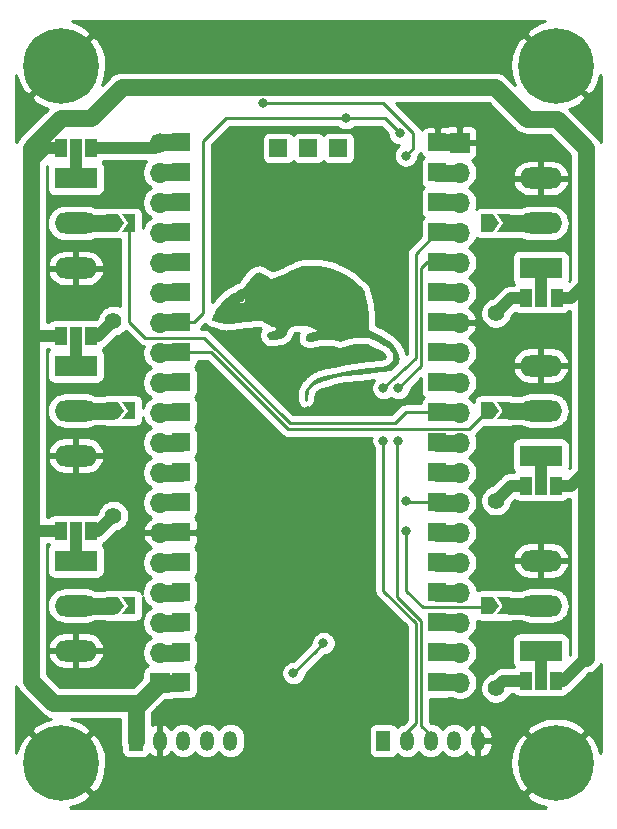
<source format=gbr>
G04 #@! TF.GenerationSoftware,KiCad,Pcbnew,(5.1.7)-1*
G04 #@! TF.CreationDate,2020-12-15T01:37:48+01:00*
G04 #@! TF.ProjectId,espbreakout,65737062-7265-4616-9b6f-75742e6b6963,rev?*
G04 #@! TF.SameCoordinates,Original*
G04 #@! TF.FileFunction,Copper,L2,Bot*
G04 #@! TF.FilePolarity,Positive*
%FSLAX46Y46*%
G04 Gerber Fmt 4.6, Leading zero omitted, Abs format (unit mm)*
G04 Created by KiCad (PCBNEW (5.1.7)-1) date 2020-12-15 01:37:48*
%MOMM*%
%LPD*%
G01*
G04 APERTURE LIST*
G04 #@! TA.AperFunction,EtchedComponent*
%ADD10C,0.100000*%
G04 #@! TD*
G04 #@! TA.AperFunction,ComponentPad*
%ADD11R,1.700000X1.700000*%
G04 #@! TD*
G04 #@! TA.AperFunction,ComponentPad*
%ADD12O,1.700000X1.700000*%
G04 #@! TD*
G04 #@! TA.AperFunction,ComponentPad*
%ADD13C,1.700000*%
G04 #@! TD*
G04 #@! TA.AperFunction,ComponentPad*
%ADD14R,3.600000X1.800000*%
G04 #@! TD*
G04 #@! TA.AperFunction,ComponentPad*
%ADD15O,3.600000X1.800000*%
G04 #@! TD*
G04 #@! TA.AperFunction,ComponentPad*
%ADD16R,1.200000X1.700000*%
G04 #@! TD*
G04 #@! TA.AperFunction,ComponentPad*
%ADD17O,1.200000X1.700000*%
G04 #@! TD*
G04 #@! TA.AperFunction,SMDPad,CuDef*
%ADD18R,1.500000X1.500000*%
G04 #@! TD*
G04 #@! TA.AperFunction,SMDPad,CuDef*
%ADD19C,0.100000*%
G04 #@! TD*
G04 #@! TA.AperFunction,SMDPad,CuDef*
%ADD20R,1.000000X1.500000*%
G04 #@! TD*
G04 #@! TA.AperFunction,SMDPad,CuDef*
%ADD21C,0.600000*%
G04 #@! TD*
G04 #@! TA.AperFunction,ComponentPad*
%ADD22C,6.400000*%
G04 #@! TD*
G04 #@! TA.AperFunction,ComponentPad*
%ADD23C,0.800000*%
G04 #@! TD*
G04 #@! TA.AperFunction,ViaPad*
%ADD24C,0.800000*%
G04 #@! TD*
G04 #@! TA.AperFunction,ViaPad*
%ADD25C,1.000000*%
G04 #@! TD*
G04 #@! TA.AperFunction,ViaPad*
%ADD26C,1.400000*%
G04 #@! TD*
G04 #@! TA.AperFunction,Conductor*
%ADD27C,1.400000*%
G04 #@! TD*
G04 #@! TA.AperFunction,Conductor*
%ADD28C,1.000000*%
G04 #@! TD*
G04 #@! TA.AperFunction,Conductor*
%ADD29C,0.250000*%
G04 #@! TD*
G04 #@! TA.AperFunction,Conductor*
%ADD30C,0.600000*%
G04 #@! TD*
G04 #@! TA.AperFunction,Conductor*
%ADD31C,0.254000*%
G04 #@! TD*
G04 #@! TA.AperFunction,Conductor*
%ADD32C,0.100000*%
G04 #@! TD*
G04 APERTURE END LIST*
D10*
G36*
X48442800Y-34411000D02*
G01*
X48531800Y-34365000D01*
X48795800Y-34788000D01*
X48768800Y-34806000D01*
X48746800Y-34823000D01*
X48723800Y-34845000D01*
X48708800Y-34862000D01*
X48693800Y-34883000D01*
X48681800Y-34903000D01*
X48672800Y-34920000D01*
X48664800Y-34937000D01*
X48659800Y-34951000D01*
X48655800Y-34967000D01*
X48652800Y-34979000D01*
X48648800Y-34998000D01*
X48646800Y-35010000D01*
X48643800Y-35027000D01*
X48642800Y-35039000D01*
X48642800Y-35054000D01*
X48642800Y-35069000D01*
X48643800Y-35085000D01*
X48646800Y-35104000D01*
X48651800Y-35127000D01*
X48656800Y-35143000D01*
X48662800Y-35161000D01*
X48671800Y-35182000D01*
X48685800Y-35207000D01*
X48696800Y-35224000D01*
X48709800Y-35241000D01*
X48722800Y-35257000D01*
X48738800Y-35272000D01*
X48771800Y-35299000D01*
X48792800Y-35312000D01*
X48809800Y-35321000D01*
X48828800Y-35329000D01*
X48849800Y-35337000D01*
X48878800Y-35345000D01*
X48925800Y-35352000D01*
X48963800Y-35352000D01*
X49007800Y-35346000D01*
X49045800Y-35334000D01*
X49078800Y-35320000D01*
X49105800Y-35304000D01*
X49122800Y-35292000D01*
X49152800Y-35267000D01*
X49183800Y-35233000D01*
X49200800Y-35208000D01*
X49220800Y-35170000D01*
X49230800Y-35140000D01*
X49235800Y-35119000D01*
X49240800Y-35092000D01*
X49243800Y-35050000D01*
X49241800Y-35014000D01*
X49232800Y-34971000D01*
X49215800Y-34925000D01*
X49197800Y-34890000D01*
X49171800Y-34856000D01*
X49159800Y-34843000D01*
X49142800Y-34827000D01*
X49132800Y-34818000D01*
X49110800Y-34802000D01*
X49087800Y-34788000D01*
X49075800Y-34782000D01*
X49060800Y-34774000D01*
X49049800Y-34770000D01*
X49030800Y-34764000D01*
X49020800Y-34761000D01*
X49008800Y-34758000D01*
X48998800Y-34756000D01*
X48985800Y-34754000D01*
X48968800Y-34752000D01*
X48950800Y-34751000D01*
X48923800Y-34751000D01*
X48898800Y-34753000D01*
X48862800Y-34759000D01*
X48836800Y-34768000D01*
X48817800Y-34777000D01*
X48802800Y-34785000D01*
X48799800Y-34787000D01*
X48534800Y-34363000D01*
X48699800Y-34275000D01*
X48919800Y-34184000D01*
X49027800Y-34122000D01*
X49130800Y-34049000D01*
X49232800Y-33941000D01*
X49353800Y-33792000D01*
X49503800Y-33580000D01*
X49626800Y-33402000D01*
X49777800Y-33204000D01*
X49896800Y-33064000D01*
X49985800Y-32973000D01*
X50113800Y-32876000D01*
X50222800Y-32813000D01*
X50327800Y-32763000D01*
X50410800Y-32751000D01*
X50466800Y-32760000D01*
X50542800Y-32791000D01*
X50658800Y-32854000D01*
X50753800Y-32925000D01*
X50847800Y-32981000D01*
X50932800Y-33004000D01*
X51031800Y-33039000D01*
X51109800Y-33086000D01*
X51173800Y-33138000D01*
X51276800Y-33218000D01*
X51346800Y-33272000D01*
X51422800Y-33283000D01*
X51536800Y-33281000D01*
X51685800Y-33245000D01*
X51957800Y-33167000D01*
X52362800Y-33008000D01*
X52621800Y-32892000D01*
X53081800Y-32675000D01*
X53511800Y-32461000D01*
X53672800Y-32380000D01*
X53866800Y-32303000D01*
X54026800Y-32253000D01*
X54205800Y-32212000D01*
X54365800Y-32192000D01*
X54508800Y-32184000D01*
X54670800Y-32177000D01*
X54780800Y-32178000D01*
X54973800Y-32180000D01*
X55115800Y-32186000D01*
X55258800Y-32200000D01*
X55477800Y-32222000D01*
X55619800Y-32242000D01*
X55844800Y-32280000D01*
X55995800Y-32310000D01*
X56192800Y-32356000D01*
X56337800Y-32395000D01*
X56584800Y-32465000D01*
X56770800Y-32533000D01*
X57069800Y-32646000D01*
X57584800Y-32901000D01*
X57997800Y-33128000D01*
X58119800Y-33203000D01*
X58386800Y-33416000D01*
X58888800Y-33865000D01*
X59053800Y-34031000D01*
X59121800Y-34133000D01*
X59201800Y-34267000D01*
X59293800Y-34432000D01*
X59353800Y-34630000D01*
X59417800Y-34874000D01*
X59499800Y-35255000D01*
X59552800Y-35542000D01*
X59594800Y-35845000D01*
X59628800Y-36218000D01*
X59653800Y-36784000D01*
X59661800Y-37631000D01*
X59693800Y-37651000D01*
X60190800Y-37897000D01*
X60593800Y-38093000D01*
X61081800Y-38375000D01*
X61317800Y-38536000D01*
X61480800Y-38660000D01*
X61655800Y-38819000D01*
X61784800Y-38947000D01*
X61882800Y-39079000D01*
X61972800Y-39211000D01*
X62055800Y-39346000D01*
X62144800Y-39540000D01*
X62210800Y-39723000D01*
X62236800Y-39877000D01*
X62241800Y-40010000D01*
X62233800Y-40130000D01*
X62209800Y-40242000D01*
X62164800Y-40368000D01*
X62096800Y-40486000D01*
X62016800Y-40600000D01*
X61873800Y-40763000D01*
X61687800Y-40897000D01*
X61532800Y-40980000D01*
X61376800Y-41034000D01*
X61081800Y-41098000D01*
X60724800Y-41137000D01*
X59610800Y-41234000D01*
X58802800Y-41315000D01*
X58449800Y-41353000D01*
X58019800Y-41405000D01*
X57633800Y-41462000D01*
X57192800Y-41545000D01*
X56743800Y-41643000D01*
X56296800Y-41757000D01*
X55961800Y-41864000D01*
X55650800Y-41959000D01*
X55477800Y-42025000D01*
X55288800Y-42120000D01*
X55117800Y-42215000D01*
X54970800Y-42310000D01*
X54859800Y-42407000D01*
X54747800Y-42515000D01*
X54667800Y-42625000D01*
X54610800Y-42749000D01*
X54565800Y-42858000D01*
X54541800Y-42972000D01*
X54512800Y-43122000D01*
X54489800Y-43261000D01*
X54472800Y-43400000D01*
X54463800Y-43473000D01*
X54456800Y-43545000D01*
X54449800Y-43581000D01*
X54435800Y-43598000D01*
X54404800Y-43626000D01*
X54395800Y-43628000D01*
X54381800Y-43610000D01*
X54372800Y-43584000D01*
X54362800Y-43551000D01*
X54345800Y-43490000D01*
X54328800Y-43426000D01*
X54309800Y-43362000D01*
X54291800Y-43278000D01*
X54290800Y-43212000D01*
X54287800Y-43129000D01*
X54297800Y-43058000D01*
X54309800Y-42985000D01*
X54332800Y-42888000D01*
X54359800Y-42809000D01*
X54391800Y-42726000D01*
X54428800Y-42650000D01*
X54481800Y-42556000D01*
X54545800Y-42455000D01*
X54628800Y-42343000D01*
X54724800Y-42238000D01*
X54793800Y-42169000D01*
X54892800Y-42070000D01*
X55023800Y-41968000D01*
X55127800Y-41885000D01*
X55232800Y-41819000D01*
X55464800Y-41695000D01*
X55711800Y-41612000D01*
X55802800Y-41583000D01*
X55949800Y-41539000D01*
X56327800Y-41436000D01*
X56880800Y-41315000D01*
X57548800Y-41185000D01*
X58455800Y-41037000D01*
X59165800Y-40940000D01*
X59615800Y-40889000D01*
X59945800Y-40860000D01*
X60479800Y-40803000D01*
X60700800Y-40777000D01*
X60912800Y-40730000D01*
X61092800Y-40684000D01*
X61212800Y-40643000D01*
X61390800Y-40555000D01*
X61522800Y-40457000D01*
X61601800Y-40378000D01*
X61679800Y-40285000D01*
X61746800Y-40179000D01*
X61791800Y-40067000D01*
X61808800Y-39973000D01*
X61810800Y-39884000D01*
X61803800Y-39799000D01*
X61781800Y-39699000D01*
X61748800Y-39612000D01*
X61664800Y-39460000D01*
X61620800Y-39399000D01*
X61569800Y-39332000D01*
X61534800Y-39288000D01*
X61482800Y-39237000D01*
X61397800Y-39146000D01*
X61321800Y-39086000D01*
X61233800Y-39029000D01*
X61102800Y-38942000D01*
X60966800Y-38858000D01*
X60801800Y-38766000D01*
X60693800Y-38711000D01*
X60469800Y-38596000D01*
X60122800Y-38420000D01*
X59859800Y-38285000D01*
X59709800Y-38211000D01*
X59684800Y-38199000D01*
X59666800Y-38198000D01*
X59335800Y-38204000D01*
X58932800Y-38213000D01*
X58568800Y-38229000D01*
X58361800Y-38240000D01*
X58187800Y-38270000D01*
X58109800Y-38282000D01*
X58026800Y-38310000D01*
X57930800Y-38348000D01*
X57870800Y-38382000D01*
X57804800Y-38409000D01*
X57741800Y-38429000D01*
X57649800Y-38437000D01*
X57552800Y-38450000D01*
X57480800Y-38460000D01*
X57449800Y-38477000D01*
X57395800Y-38512000D01*
X57346800Y-38527000D01*
X57303800Y-38534000D01*
X57246800Y-38535000D01*
X57200800Y-38534000D01*
X57139800Y-38513000D01*
X57093800Y-38501000D01*
X57017800Y-38473000D01*
X56924800Y-38448000D01*
X56796800Y-38426000D01*
X56528800Y-38396000D01*
X56390800Y-38389000D01*
X56194800Y-38375000D01*
X55992800Y-38372000D01*
X55798800Y-38380000D01*
X55608800Y-38402000D01*
X55446800Y-38430000D01*
X55286800Y-38474000D01*
X55179800Y-38498000D01*
X55058800Y-38516000D01*
X54926800Y-38527000D01*
X54769800Y-38529000D01*
X54580800Y-38527000D01*
X54498800Y-38518000D01*
X54445800Y-38504000D01*
X54418800Y-38488000D01*
X54400800Y-38467000D01*
X54388800Y-38438000D01*
X54381800Y-38403000D01*
X54376800Y-38358000D01*
X54375800Y-38307000D01*
X54380800Y-38255000D01*
X54389800Y-38206000D01*
X54413800Y-38136000D01*
X54450800Y-38069000D01*
X54508800Y-37989000D01*
X54563800Y-37948000D01*
X54625800Y-37921000D01*
X54764800Y-37879000D01*
X55040800Y-37807000D01*
X55187800Y-37766000D01*
X55272800Y-37712000D01*
X55315800Y-37679000D01*
X55328800Y-37656000D01*
X55306800Y-37620000D01*
X55252800Y-37583000D01*
X55173800Y-37542000D01*
X55045800Y-37468000D01*
X54752800Y-37323000D01*
X54561800Y-37250000D01*
X54523800Y-37235000D01*
X54415800Y-37205000D01*
X54273800Y-37182000D01*
X54064800Y-37167000D01*
X53910800Y-37167000D01*
X53624800Y-37173000D01*
X53479800Y-37193000D01*
X53357800Y-37221000D01*
X53248800Y-37263000D01*
X53130800Y-37313000D01*
X53069800Y-37346000D01*
X53001800Y-37397000D01*
X52946800Y-37449000D01*
X52876800Y-37534000D01*
X52824800Y-37602000D01*
X52774800Y-37710000D01*
X52731800Y-37811000D01*
X52679800Y-37935000D01*
X52645800Y-38007000D01*
X52609800Y-38062000D01*
X52582800Y-38101000D01*
X52565800Y-38122000D01*
X52532800Y-38154000D01*
X52492800Y-38184000D01*
X52380800Y-38255000D01*
X52253800Y-38304000D01*
X52037800Y-38331000D01*
X51834800Y-38365000D01*
X51570800Y-38388000D01*
X51408800Y-38411000D01*
X51375800Y-38424000D01*
X51347800Y-38420000D01*
X51309800Y-38398000D01*
X51271800Y-38350000D01*
X51243800Y-38314000D01*
X51200800Y-38260000D01*
X51157800Y-38186000D01*
X51132800Y-38124000D01*
X51115800Y-38059000D01*
X51116800Y-37991000D01*
X51148800Y-37920000D01*
X51196800Y-37864000D01*
X51247800Y-37834000D01*
X51313800Y-37802000D01*
X51422800Y-37778000D01*
X51583800Y-37747000D01*
X51691800Y-37713000D01*
X51760800Y-37663000D01*
X51803800Y-37620000D01*
X51832800Y-37564000D01*
X51845800Y-37515000D01*
X51848800Y-37470000D01*
X51839800Y-37419000D01*
X51830800Y-37391000D01*
X51813800Y-37373000D01*
X51790800Y-37359000D01*
X51760800Y-37340000D01*
X51685800Y-37312000D01*
X51535800Y-37259000D01*
X51360800Y-37192000D01*
X51291800Y-37163000D01*
X51197800Y-37113000D01*
X51087800Y-37054000D01*
X50787800Y-36875000D01*
X50676800Y-36825000D01*
X50491800Y-36772000D01*
X50333800Y-36761000D01*
X50228800Y-36775000D01*
X50017800Y-36790000D01*
X49574800Y-36831000D01*
X49316800Y-36865000D01*
X49056800Y-36899000D01*
X48820800Y-36931000D01*
X48555800Y-36976000D01*
X48132800Y-37031000D01*
X48002800Y-37053000D01*
X47799800Y-37071000D01*
X47638800Y-37075000D01*
X47526800Y-37065000D01*
X47434800Y-37047000D01*
X47168800Y-36971000D01*
X46965800Y-36911000D01*
X46881800Y-36882000D01*
X46758800Y-36848000D01*
X46621800Y-36824000D01*
X46556800Y-36804000D01*
X46508800Y-36778000D01*
X46476800Y-36745000D01*
X46464800Y-36700000D01*
X46462800Y-36647000D01*
X46495800Y-36564000D01*
X46552800Y-36433000D01*
X46675800Y-36196000D01*
X46813800Y-35965000D01*
X46984800Y-35721000D01*
X47106800Y-35559000D01*
X47333800Y-35299000D01*
X47498800Y-35118000D01*
X47730800Y-34900000D01*
X47973800Y-34704000D01*
X48121800Y-34601000D01*
X48261800Y-34518000D01*
X48361800Y-34458000D01*
X48442800Y-34411000D01*
G37*
X48442800Y-34411000D02*
X48531800Y-34365000D01*
X48795800Y-34788000D01*
X48768800Y-34806000D01*
X48746800Y-34823000D01*
X48723800Y-34845000D01*
X48708800Y-34862000D01*
X48693800Y-34883000D01*
X48681800Y-34903000D01*
X48672800Y-34920000D01*
X48664800Y-34937000D01*
X48659800Y-34951000D01*
X48655800Y-34967000D01*
X48652800Y-34979000D01*
X48648800Y-34998000D01*
X48646800Y-35010000D01*
X48643800Y-35027000D01*
X48642800Y-35039000D01*
X48642800Y-35054000D01*
X48642800Y-35069000D01*
X48643800Y-35085000D01*
X48646800Y-35104000D01*
X48651800Y-35127000D01*
X48656800Y-35143000D01*
X48662800Y-35161000D01*
X48671800Y-35182000D01*
X48685800Y-35207000D01*
X48696800Y-35224000D01*
X48709800Y-35241000D01*
X48722800Y-35257000D01*
X48738800Y-35272000D01*
X48771800Y-35299000D01*
X48792800Y-35312000D01*
X48809800Y-35321000D01*
X48828800Y-35329000D01*
X48849800Y-35337000D01*
X48878800Y-35345000D01*
X48925800Y-35352000D01*
X48963800Y-35352000D01*
X49007800Y-35346000D01*
X49045800Y-35334000D01*
X49078800Y-35320000D01*
X49105800Y-35304000D01*
X49122800Y-35292000D01*
X49152800Y-35267000D01*
X49183800Y-35233000D01*
X49200800Y-35208000D01*
X49220800Y-35170000D01*
X49230800Y-35140000D01*
X49235800Y-35119000D01*
X49240800Y-35092000D01*
X49243800Y-35050000D01*
X49241800Y-35014000D01*
X49232800Y-34971000D01*
X49215800Y-34925000D01*
X49197800Y-34890000D01*
X49171800Y-34856000D01*
X49159800Y-34843000D01*
X49142800Y-34827000D01*
X49132800Y-34818000D01*
X49110800Y-34802000D01*
X49087800Y-34788000D01*
X49075800Y-34782000D01*
X49060800Y-34774000D01*
X49049800Y-34770000D01*
X49030800Y-34764000D01*
X49020800Y-34761000D01*
X49008800Y-34758000D01*
X48998800Y-34756000D01*
X48985800Y-34754000D01*
X48968800Y-34752000D01*
X48950800Y-34751000D01*
X48923800Y-34751000D01*
X48898800Y-34753000D01*
X48862800Y-34759000D01*
X48836800Y-34768000D01*
X48817800Y-34777000D01*
X48802800Y-34785000D01*
X48799800Y-34787000D01*
X48534800Y-34363000D01*
X48699800Y-34275000D01*
X48919800Y-34184000D01*
X49027800Y-34122000D01*
X49130800Y-34049000D01*
X49232800Y-33941000D01*
X49353800Y-33792000D01*
X49503800Y-33580000D01*
X49626800Y-33402000D01*
X49777800Y-33204000D01*
X49896800Y-33064000D01*
X49985800Y-32973000D01*
X50113800Y-32876000D01*
X50222800Y-32813000D01*
X50327800Y-32763000D01*
X50410800Y-32751000D01*
X50466800Y-32760000D01*
X50542800Y-32791000D01*
X50658800Y-32854000D01*
X50753800Y-32925000D01*
X50847800Y-32981000D01*
X50932800Y-33004000D01*
X51031800Y-33039000D01*
X51109800Y-33086000D01*
X51173800Y-33138000D01*
X51276800Y-33218000D01*
X51346800Y-33272000D01*
X51422800Y-33283000D01*
X51536800Y-33281000D01*
X51685800Y-33245000D01*
X51957800Y-33167000D01*
X52362800Y-33008000D01*
X52621800Y-32892000D01*
X53081800Y-32675000D01*
X53511800Y-32461000D01*
X53672800Y-32380000D01*
X53866800Y-32303000D01*
X54026800Y-32253000D01*
X54205800Y-32212000D01*
X54365800Y-32192000D01*
X54508800Y-32184000D01*
X54670800Y-32177000D01*
X54780800Y-32178000D01*
X54973800Y-32180000D01*
X55115800Y-32186000D01*
X55258800Y-32200000D01*
X55477800Y-32222000D01*
X55619800Y-32242000D01*
X55844800Y-32280000D01*
X55995800Y-32310000D01*
X56192800Y-32356000D01*
X56337800Y-32395000D01*
X56584800Y-32465000D01*
X56770800Y-32533000D01*
X57069800Y-32646000D01*
X57584800Y-32901000D01*
X57997800Y-33128000D01*
X58119800Y-33203000D01*
X58386800Y-33416000D01*
X58888800Y-33865000D01*
X59053800Y-34031000D01*
X59121800Y-34133000D01*
X59201800Y-34267000D01*
X59293800Y-34432000D01*
X59353800Y-34630000D01*
X59417800Y-34874000D01*
X59499800Y-35255000D01*
X59552800Y-35542000D01*
X59594800Y-35845000D01*
X59628800Y-36218000D01*
X59653800Y-36784000D01*
X59661800Y-37631000D01*
X59693800Y-37651000D01*
X60190800Y-37897000D01*
X60593800Y-38093000D01*
X61081800Y-38375000D01*
X61317800Y-38536000D01*
X61480800Y-38660000D01*
X61655800Y-38819000D01*
X61784800Y-38947000D01*
X61882800Y-39079000D01*
X61972800Y-39211000D01*
X62055800Y-39346000D01*
X62144800Y-39540000D01*
X62210800Y-39723000D01*
X62236800Y-39877000D01*
X62241800Y-40010000D01*
X62233800Y-40130000D01*
X62209800Y-40242000D01*
X62164800Y-40368000D01*
X62096800Y-40486000D01*
X62016800Y-40600000D01*
X61873800Y-40763000D01*
X61687800Y-40897000D01*
X61532800Y-40980000D01*
X61376800Y-41034000D01*
X61081800Y-41098000D01*
X60724800Y-41137000D01*
X59610800Y-41234000D01*
X58802800Y-41315000D01*
X58449800Y-41353000D01*
X58019800Y-41405000D01*
X57633800Y-41462000D01*
X57192800Y-41545000D01*
X56743800Y-41643000D01*
X56296800Y-41757000D01*
X55961800Y-41864000D01*
X55650800Y-41959000D01*
X55477800Y-42025000D01*
X55288800Y-42120000D01*
X55117800Y-42215000D01*
X54970800Y-42310000D01*
X54859800Y-42407000D01*
X54747800Y-42515000D01*
X54667800Y-42625000D01*
X54610800Y-42749000D01*
X54565800Y-42858000D01*
X54541800Y-42972000D01*
X54512800Y-43122000D01*
X54489800Y-43261000D01*
X54472800Y-43400000D01*
X54463800Y-43473000D01*
X54456800Y-43545000D01*
X54449800Y-43581000D01*
X54435800Y-43598000D01*
X54404800Y-43626000D01*
X54395800Y-43628000D01*
X54381800Y-43610000D01*
X54372800Y-43584000D01*
X54362800Y-43551000D01*
X54345800Y-43490000D01*
X54328800Y-43426000D01*
X54309800Y-43362000D01*
X54291800Y-43278000D01*
X54290800Y-43212000D01*
X54287800Y-43129000D01*
X54297800Y-43058000D01*
X54309800Y-42985000D01*
X54332800Y-42888000D01*
X54359800Y-42809000D01*
X54391800Y-42726000D01*
X54428800Y-42650000D01*
X54481800Y-42556000D01*
X54545800Y-42455000D01*
X54628800Y-42343000D01*
X54724800Y-42238000D01*
X54793800Y-42169000D01*
X54892800Y-42070000D01*
X55023800Y-41968000D01*
X55127800Y-41885000D01*
X55232800Y-41819000D01*
X55464800Y-41695000D01*
X55711800Y-41612000D01*
X55802800Y-41583000D01*
X55949800Y-41539000D01*
X56327800Y-41436000D01*
X56880800Y-41315000D01*
X57548800Y-41185000D01*
X58455800Y-41037000D01*
X59165800Y-40940000D01*
X59615800Y-40889000D01*
X59945800Y-40860000D01*
X60479800Y-40803000D01*
X60700800Y-40777000D01*
X60912800Y-40730000D01*
X61092800Y-40684000D01*
X61212800Y-40643000D01*
X61390800Y-40555000D01*
X61522800Y-40457000D01*
X61601800Y-40378000D01*
X61679800Y-40285000D01*
X61746800Y-40179000D01*
X61791800Y-40067000D01*
X61808800Y-39973000D01*
X61810800Y-39884000D01*
X61803800Y-39799000D01*
X61781800Y-39699000D01*
X61748800Y-39612000D01*
X61664800Y-39460000D01*
X61620800Y-39399000D01*
X61569800Y-39332000D01*
X61534800Y-39288000D01*
X61482800Y-39237000D01*
X61397800Y-39146000D01*
X61321800Y-39086000D01*
X61233800Y-39029000D01*
X61102800Y-38942000D01*
X60966800Y-38858000D01*
X60801800Y-38766000D01*
X60693800Y-38711000D01*
X60469800Y-38596000D01*
X60122800Y-38420000D01*
X59859800Y-38285000D01*
X59709800Y-38211000D01*
X59684800Y-38199000D01*
X59666800Y-38198000D01*
X59335800Y-38204000D01*
X58932800Y-38213000D01*
X58568800Y-38229000D01*
X58361800Y-38240000D01*
X58187800Y-38270000D01*
X58109800Y-38282000D01*
X58026800Y-38310000D01*
X57930800Y-38348000D01*
X57870800Y-38382000D01*
X57804800Y-38409000D01*
X57741800Y-38429000D01*
X57649800Y-38437000D01*
X57552800Y-38450000D01*
X57480800Y-38460000D01*
X57449800Y-38477000D01*
X57395800Y-38512000D01*
X57346800Y-38527000D01*
X57303800Y-38534000D01*
X57246800Y-38535000D01*
X57200800Y-38534000D01*
X57139800Y-38513000D01*
X57093800Y-38501000D01*
X57017800Y-38473000D01*
X56924800Y-38448000D01*
X56796800Y-38426000D01*
X56528800Y-38396000D01*
X56390800Y-38389000D01*
X56194800Y-38375000D01*
X55992800Y-38372000D01*
X55798800Y-38380000D01*
X55608800Y-38402000D01*
X55446800Y-38430000D01*
X55286800Y-38474000D01*
X55179800Y-38498000D01*
X55058800Y-38516000D01*
X54926800Y-38527000D01*
X54769800Y-38529000D01*
X54580800Y-38527000D01*
X54498800Y-38518000D01*
X54445800Y-38504000D01*
X54418800Y-38488000D01*
X54400800Y-38467000D01*
X54388800Y-38438000D01*
X54381800Y-38403000D01*
X54376800Y-38358000D01*
X54375800Y-38307000D01*
X54380800Y-38255000D01*
X54389800Y-38206000D01*
X54413800Y-38136000D01*
X54450800Y-38069000D01*
X54508800Y-37989000D01*
X54563800Y-37948000D01*
X54625800Y-37921000D01*
X54764800Y-37879000D01*
X55040800Y-37807000D01*
X55187800Y-37766000D01*
X55272800Y-37712000D01*
X55315800Y-37679000D01*
X55328800Y-37656000D01*
X55306800Y-37620000D01*
X55252800Y-37583000D01*
X55173800Y-37542000D01*
X55045800Y-37468000D01*
X54752800Y-37323000D01*
X54561800Y-37250000D01*
X54523800Y-37235000D01*
X54415800Y-37205000D01*
X54273800Y-37182000D01*
X54064800Y-37167000D01*
X53910800Y-37167000D01*
X53624800Y-37173000D01*
X53479800Y-37193000D01*
X53357800Y-37221000D01*
X53248800Y-37263000D01*
X53130800Y-37313000D01*
X53069800Y-37346000D01*
X53001800Y-37397000D01*
X52946800Y-37449000D01*
X52876800Y-37534000D01*
X52824800Y-37602000D01*
X52774800Y-37710000D01*
X52731800Y-37811000D01*
X52679800Y-37935000D01*
X52645800Y-38007000D01*
X52609800Y-38062000D01*
X52582800Y-38101000D01*
X52565800Y-38122000D01*
X52532800Y-38154000D01*
X52492800Y-38184000D01*
X52380800Y-38255000D01*
X52253800Y-38304000D01*
X52037800Y-38331000D01*
X51834800Y-38365000D01*
X51570800Y-38388000D01*
X51408800Y-38411000D01*
X51375800Y-38424000D01*
X51347800Y-38420000D01*
X51309800Y-38398000D01*
X51271800Y-38350000D01*
X51243800Y-38314000D01*
X51200800Y-38260000D01*
X51157800Y-38186000D01*
X51132800Y-38124000D01*
X51115800Y-38059000D01*
X51116800Y-37991000D01*
X51148800Y-37920000D01*
X51196800Y-37864000D01*
X51247800Y-37834000D01*
X51313800Y-37802000D01*
X51422800Y-37778000D01*
X51583800Y-37747000D01*
X51691800Y-37713000D01*
X51760800Y-37663000D01*
X51803800Y-37620000D01*
X51832800Y-37564000D01*
X51845800Y-37515000D01*
X51848800Y-37470000D01*
X51839800Y-37419000D01*
X51830800Y-37391000D01*
X51813800Y-37373000D01*
X51790800Y-37359000D01*
X51760800Y-37340000D01*
X51685800Y-37312000D01*
X51535800Y-37259000D01*
X51360800Y-37192000D01*
X51291800Y-37163000D01*
X51197800Y-37113000D01*
X51087800Y-37054000D01*
X50787800Y-36875000D01*
X50676800Y-36825000D01*
X50491800Y-36772000D01*
X50333800Y-36761000D01*
X50228800Y-36775000D01*
X50017800Y-36790000D01*
X49574800Y-36831000D01*
X49316800Y-36865000D01*
X49056800Y-36899000D01*
X48820800Y-36931000D01*
X48555800Y-36976000D01*
X48132800Y-37031000D01*
X48002800Y-37053000D01*
X47799800Y-37071000D01*
X47638800Y-37075000D01*
X47526800Y-37065000D01*
X47434800Y-37047000D01*
X47168800Y-36971000D01*
X46965800Y-36911000D01*
X46881800Y-36882000D01*
X46758800Y-36848000D01*
X46621800Y-36824000D01*
X46556800Y-36804000D01*
X46508800Y-36778000D01*
X46476800Y-36745000D01*
X46464800Y-36700000D01*
X46462800Y-36647000D01*
X46495800Y-36564000D01*
X46552800Y-36433000D01*
X46675800Y-36196000D01*
X46813800Y-35965000D01*
X46984800Y-35721000D01*
X47106800Y-35559000D01*
X47333800Y-35299000D01*
X47498800Y-35118000D01*
X47730800Y-34900000D01*
X47973800Y-34704000D01*
X48121800Y-34601000D01*
X48261800Y-34518000D01*
X48361800Y-34458000D01*
X48442800Y-34411000D01*
D11*
X67433000Y-21760400D03*
D12*
X67433000Y-24300400D03*
X67433000Y-26840400D03*
X67433000Y-42080400D03*
X67433000Y-31920400D03*
X67433000Y-29380400D03*
X67433000Y-37000400D03*
X67433000Y-54780400D03*
X67433000Y-49700400D03*
X67433000Y-57320400D03*
X67433000Y-62400400D03*
X67433000Y-64940400D03*
X67433000Y-52240400D03*
X67433000Y-67480400D03*
X67433000Y-39540400D03*
X67433000Y-44620400D03*
X67433000Y-47160400D03*
X67433000Y-59860400D03*
X67433000Y-34460400D03*
D13*
X42040500Y-21768600D03*
D12*
X42040500Y-24308600D03*
X42040500Y-26848600D03*
X42040500Y-42088600D03*
X42040500Y-31928600D03*
X42040500Y-29388600D03*
X42040500Y-37008600D03*
X42040500Y-54788600D03*
X42040500Y-49708600D03*
X42040500Y-57328600D03*
X42040500Y-62408600D03*
X42040500Y-64948600D03*
X42040500Y-52248600D03*
D11*
X42040500Y-67488600D03*
D12*
X42040500Y-39548600D03*
X42040500Y-44628600D03*
X42040500Y-47168600D03*
X42040500Y-59868600D03*
X42040500Y-34468600D03*
D14*
X34925000Y-40640000D03*
D15*
X34925000Y-44450000D03*
X34925000Y-48260000D03*
D14*
X34925000Y-57150000D03*
D15*
X34925000Y-60960000D03*
X34925000Y-64770000D03*
D14*
X34925000Y-24765000D03*
D15*
X34925000Y-28575000D03*
X34925000Y-32385000D03*
D14*
X74295000Y-32385000D03*
D15*
X74295000Y-28575000D03*
X74295000Y-24765000D03*
D14*
X74295000Y-48260000D03*
D15*
X74295000Y-44450000D03*
X74295000Y-40640000D03*
D14*
X74295000Y-64770000D03*
D15*
X74295000Y-60960000D03*
X74295000Y-57150000D03*
D16*
X60960000Y-72390000D03*
D17*
X62960000Y-72390000D03*
X64960000Y-72390000D03*
X66960000Y-72390000D03*
X68960000Y-72390000D03*
D18*
X52070000Y-22215000D03*
X54610000Y-22225000D03*
X57155800Y-22215000D03*
X43853800Y-67470000D03*
X43853800Y-64930000D03*
X43853800Y-62390000D03*
X43853800Y-59850000D03*
X43853800Y-57310000D03*
X43853800Y-54770000D03*
X43853800Y-52230000D03*
X43853800Y-49690000D03*
X43853800Y-47150000D03*
X43853800Y-44610000D03*
X43853800Y-42070000D03*
X43853800Y-39530000D03*
X43853800Y-36990000D03*
X43853800Y-34450000D03*
X43853800Y-31910000D03*
X43853800Y-29370000D03*
X43853800Y-26830000D03*
X43853800Y-24290000D03*
X43853800Y-21750000D03*
X65520000Y-21750000D03*
X65520000Y-24290000D03*
X65520000Y-26830000D03*
X65520000Y-29370000D03*
X65520000Y-31910000D03*
X65520000Y-34450000D03*
X65520000Y-36990000D03*
X65520000Y-39530000D03*
X65520000Y-42070000D03*
X65520000Y-44610000D03*
X65520000Y-47150000D03*
X65520000Y-49690000D03*
X65520000Y-52230000D03*
X65520000Y-54770000D03*
X65520000Y-57310000D03*
X65520000Y-59850000D03*
X65520000Y-62390000D03*
X65520000Y-64930000D03*
X65520000Y-67470000D03*
D16*
X40005000Y-72390000D03*
D17*
X42005000Y-72390000D03*
X44005000Y-72390000D03*
X46005000Y-72390000D03*
X48005000Y-72390000D03*
G04 #@! TA.AperFunction,SMDPad,CuDef*
D19*
G36*
X39010000Y-28575000D02*
G01*
X38510000Y-29325000D01*
X37510000Y-29325000D01*
X37510000Y-27825000D01*
X38510000Y-27825000D01*
X39010000Y-28575000D01*
G37*
G04 #@! TD.AperFunction*
G04 #@! TA.AperFunction,SMDPad,CuDef*
G36*
X39960000Y-29325000D02*
G01*
X38810000Y-29325000D01*
X39310000Y-28575000D01*
X38810000Y-27825000D01*
X39960000Y-27825000D01*
X39960000Y-29325000D01*
G37*
G04 #@! TD.AperFunction*
D20*
X33625000Y-22225000D03*
X34925000Y-22225000D03*
X36225000Y-22225000D03*
X75595000Y-50800000D03*
X74295000Y-50800000D03*
X72995000Y-50800000D03*
X75595000Y-67310000D03*
X74295000Y-67310000D03*
X72995000Y-67310000D03*
X33625000Y-54610000D03*
X34925000Y-54610000D03*
X36225000Y-54610000D03*
X75625000Y-34925000D03*
X74325000Y-34925000D03*
X73025000Y-34925000D03*
X33625000Y-38100000D03*
X34925000Y-38100000D03*
X36225000Y-38100000D03*
G04 #@! TA.AperFunction,SMDPad,CuDef*
D19*
G36*
X70760000Y-60960000D02*
G01*
X70260000Y-61710000D01*
X69260000Y-61710000D01*
X69260000Y-60210000D01*
X70260000Y-60210000D01*
X70760000Y-60960000D01*
G37*
G04 #@! TD.AperFunction*
G04 #@! TA.AperFunction,SMDPad,CuDef*
G36*
X71710000Y-61710000D02*
G01*
X70560000Y-61710000D01*
X71060000Y-60960000D01*
X70560000Y-60210000D01*
X71710000Y-60210000D01*
X71710000Y-61710000D01*
G37*
G04 #@! TD.AperFunction*
G04 #@! TA.AperFunction,SMDPad,CuDef*
G36*
X70760000Y-44450000D02*
G01*
X70260000Y-45200000D01*
X69260000Y-45200000D01*
X69260000Y-43700000D01*
X70260000Y-43700000D01*
X70760000Y-44450000D01*
G37*
G04 #@! TD.AperFunction*
G04 #@! TA.AperFunction,SMDPad,CuDef*
G36*
X71710000Y-45200000D02*
G01*
X70560000Y-45200000D01*
X71060000Y-44450000D01*
X70560000Y-43700000D01*
X71710000Y-43700000D01*
X71710000Y-45200000D01*
G37*
G04 #@! TD.AperFunction*
G04 #@! TA.AperFunction,SMDPad,CuDef*
G36*
X70760000Y-28575000D02*
G01*
X70260000Y-29325000D01*
X69260000Y-29325000D01*
X69260000Y-27825000D01*
X70260000Y-27825000D01*
X70760000Y-28575000D01*
G37*
G04 #@! TD.AperFunction*
G04 #@! TA.AperFunction,SMDPad,CuDef*
G36*
X71710000Y-29325000D02*
G01*
X70560000Y-29325000D01*
X71060000Y-28575000D01*
X70560000Y-27825000D01*
X71710000Y-27825000D01*
X71710000Y-29325000D01*
G37*
G04 #@! TD.AperFunction*
G04 #@! TA.AperFunction,SMDPad,CuDef*
G36*
X39010000Y-60960000D02*
G01*
X38510000Y-61710000D01*
X37510000Y-61710000D01*
X37510000Y-60210000D01*
X38510000Y-60210000D01*
X39010000Y-60960000D01*
G37*
G04 #@! TD.AperFunction*
G04 #@! TA.AperFunction,SMDPad,CuDef*
G36*
X39960000Y-61710000D02*
G01*
X38810000Y-61710000D01*
X39310000Y-60960000D01*
X38810000Y-60210000D01*
X39960000Y-60210000D01*
X39960000Y-61710000D01*
G37*
G04 #@! TD.AperFunction*
G04 #@! TA.AperFunction,SMDPad,CuDef*
G36*
X39010000Y-44450000D02*
G01*
X38510000Y-45200000D01*
X37510000Y-45200000D01*
X37510000Y-43700000D01*
X38510000Y-43700000D01*
X39010000Y-44450000D01*
G37*
G04 #@! TD.AperFunction*
G04 #@! TA.AperFunction,SMDPad,CuDef*
G36*
X39960000Y-45200000D02*
G01*
X38810000Y-45200000D01*
X39310000Y-44450000D01*
X38810000Y-43700000D01*
X39960000Y-43700000D01*
X39960000Y-45200000D01*
G37*
G04 #@! TD.AperFunction*
D21*
X48933800Y-35023000D03*
D22*
X75565000Y-74295000D03*
D23*
X77965000Y-74295000D03*
X77262056Y-75992056D03*
X75565000Y-76695000D03*
X73867944Y-75992056D03*
X73165000Y-74295000D03*
X73867944Y-72597944D03*
X75565000Y-71895000D03*
X77262056Y-72597944D03*
D22*
X33655000Y-74295000D03*
D23*
X36055000Y-74295000D03*
X35352056Y-75992056D03*
X33655000Y-76695000D03*
X31957944Y-75992056D03*
X31255000Y-74295000D03*
X31957944Y-72597944D03*
X33655000Y-71895000D03*
X35352056Y-72597944D03*
D22*
X75565000Y-15240000D03*
D23*
X77965000Y-15240000D03*
X77262056Y-16937056D03*
X75565000Y-17640000D03*
X73867944Y-16937056D03*
X73165000Y-15240000D03*
X73867944Y-13542944D03*
X75565000Y-12840000D03*
X77262056Y-13542944D03*
D22*
X33655000Y-15240000D03*
D23*
X36055000Y-15240000D03*
X35352056Y-16937056D03*
X33655000Y-17640000D03*
X31957944Y-16937056D03*
X31255000Y-15240000D03*
X31957944Y-13542944D03*
X33655000Y-12840000D03*
X35352056Y-13542944D03*
D24*
X73660000Y-55245000D03*
X74930000Y-55245000D03*
X76200000Y-55245000D03*
X72390000Y-55245000D03*
X72390000Y-38735000D03*
X73660000Y-38735000D03*
X74930000Y-38735000D03*
X76200000Y-38735000D03*
X46990000Y-47625000D03*
X46990000Y-31750000D03*
X54610000Y-44450000D03*
X62230000Y-31750000D03*
X54610000Y-27940000D03*
X62230000Y-24130000D03*
X46990000Y-24130000D03*
X62230000Y-63500000D03*
X62230000Y-66675000D03*
X33020000Y-66675000D03*
X34290000Y-66675000D03*
X35560000Y-66675000D03*
X36830000Y-66675000D03*
X33020000Y-50165000D03*
X34290000Y-50165000D03*
X35560000Y-50165000D03*
X36830000Y-50165000D03*
X72390000Y-22860000D03*
X73660000Y-22860000D03*
X74930000Y-22860000D03*
X76200000Y-22860000D03*
X59690000Y-63500000D03*
X69215000Y-20320000D03*
X69215000Y-24130000D03*
X33020000Y-34290000D03*
X34290000Y-34290000D03*
X35560000Y-34290000D03*
X36830000Y-34290000D03*
X57155800Y-66665000D03*
X59695800Y-69840000D03*
X62235800Y-69840000D03*
X57155800Y-69840000D03*
X54615800Y-69840000D03*
X52075800Y-69840000D03*
X46995800Y-57140000D03*
X46995800Y-50790000D03*
X46995800Y-53965000D03*
X54615800Y-60315000D03*
X59695800Y-66665000D03*
X49530000Y-50800000D03*
X49530000Y-47625000D03*
X69215000Y-31750000D03*
X59690000Y-50800000D03*
X59690000Y-47625000D03*
X52705000Y-60325000D03*
X56515000Y-60325000D03*
D25*
X71755022Y-18415000D03*
D24*
X55880000Y-64135000D03*
X53340000Y-66675000D03*
D26*
X38100000Y-36830000D03*
X38100000Y-53340000D03*
X70485000Y-36195000D03*
X70485000Y-52070000D03*
X70485000Y-67945000D03*
D25*
X57150000Y-22225000D03*
D24*
X62865000Y-54610000D03*
X57785000Y-19685000D03*
X62357000Y-20955000D03*
D25*
X54610000Y-22225004D03*
D24*
X60960000Y-46990000D03*
X60960000Y-42545000D03*
X62230000Y-46990000D03*
X62230000Y-42545000D03*
D25*
X52070000Y-22225000D03*
D24*
X62865000Y-52070000D03*
X62865000Y-22860000D03*
X50800000Y-18415000D03*
D27*
X67422600Y-36990000D02*
X67433000Y-37000400D01*
X65520000Y-36990000D02*
X67422600Y-36990000D01*
X67422600Y-21750000D02*
X67433000Y-21760400D01*
X65520000Y-21750000D02*
X67422600Y-21750000D01*
X42059100Y-54770000D02*
X42040500Y-54788600D01*
X43853800Y-54770000D02*
X42059100Y-54770000D01*
X31115000Y-33655000D02*
X31115000Y-36830000D01*
X31115000Y-33655000D02*
X31115000Y-38735000D01*
X31115000Y-52070000D02*
X31115000Y-53340000D01*
X31115000Y-38735000D02*
X31115000Y-52070000D01*
X33020000Y-69215000D02*
X31115000Y-67310000D01*
X31115000Y-55245000D02*
X31115000Y-52070000D01*
X31115000Y-67310000D02*
X31115000Y-55245000D01*
D28*
X31750000Y-54610000D02*
X31115000Y-55245000D01*
X33625000Y-54610000D02*
X31750000Y-54610000D01*
X31750000Y-38100000D02*
X31115000Y-38735000D01*
X33625000Y-38100000D02*
X31750000Y-38100000D01*
D27*
X31115000Y-23524998D02*
X31115000Y-33655000D01*
D28*
X32414998Y-22225000D02*
X31115000Y-23524998D01*
X33625000Y-22225000D02*
X32414998Y-22225000D01*
X76835000Y-50800000D02*
X78105000Y-49530000D01*
X75595000Y-50800000D02*
X76835000Y-50800000D01*
D27*
X78105000Y-49530000D02*
X78105000Y-65405000D01*
D28*
X76835000Y-34925000D02*
X78105000Y-33655000D01*
X75625000Y-34925000D02*
X76835000Y-34925000D01*
D27*
X78105000Y-33655000D02*
X78105000Y-49530000D01*
D28*
X76200000Y-67310000D02*
X78105000Y-65405000D01*
X75595000Y-67310000D02*
X76200000Y-67310000D01*
D27*
X41910000Y-67619100D02*
X42040500Y-67488600D01*
X40005000Y-69524100D02*
X40005000Y-72390000D01*
X40314100Y-69215000D02*
X40842050Y-68687050D01*
X33020000Y-69215000D02*
X40314100Y-69215000D01*
X40842050Y-68687050D02*
X40005000Y-69524100D01*
X42040500Y-67488600D02*
X40842050Y-68687050D01*
X43835200Y-67488600D02*
X43853800Y-67470000D01*
X42040500Y-67488600D02*
X43835200Y-67488600D01*
X78105000Y-33655000D02*
X78105000Y-22225000D01*
X78105000Y-22225000D02*
X75629999Y-19749999D01*
X75629999Y-19749999D02*
X73090021Y-19749999D01*
X73090021Y-19749999D02*
X71755022Y-18415000D01*
X31115000Y-22225000D02*
X33625002Y-19714998D01*
X36165002Y-19714998D02*
X38799973Y-17080027D01*
X31115000Y-23524998D02*
X31115000Y-22225000D01*
X33625002Y-19714998D02*
X36165002Y-19714998D01*
X38799973Y-17080027D02*
X70420049Y-17080027D01*
X70420049Y-17080027D02*
X71755022Y-18415000D01*
X67422600Y-34450000D02*
X67433000Y-34460400D01*
X65520000Y-34450000D02*
X67422600Y-34450000D01*
D29*
X55244980Y-64770020D02*
X55880000Y-64135000D01*
X53340000Y-66675000D02*
X55244980Y-64770020D01*
D27*
X67422600Y-26830000D02*
X67433000Y-26840400D01*
X65520000Y-26830000D02*
X67422600Y-26830000D01*
D28*
X36830000Y-38100000D02*
X38100000Y-36830000D01*
X36225000Y-38100000D02*
X36830000Y-38100000D01*
X36830000Y-54610000D02*
X38100000Y-53340000D01*
X36225000Y-54610000D02*
X36830000Y-54610000D01*
X71755000Y-34925000D02*
X70485000Y-36195000D01*
X73025000Y-34925000D02*
X71755000Y-34925000D01*
X71755000Y-50800000D02*
X70485000Y-52070000D01*
X72995000Y-50800000D02*
X71755000Y-50800000D01*
X41584100Y-22225000D02*
X42040500Y-21768600D01*
X36225000Y-22225000D02*
X41584100Y-22225000D01*
X72995000Y-67310000D02*
X72995000Y-67340000D01*
X71120000Y-67310000D02*
X70485000Y-67945000D01*
X72995000Y-67310000D02*
X71120000Y-67310000D01*
D27*
X42059100Y-21750000D02*
X42040500Y-21768600D01*
X43853800Y-21750000D02*
X42059100Y-21750000D01*
D30*
X57150000Y-22220800D02*
X57150000Y-22225000D01*
X57155800Y-22215000D02*
X57150000Y-22220800D01*
D27*
X42059100Y-36990000D02*
X42040500Y-37008600D01*
X43853800Y-36990000D02*
X42059100Y-36990000D01*
D29*
X44036000Y-36990000D02*
X43853800Y-36990000D01*
X69600000Y-61120000D02*
X64295000Y-61120000D01*
X69760000Y-60960000D02*
X69600000Y-61120000D01*
X64295000Y-61120000D02*
X62865000Y-59690000D01*
X62865000Y-59690000D02*
X62865000Y-54610000D01*
X43853800Y-36990000D02*
X44925000Y-36990000D01*
X44925000Y-36990000D02*
X45720000Y-36195000D01*
X45720000Y-36195000D02*
X45720000Y-21590000D01*
X47625000Y-19685000D02*
X57785000Y-19685000D01*
X45720000Y-21590000D02*
X47625000Y-19685000D01*
X62357000Y-20955000D02*
X61087000Y-19685000D01*
X61087000Y-19685000D02*
X57785000Y-19685000D01*
D30*
X54610000Y-22225000D02*
X54610000Y-22225004D01*
D28*
X34925000Y-38100000D02*
X34925000Y-40640000D01*
D27*
X34925000Y-60960000D02*
X38010000Y-60960000D01*
D28*
X34925000Y-24765000D02*
X34925000Y-22225000D01*
D30*
X74325000Y-32415000D02*
X74295000Y-32385000D01*
D28*
X74325000Y-34925000D02*
X74325000Y-32415000D01*
X74295000Y-50800000D02*
X74295000Y-48260000D01*
D29*
X66504600Y-54780400D02*
X67433000Y-54780400D01*
D27*
X65530400Y-54780400D02*
X65520000Y-54770000D01*
X67433000Y-54780400D02*
X65530400Y-54780400D01*
X65530400Y-24300400D02*
X65520000Y-24290000D01*
X67433000Y-24300400D02*
X65530400Y-24300400D01*
X67422600Y-42070000D02*
X67433000Y-42080400D01*
X65520000Y-42070000D02*
X67422600Y-42070000D01*
X67422600Y-31910000D02*
X67433000Y-31920400D01*
X65520000Y-31910000D02*
X67422600Y-31910000D01*
X67422600Y-29370000D02*
X67433000Y-29380400D01*
X65520000Y-29370000D02*
X67422600Y-29370000D01*
X65530400Y-49700400D02*
X65520000Y-49690000D01*
X67433000Y-49700400D02*
X65530400Y-49700400D01*
X65530400Y-57320400D02*
X65520000Y-57310000D01*
X67433000Y-57320400D02*
X65530400Y-57320400D01*
X67422600Y-62390000D02*
X67433000Y-62400400D01*
X65520000Y-62390000D02*
X67422600Y-62390000D01*
X67422600Y-64930000D02*
X67433000Y-64940400D01*
X65520000Y-64930000D02*
X67422600Y-64930000D01*
X65530400Y-52240400D02*
X65520000Y-52230000D01*
X67433000Y-52240400D02*
X65530400Y-52240400D01*
X67422600Y-67470000D02*
X67433000Y-67480400D01*
X65520000Y-67470000D02*
X67422600Y-67470000D01*
X67422600Y-39530000D02*
X67433000Y-39540400D01*
X65520000Y-39530000D02*
X67422600Y-39530000D01*
X67422600Y-44610000D02*
X67433000Y-44620400D01*
X65520000Y-44610000D02*
X67422600Y-44610000D01*
X65530400Y-47160400D02*
X65520000Y-47150000D01*
X67433000Y-47160400D02*
X65530400Y-47160400D01*
X65530400Y-59860400D02*
X65520000Y-59850000D01*
X67433000Y-59860400D02*
X65530400Y-59860400D01*
X42059100Y-24290000D02*
X42040500Y-24308600D01*
X43853800Y-24290000D02*
X42059100Y-24290000D01*
X42059100Y-26830000D02*
X42040500Y-26848600D01*
X43853800Y-26830000D02*
X42059100Y-26830000D01*
X42059100Y-42070000D02*
X42040500Y-42088600D01*
X43853800Y-42070000D02*
X42059100Y-42070000D01*
X42059100Y-31910000D02*
X42040500Y-31928600D01*
X43853800Y-31910000D02*
X42059100Y-31910000D01*
X42059100Y-29370000D02*
X42040500Y-29388600D01*
X43853800Y-29370000D02*
X42059100Y-29370000D01*
X43835200Y-49708600D02*
X43853800Y-49690000D01*
X42040500Y-49708600D02*
X43835200Y-49708600D01*
X42059100Y-57310000D02*
X42040500Y-57328600D01*
X43853800Y-57310000D02*
X42059100Y-57310000D01*
X43835200Y-62408600D02*
X43853800Y-62390000D01*
X42040500Y-62408600D02*
X43835200Y-62408600D01*
X43835200Y-64948600D02*
X43853800Y-64930000D01*
X42040500Y-64948600D02*
X43835200Y-64948600D01*
X42059100Y-52230000D02*
X42040500Y-52248600D01*
X43853800Y-52230000D02*
X42059100Y-52230000D01*
X42059100Y-39530000D02*
X42040500Y-39548600D01*
X43853800Y-39530000D02*
X42059100Y-39530000D01*
D29*
X42092100Y-39497000D02*
X42040500Y-39548600D01*
X46355000Y-39497000D02*
X42092100Y-39497000D01*
X52843399Y-45985399D02*
X46355000Y-39497000D01*
X68224601Y-45985399D02*
X52843399Y-45985399D01*
X69760000Y-44450000D02*
X68224601Y-45985399D01*
X62960801Y-72389199D02*
X62960000Y-72390000D01*
X63684990Y-70935010D02*
X63684990Y-62416400D01*
X62960000Y-71660000D02*
X63684990Y-70935010D01*
X62960000Y-72390000D02*
X62960000Y-71660000D01*
X60960000Y-59691410D02*
X60960000Y-46990000D01*
X63684990Y-62416400D02*
X60960000Y-59691410D01*
X63684990Y-31205010D02*
X65520000Y-29370000D01*
X63684990Y-40005000D02*
X63684990Y-31205010D01*
X60960000Y-42545000D02*
X63684990Y-40005000D01*
X64135000Y-71120000D02*
X64135000Y-62230000D01*
X64960000Y-71945000D02*
X64135000Y-71120000D01*
X64960000Y-72390000D02*
X64960000Y-71945000D01*
X62139999Y-60234999D02*
X62139999Y-47080001D01*
X62139999Y-47080001D02*
X62230000Y-46990000D01*
X64135000Y-62230000D02*
X62139999Y-60234999D01*
X64610000Y-31910000D02*
X65520000Y-31910000D01*
X64135000Y-32385000D02*
X64610000Y-31910000D01*
X64135000Y-40640000D02*
X64135000Y-32385000D01*
X62230000Y-42545000D02*
X64135000Y-40640000D01*
D27*
X42059100Y-44610000D02*
X42040500Y-44628600D01*
X43853800Y-44610000D02*
X42059100Y-44610000D01*
X43835200Y-47168600D02*
X43853800Y-47150000D01*
X42040500Y-47168600D02*
X43835200Y-47168600D01*
X43835200Y-59868600D02*
X43853800Y-59850000D01*
X42040500Y-59868600D02*
X43835200Y-59868600D01*
X42059100Y-34450000D02*
X42040500Y-34468600D01*
X43853800Y-34450000D02*
X42059100Y-34450000D01*
X34925000Y-44450000D02*
X38010000Y-44450000D01*
X34925000Y-28575000D02*
X38010000Y-28575000D01*
X74295000Y-28575000D02*
X71755000Y-28575000D01*
X74295000Y-44450000D02*
X71660010Y-44450000D01*
D28*
X34925000Y-54610000D02*
X34925000Y-57150000D01*
X74295000Y-67310000D02*
X74295000Y-64770000D01*
D27*
X74295000Y-60960000D02*
X71660010Y-60960000D01*
D30*
X52070000Y-22215000D02*
X52070000Y-22225000D01*
D29*
X62832000Y-44610000D02*
X65520000Y-44610000D01*
X61906611Y-45535389D02*
X62832000Y-44610000D01*
X45769410Y-38275000D02*
X53029799Y-45535389D01*
X53029799Y-45535389D02*
X61906611Y-45535389D01*
X40815000Y-38275000D02*
X45769410Y-38275000D01*
X39460000Y-36920000D02*
X40815000Y-38275000D01*
X39460000Y-28575000D02*
X39460000Y-36920000D01*
X63025000Y-52230000D02*
X62865000Y-52070000D01*
X65520000Y-52230000D02*
X63025000Y-52230000D01*
X62865000Y-22860000D02*
X63500000Y-22225000D01*
X63500000Y-22225000D02*
X63500000Y-20955000D01*
X63500000Y-20955000D02*
X60960000Y-18415000D01*
X60960000Y-18415000D02*
X50800000Y-18415000D01*
D31*
X70857405Y-19405358D02*
X70857410Y-19405362D01*
X72099659Y-20647612D01*
X72141466Y-20698554D01*
X72344746Y-20865381D01*
X72576667Y-20989346D01*
X72828315Y-21065682D01*
X73024442Y-21084999D01*
X73090021Y-21091458D01*
X73155600Y-21084999D01*
X75077025Y-21084999D01*
X76770001Y-22777976D01*
X76770000Y-33384868D01*
X76710111Y-33444757D01*
X76720812Y-33409482D01*
X76733072Y-33285000D01*
X76733072Y-31485000D01*
X76720812Y-31360518D01*
X76684502Y-31240820D01*
X76625537Y-31130506D01*
X76546185Y-31033815D01*
X76449494Y-30954463D01*
X76339180Y-30895498D01*
X76219482Y-30859188D01*
X76095000Y-30846928D01*
X72495000Y-30846928D01*
X72370518Y-30859188D01*
X72250820Y-30895498D01*
X72140506Y-30954463D01*
X72043815Y-31033815D01*
X71964463Y-31130506D01*
X71905498Y-31240820D01*
X71869188Y-31360518D01*
X71856928Y-31485000D01*
X71856928Y-33285000D01*
X71869188Y-33409482D01*
X71905498Y-33529180D01*
X71964463Y-33639494D01*
X72043815Y-33736185D01*
X72055675Y-33745918D01*
X72019499Y-33790000D01*
X71810743Y-33790000D01*
X71754999Y-33784510D01*
X71699255Y-33790000D01*
X71699248Y-33790000D01*
X71557854Y-33803926D01*
X71532500Y-33806423D01*
X71492633Y-33818517D01*
X71318553Y-33871324D01*
X71121377Y-33976716D01*
X70948551Y-34118551D01*
X70913011Y-34161857D01*
X70180442Y-34894427D01*
X70095595Y-34911304D01*
X69852641Y-35011939D01*
X69633987Y-35158038D01*
X69448038Y-35343987D01*
X69301939Y-35562641D01*
X69201304Y-35805595D01*
X69150000Y-36063514D01*
X69150000Y-36326486D01*
X69201304Y-36584405D01*
X69301939Y-36827359D01*
X69448038Y-37046013D01*
X69633987Y-37231962D01*
X69852641Y-37378061D01*
X70095595Y-37478696D01*
X70353514Y-37530000D01*
X70616486Y-37530000D01*
X70874405Y-37478696D01*
X71117359Y-37378061D01*
X71336013Y-37231962D01*
X71521962Y-37046013D01*
X71668061Y-36827359D01*
X71768696Y-36584405D01*
X71785573Y-36499558D01*
X72120573Y-36164558D01*
X72170506Y-36205537D01*
X72280820Y-36264502D01*
X72400518Y-36300812D01*
X72525000Y-36313072D01*
X73525000Y-36313072D01*
X73649482Y-36300812D01*
X73675000Y-36293071D01*
X73700518Y-36300812D01*
X73825000Y-36313072D01*
X74825000Y-36313072D01*
X74949482Y-36300812D01*
X74975000Y-36293071D01*
X75000518Y-36300812D01*
X75125000Y-36313072D01*
X76125000Y-36313072D01*
X76249482Y-36300812D01*
X76369180Y-36264502D01*
X76479494Y-36205537D01*
X76576185Y-36126185D01*
X76630501Y-36060000D01*
X76770000Y-36060000D01*
X76770001Y-49259867D01*
X76710111Y-49319757D01*
X76720812Y-49284482D01*
X76733072Y-49160000D01*
X76733072Y-47360000D01*
X76720812Y-47235518D01*
X76684502Y-47115820D01*
X76625537Y-47005506D01*
X76546185Y-46908815D01*
X76449494Y-46829463D01*
X76339180Y-46770498D01*
X76219482Y-46734188D01*
X76095000Y-46721928D01*
X72495000Y-46721928D01*
X72370518Y-46734188D01*
X72250820Y-46770498D01*
X72140506Y-46829463D01*
X72043815Y-46908815D01*
X71964463Y-47005506D01*
X71905498Y-47115820D01*
X71869188Y-47235518D01*
X71856928Y-47360000D01*
X71856928Y-49160000D01*
X71869188Y-49284482D01*
X71905498Y-49404180D01*
X71964463Y-49514494D01*
X72038739Y-49605000D01*
X71989499Y-49665000D01*
X71810743Y-49665000D01*
X71754999Y-49659510D01*
X71699255Y-49665000D01*
X71699248Y-49665000D01*
X71553493Y-49679356D01*
X71532500Y-49681423D01*
X71504223Y-49690001D01*
X71318553Y-49746324D01*
X71121377Y-49851716D01*
X70948551Y-49993551D01*
X70913011Y-50036857D01*
X70180442Y-50769427D01*
X70095595Y-50786304D01*
X69852641Y-50886939D01*
X69633987Y-51033038D01*
X69448038Y-51218987D01*
X69301939Y-51437641D01*
X69201304Y-51680595D01*
X69150000Y-51938514D01*
X69150000Y-52201486D01*
X69201304Y-52459405D01*
X69301939Y-52702359D01*
X69448038Y-52921013D01*
X69633987Y-53106962D01*
X69852641Y-53253061D01*
X70095595Y-53353696D01*
X70353514Y-53405000D01*
X70616486Y-53405000D01*
X70874405Y-53353696D01*
X71117359Y-53253061D01*
X71336013Y-53106962D01*
X71521962Y-52921013D01*
X71668061Y-52702359D01*
X71768696Y-52459405D01*
X71785573Y-52374558D01*
X72107051Y-52053081D01*
X72140506Y-52080537D01*
X72250820Y-52139502D01*
X72370518Y-52175812D01*
X72495000Y-52188072D01*
X73495000Y-52188072D01*
X73619482Y-52175812D01*
X73645000Y-52168071D01*
X73670518Y-52175812D01*
X73795000Y-52188072D01*
X74795000Y-52188072D01*
X74919482Y-52175812D01*
X74945000Y-52168071D01*
X74970518Y-52175812D01*
X75095000Y-52188072D01*
X76095000Y-52188072D01*
X76219482Y-52175812D01*
X76339180Y-52139502D01*
X76449494Y-52080537D01*
X76546185Y-52001185D01*
X76600501Y-51935000D01*
X76770000Y-51935000D01*
X76770001Y-65134867D01*
X76733072Y-65171796D01*
X76733072Y-63870000D01*
X76720812Y-63745518D01*
X76684502Y-63625820D01*
X76625537Y-63515506D01*
X76546185Y-63418815D01*
X76449494Y-63339463D01*
X76339180Y-63280498D01*
X76219482Y-63244188D01*
X76095000Y-63231928D01*
X72495000Y-63231928D01*
X72370518Y-63244188D01*
X72250820Y-63280498D01*
X72140506Y-63339463D01*
X72043815Y-63418815D01*
X71964463Y-63515506D01*
X71905498Y-63625820D01*
X71869188Y-63745518D01*
X71856928Y-63870000D01*
X71856928Y-65670000D01*
X71869188Y-65794482D01*
X71905498Y-65914180D01*
X71964463Y-66024494D01*
X72038739Y-66115000D01*
X71989499Y-66175000D01*
X71175752Y-66175000D01*
X71120000Y-66169509D01*
X71064248Y-66175000D01*
X70897501Y-66191423D01*
X70683553Y-66256324D01*
X70486377Y-66361716D01*
X70313551Y-66503551D01*
X70278011Y-66546857D01*
X70180442Y-66644427D01*
X70095595Y-66661304D01*
X69852641Y-66761939D01*
X69633987Y-66908038D01*
X69448038Y-67093987D01*
X69301939Y-67312641D01*
X69201304Y-67555595D01*
X69150000Y-67813514D01*
X69150000Y-68076486D01*
X69201304Y-68334405D01*
X69301939Y-68577359D01*
X69448038Y-68796013D01*
X69633987Y-68981962D01*
X69852641Y-69128061D01*
X70095595Y-69228696D01*
X70353514Y-69280000D01*
X70616486Y-69280000D01*
X70874405Y-69228696D01*
X71117359Y-69128061D01*
X71336013Y-68981962D01*
X71521962Y-68796013D01*
X71668061Y-68577359D01*
X71722886Y-68445000D01*
X71989499Y-68445000D01*
X72043815Y-68511185D01*
X72140506Y-68590537D01*
X72250820Y-68649502D01*
X72370518Y-68685812D01*
X72495000Y-68698072D01*
X73495000Y-68698072D01*
X73619482Y-68685812D01*
X73645000Y-68678071D01*
X73670518Y-68685812D01*
X73795000Y-68698072D01*
X74795000Y-68698072D01*
X74919482Y-68685812D01*
X74945000Y-68678071D01*
X74970518Y-68685812D01*
X75095000Y-68698072D01*
X76095000Y-68698072D01*
X76219482Y-68685812D01*
X76339180Y-68649502D01*
X76449494Y-68590537D01*
X76546185Y-68511185D01*
X76625537Y-68414494D01*
X76659201Y-68351514D01*
X76833623Y-68258284D01*
X77006449Y-68116449D01*
X77041996Y-68073135D01*
X78406529Y-66708603D01*
X78618354Y-66644347D01*
X78850275Y-66520382D01*
X79053555Y-66353555D01*
X79220382Y-66150275D01*
X79344347Y-65918354D01*
X79350000Y-65899718D01*
X79350000Y-73399272D01*
X79324486Y-73483777D01*
X79134452Y-72842792D01*
X78782555Y-72174330D01*
X78755548Y-72133912D01*
X78265881Y-71773724D01*
X75744605Y-74295000D01*
X75758748Y-74309143D01*
X75579143Y-74488748D01*
X75565000Y-74474605D01*
X73043724Y-76995881D01*
X73403912Y-77485548D01*
X74067882Y-77845849D01*
X74744048Y-78055628D01*
X74675225Y-78080000D01*
X34550728Y-78080000D01*
X34466223Y-78054486D01*
X35107208Y-77864452D01*
X35775670Y-77512555D01*
X35816088Y-77485548D01*
X36176276Y-76995881D01*
X33655000Y-74474605D01*
X33640858Y-74488748D01*
X33461253Y-74309143D01*
X33475395Y-74295000D01*
X33834605Y-74295000D01*
X36355881Y-76816276D01*
X36845548Y-76456088D01*
X37205849Y-75792118D01*
X37429694Y-75070615D01*
X37508480Y-74319305D01*
X37504002Y-74270695D01*
X71711520Y-74270695D01*
X71780822Y-75022938D01*
X71995548Y-75747208D01*
X72347445Y-76415670D01*
X72374452Y-76456088D01*
X72864119Y-76816276D01*
X75385395Y-74295000D01*
X72864119Y-71773724D01*
X72374452Y-72133912D01*
X72014151Y-72797882D01*
X71790306Y-73519385D01*
X71711520Y-74270695D01*
X37504002Y-74270695D01*
X37439178Y-73567062D01*
X37224452Y-72842792D01*
X36872555Y-72174330D01*
X36845548Y-72133912D01*
X36355881Y-71773724D01*
X33834605Y-74295000D01*
X33475395Y-74295000D01*
X30954119Y-71773724D01*
X30464452Y-72133912D01*
X30104151Y-72797882D01*
X29894372Y-73474048D01*
X29870000Y-73405225D01*
X29870000Y-67804717D01*
X29875653Y-67823353D01*
X29999618Y-68055274D01*
X30166445Y-68258555D01*
X30217391Y-68300365D01*
X32029643Y-70112619D01*
X32071445Y-70163555D01*
X32122381Y-70205357D01*
X32122383Y-70205359D01*
X32200386Y-70269374D01*
X32274725Y-70330382D01*
X32506646Y-70454347D01*
X32758294Y-70530683D01*
X32834691Y-70538207D01*
X32202792Y-70725548D01*
X31534330Y-71077445D01*
X31493912Y-71104452D01*
X31133724Y-71594119D01*
X33655000Y-74115395D01*
X36176276Y-71594119D01*
X35816088Y-71104452D01*
X35152118Y-70744151D01*
X34526325Y-70550000D01*
X38670000Y-70550000D01*
X38670001Y-72455579D01*
X38689318Y-72651706D01*
X38765654Y-72903354D01*
X38766928Y-72905737D01*
X38766928Y-73240000D01*
X38779188Y-73364482D01*
X38815498Y-73484180D01*
X38874463Y-73594494D01*
X38953815Y-73691185D01*
X39050506Y-73770537D01*
X39160820Y-73829502D01*
X39280518Y-73865812D01*
X39405000Y-73878072D01*
X40605000Y-73878072D01*
X40729482Y-73865812D01*
X40849180Y-73829502D01*
X40959494Y-73770537D01*
X41056185Y-73691185D01*
X41135537Y-73594494D01*
X41157962Y-73552540D01*
X41175872Y-73571938D01*
X41373616Y-73715786D01*
X41595623Y-73818292D01*
X41687391Y-73833462D01*
X41878000Y-73708731D01*
X41878000Y-72517000D01*
X41858000Y-72517000D01*
X41858000Y-72263000D01*
X41878000Y-72263000D01*
X41878000Y-71071269D01*
X42132000Y-71071269D01*
X42132000Y-72263000D01*
X42152000Y-72263000D01*
X42152000Y-72517000D01*
X42132000Y-72517000D01*
X42132000Y-73708731D01*
X42322609Y-73833462D01*
X42414377Y-73818292D01*
X42636384Y-73715786D01*
X42834128Y-73571938D01*
X43000009Y-73392276D01*
X43010568Y-73375022D01*
X43127499Y-73517502D01*
X43315552Y-73671833D01*
X43530100Y-73786511D01*
X43762899Y-73857130D01*
X44005000Y-73880975D01*
X44247102Y-73857130D01*
X44479901Y-73786511D01*
X44694449Y-73671833D01*
X44882502Y-73517502D01*
X45005001Y-73368237D01*
X45127499Y-73517502D01*
X45315552Y-73671833D01*
X45530100Y-73786511D01*
X45762899Y-73857130D01*
X46005000Y-73880975D01*
X46247102Y-73857130D01*
X46479901Y-73786511D01*
X46694449Y-73671833D01*
X46882502Y-73517502D01*
X47005001Y-73368237D01*
X47127499Y-73517502D01*
X47315552Y-73671833D01*
X47530100Y-73786511D01*
X47762899Y-73857130D01*
X48005000Y-73880975D01*
X48247102Y-73857130D01*
X48479901Y-73786511D01*
X48694449Y-73671833D01*
X48882502Y-73517502D01*
X49036833Y-73329449D01*
X49151511Y-73114900D01*
X49222130Y-72882101D01*
X49240000Y-72700664D01*
X49240000Y-72079335D01*
X49222130Y-71897898D01*
X49151511Y-71665099D01*
X49036833Y-71450551D01*
X48882502Y-71262498D01*
X48694448Y-71108167D01*
X48479900Y-70993489D01*
X48247101Y-70922870D01*
X48005000Y-70899025D01*
X47762898Y-70922870D01*
X47530099Y-70993489D01*
X47315551Y-71108167D01*
X47127498Y-71262498D01*
X47005000Y-71411763D01*
X46882502Y-71262498D01*
X46694448Y-71108167D01*
X46479900Y-70993489D01*
X46247101Y-70922870D01*
X46005000Y-70899025D01*
X45762898Y-70922870D01*
X45530099Y-70993489D01*
X45315551Y-71108167D01*
X45127498Y-71262498D01*
X45005000Y-71411763D01*
X44882502Y-71262498D01*
X44694448Y-71108167D01*
X44479900Y-70993489D01*
X44247101Y-70922870D01*
X44005000Y-70899025D01*
X43762898Y-70922870D01*
X43530099Y-70993489D01*
X43315551Y-71108167D01*
X43127498Y-71262498D01*
X43010568Y-71404978D01*
X43000009Y-71387724D01*
X42834128Y-71208062D01*
X42636384Y-71064214D01*
X42414377Y-70961708D01*
X42322609Y-70946538D01*
X42132000Y-71071269D01*
X41878000Y-71071269D01*
X41687391Y-70946538D01*
X41595623Y-70961708D01*
X41373616Y-71064214D01*
X41340000Y-71088668D01*
X41340000Y-70077074D01*
X41832408Y-69584666D01*
X42440403Y-68976672D01*
X42890500Y-68976672D01*
X43014982Y-68964412D01*
X43134680Y-68928102D01*
X43244994Y-68869137D01*
X43258477Y-68858072D01*
X44603800Y-68858072D01*
X44728282Y-68845812D01*
X44847980Y-68809502D01*
X44958294Y-68750537D01*
X45054985Y-68671185D01*
X45134337Y-68574494D01*
X45193302Y-68464180D01*
X45229612Y-68344482D01*
X45241872Y-68220000D01*
X45241872Y-66720000D01*
X45229612Y-66595518D01*
X45222800Y-66573061D01*
X52305000Y-66573061D01*
X52305000Y-66776939D01*
X52344774Y-66976898D01*
X52422795Y-67165256D01*
X52536063Y-67334774D01*
X52680226Y-67478937D01*
X52849744Y-67592205D01*
X53038102Y-67670226D01*
X53238061Y-67710000D01*
X53441939Y-67710000D01*
X53641898Y-67670226D01*
X53830256Y-67592205D01*
X53999774Y-67478937D01*
X54143937Y-67334774D01*
X54257205Y-67165256D01*
X54335226Y-66976898D01*
X54375000Y-66776939D01*
X54375000Y-66714801D01*
X55808779Y-65281023D01*
X55808783Y-65281018D01*
X55919801Y-65170000D01*
X55981939Y-65170000D01*
X56181898Y-65130226D01*
X56370256Y-65052205D01*
X56539774Y-64938937D01*
X56683937Y-64794774D01*
X56797205Y-64625256D01*
X56875226Y-64436898D01*
X56915000Y-64236939D01*
X56915000Y-64033061D01*
X56875226Y-63833102D01*
X56797205Y-63644744D01*
X56683937Y-63475226D01*
X56539774Y-63331063D01*
X56370256Y-63217795D01*
X56181898Y-63139774D01*
X55981939Y-63100000D01*
X55778061Y-63100000D01*
X55578102Y-63139774D01*
X55389744Y-63217795D01*
X55220226Y-63331063D01*
X55076063Y-63475226D01*
X54962795Y-63644744D01*
X54884774Y-63833102D01*
X54845000Y-64033061D01*
X54845000Y-64095199D01*
X54733982Y-64206217D01*
X54733977Y-64206221D01*
X53300199Y-65640000D01*
X53238061Y-65640000D01*
X53038102Y-65679774D01*
X52849744Y-65757795D01*
X52680226Y-65871063D01*
X52536063Y-66015226D01*
X52422795Y-66184744D01*
X52344774Y-66373102D01*
X52305000Y-66573061D01*
X45222800Y-66573061D01*
X45193302Y-66475820D01*
X45134337Y-66365506D01*
X45054985Y-66268815D01*
X44971133Y-66200000D01*
X45054985Y-66131185D01*
X45134337Y-66034494D01*
X45193302Y-65924180D01*
X45229612Y-65804482D01*
X45241872Y-65680000D01*
X45241872Y-64180000D01*
X45229612Y-64055518D01*
X45193302Y-63935820D01*
X45134337Y-63825506D01*
X45054985Y-63728815D01*
X44971133Y-63660000D01*
X45054985Y-63591185D01*
X45134337Y-63494494D01*
X45193302Y-63384180D01*
X45229612Y-63264482D01*
X45241872Y-63140000D01*
X45241872Y-61640000D01*
X45229612Y-61515518D01*
X45193302Y-61395820D01*
X45134337Y-61285506D01*
X45054985Y-61188815D01*
X44971133Y-61120000D01*
X45054985Y-61051185D01*
X45134337Y-60954494D01*
X45193302Y-60844180D01*
X45229612Y-60724482D01*
X45241872Y-60600000D01*
X45241872Y-59100000D01*
X45229612Y-58975518D01*
X45193302Y-58855820D01*
X45134337Y-58745506D01*
X45054985Y-58648815D01*
X44971133Y-58580000D01*
X45054985Y-58511185D01*
X45134337Y-58414494D01*
X45193302Y-58304180D01*
X45229612Y-58184482D01*
X45241872Y-58060000D01*
X45241872Y-56560000D01*
X45229612Y-56435518D01*
X45193302Y-56315820D01*
X45134337Y-56205506D01*
X45054985Y-56108815D01*
X44971133Y-56040000D01*
X45054985Y-55971185D01*
X45134337Y-55874494D01*
X45193302Y-55764180D01*
X45229612Y-55644482D01*
X45241872Y-55520000D01*
X45238800Y-55055750D01*
X45080050Y-54897000D01*
X43980800Y-54897000D01*
X43980800Y-54917000D01*
X43726800Y-54917000D01*
X43726800Y-54897000D01*
X42627550Y-54897000D01*
X42608950Y-54915600D01*
X42167500Y-54915600D01*
X42167500Y-54935600D01*
X41913500Y-54935600D01*
X41913500Y-54915600D01*
X40720345Y-54915600D01*
X40599024Y-55145490D01*
X40643675Y-55292699D01*
X40768859Y-55555520D01*
X40942912Y-55788869D01*
X41159145Y-55983778D01*
X41276034Y-56053405D01*
X41093868Y-56175125D01*
X40887025Y-56381968D01*
X40724510Y-56625189D01*
X40612568Y-56895442D01*
X40555500Y-57182340D01*
X40555500Y-57474860D01*
X40612568Y-57761758D01*
X40724510Y-58032011D01*
X40887025Y-58275232D01*
X41093868Y-58482075D01*
X41268260Y-58598600D01*
X41093868Y-58715125D01*
X40887025Y-58921968D01*
X40724510Y-59165189D01*
X40612568Y-59435442D01*
X40555500Y-59722340D01*
X40555500Y-59985593D01*
X40549502Y-59965820D01*
X40490537Y-59855506D01*
X40411185Y-59758815D01*
X40314494Y-59679463D01*
X40204180Y-59620498D01*
X40084482Y-59584188D01*
X39960000Y-59571928D01*
X38810000Y-59571928D01*
X38686173Y-59584059D01*
X38660065Y-59591949D01*
X38634482Y-59584188D01*
X38510000Y-59571928D01*
X37510000Y-59571928D01*
X37385518Y-59584188D01*
X37265820Y-59620498D01*
X37257397Y-59625000D01*
X36583671Y-59625000D01*
X36415261Y-59534983D01*
X36125913Y-59447210D01*
X35900408Y-59425000D01*
X33949592Y-59425000D01*
X33724087Y-59447210D01*
X33434739Y-59534983D01*
X33168073Y-59677519D01*
X32934339Y-59869339D01*
X32742519Y-60103073D01*
X32599983Y-60369739D01*
X32512210Y-60659087D01*
X32482573Y-60960000D01*
X32512210Y-61260913D01*
X32599983Y-61550261D01*
X32742519Y-61816927D01*
X32934339Y-62050661D01*
X33168073Y-62242481D01*
X33434739Y-62385017D01*
X33724087Y-62472790D01*
X33949592Y-62495000D01*
X35900408Y-62495000D01*
X36125913Y-62472790D01*
X36415261Y-62385017D01*
X36583671Y-62295000D01*
X37257397Y-62295000D01*
X37265820Y-62299502D01*
X37385518Y-62335812D01*
X37510000Y-62348072D01*
X38510000Y-62348072D01*
X38635136Y-62335681D01*
X38660064Y-62328091D01*
X38685518Y-62335812D01*
X38810000Y-62348072D01*
X39960000Y-62348072D01*
X40084482Y-62335812D01*
X40204180Y-62299502D01*
X40314494Y-62240537D01*
X40411185Y-62161185D01*
X40490537Y-62064494D01*
X40549502Y-61954180D01*
X40585812Y-61834482D01*
X40598072Y-61710000D01*
X40598072Y-60228882D01*
X40612568Y-60301758D01*
X40724510Y-60572011D01*
X40887025Y-60815232D01*
X41093868Y-61022075D01*
X41268260Y-61138600D01*
X41093868Y-61255125D01*
X40887025Y-61461968D01*
X40724510Y-61705189D01*
X40612568Y-61975442D01*
X40555500Y-62262340D01*
X40555500Y-62554860D01*
X40612568Y-62841758D01*
X40724510Y-63112011D01*
X40887025Y-63355232D01*
X41093868Y-63562075D01*
X41268260Y-63678600D01*
X41093868Y-63795125D01*
X40887025Y-64001968D01*
X40724510Y-64245189D01*
X40612568Y-64515442D01*
X40555500Y-64802340D01*
X40555500Y-65094860D01*
X40612568Y-65381758D01*
X40724510Y-65652011D01*
X40887025Y-65895232D01*
X41018880Y-66027087D01*
X40946320Y-66049098D01*
X40836006Y-66108063D01*
X40739315Y-66187415D01*
X40659963Y-66284106D01*
X40600998Y-66394420D01*
X40564688Y-66514118D01*
X40552428Y-66638600D01*
X40552428Y-67088697D01*
X39944434Y-67696692D01*
X39761126Y-67880000D01*
X33572976Y-67880000D01*
X32450000Y-66757026D01*
X32450000Y-65134740D01*
X32533964Y-65134740D01*
X32558245Y-65240087D01*
X32678138Y-65517204D01*
X32849790Y-65765606D01*
X33066604Y-65975748D01*
X33320249Y-66139554D01*
X33600977Y-66250729D01*
X33898000Y-66305000D01*
X34798000Y-66305000D01*
X34798000Y-64897000D01*
X35052000Y-64897000D01*
X35052000Y-66305000D01*
X35952000Y-66305000D01*
X36249023Y-66250729D01*
X36529751Y-66139554D01*
X36783396Y-65975748D01*
X37000210Y-65765606D01*
X37171862Y-65517204D01*
X37291755Y-65240087D01*
X37316036Y-65134740D01*
X37195378Y-64897000D01*
X35052000Y-64897000D01*
X34798000Y-64897000D01*
X32654622Y-64897000D01*
X32533964Y-65134740D01*
X32450000Y-65134740D01*
X32450000Y-64405260D01*
X32533964Y-64405260D01*
X32654622Y-64643000D01*
X34798000Y-64643000D01*
X34798000Y-63235000D01*
X35052000Y-63235000D01*
X35052000Y-64643000D01*
X37195378Y-64643000D01*
X37316036Y-64405260D01*
X37291755Y-64299913D01*
X37171862Y-64022796D01*
X37000210Y-63774394D01*
X36783396Y-63564252D01*
X36529751Y-63400446D01*
X36249023Y-63289271D01*
X35952000Y-63235000D01*
X35052000Y-63235000D01*
X34798000Y-63235000D01*
X33898000Y-63235000D01*
X33600977Y-63289271D01*
X33320249Y-63400446D01*
X33066604Y-63564252D01*
X32849790Y-63774394D01*
X32678138Y-64022796D01*
X32558245Y-64299913D01*
X32533964Y-64405260D01*
X32450000Y-64405260D01*
X32450000Y-55745000D01*
X32619499Y-55745000D01*
X32668739Y-55805000D01*
X32594463Y-55895506D01*
X32535498Y-56005820D01*
X32499188Y-56125518D01*
X32486928Y-56250000D01*
X32486928Y-58050000D01*
X32499188Y-58174482D01*
X32535498Y-58294180D01*
X32594463Y-58404494D01*
X32673815Y-58501185D01*
X32770506Y-58580537D01*
X32880820Y-58639502D01*
X33000518Y-58675812D01*
X33125000Y-58688072D01*
X36725000Y-58688072D01*
X36849482Y-58675812D01*
X36969180Y-58639502D01*
X37079494Y-58580537D01*
X37176185Y-58501185D01*
X37255537Y-58404494D01*
X37314502Y-58294180D01*
X37350812Y-58174482D01*
X37363072Y-58050000D01*
X37363072Y-56250000D01*
X37350812Y-56125518D01*
X37314502Y-56005820D01*
X37255537Y-55895506D01*
X37181261Y-55805000D01*
X37255537Y-55714494D01*
X37289201Y-55651514D01*
X37463623Y-55558284D01*
X37636449Y-55416449D01*
X37671996Y-55373135D01*
X38404558Y-54640573D01*
X38489405Y-54623696D01*
X38732359Y-54523061D01*
X38951013Y-54376962D01*
X39136962Y-54191013D01*
X39283061Y-53972359D01*
X39383696Y-53729405D01*
X39435000Y-53471486D01*
X39435000Y-53208514D01*
X39383696Y-52950595D01*
X39283061Y-52707641D01*
X39136962Y-52488987D01*
X38951013Y-52303038D01*
X38732359Y-52156939D01*
X38489405Y-52056304D01*
X38231486Y-52005000D01*
X37968514Y-52005000D01*
X37710595Y-52056304D01*
X37467641Y-52156939D01*
X37248987Y-52303038D01*
X37063038Y-52488987D01*
X36916939Y-52707641D01*
X36816304Y-52950595D01*
X36799427Y-53035442D01*
X36612941Y-53221928D01*
X35725000Y-53221928D01*
X35600518Y-53234188D01*
X35575000Y-53241929D01*
X35549482Y-53234188D01*
X35425000Y-53221928D01*
X34425000Y-53221928D01*
X34300518Y-53234188D01*
X34275000Y-53241929D01*
X34249482Y-53234188D01*
X34125000Y-53221928D01*
X33125000Y-53221928D01*
X33000518Y-53234188D01*
X32880820Y-53270498D01*
X32770506Y-53329463D01*
X32673815Y-53408815D01*
X32619499Y-53475000D01*
X32450000Y-53475000D01*
X32450000Y-48624740D01*
X32533964Y-48624740D01*
X32558245Y-48730087D01*
X32678138Y-49007204D01*
X32849790Y-49255606D01*
X33066604Y-49465748D01*
X33320249Y-49629554D01*
X33600977Y-49740729D01*
X33898000Y-49795000D01*
X34798000Y-49795000D01*
X34798000Y-48387000D01*
X35052000Y-48387000D01*
X35052000Y-49795000D01*
X35952000Y-49795000D01*
X36249023Y-49740729D01*
X36529751Y-49629554D01*
X36783396Y-49465748D01*
X37000210Y-49255606D01*
X37171862Y-49007204D01*
X37291755Y-48730087D01*
X37316036Y-48624740D01*
X37195378Y-48387000D01*
X35052000Y-48387000D01*
X34798000Y-48387000D01*
X32654622Y-48387000D01*
X32533964Y-48624740D01*
X32450000Y-48624740D01*
X32450000Y-47895260D01*
X32533964Y-47895260D01*
X32654622Y-48133000D01*
X34798000Y-48133000D01*
X34798000Y-46725000D01*
X35052000Y-46725000D01*
X35052000Y-48133000D01*
X37195378Y-48133000D01*
X37316036Y-47895260D01*
X37291755Y-47789913D01*
X37171862Y-47512796D01*
X37000210Y-47264394D01*
X36783396Y-47054252D01*
X36529751Y-46890446D01*
X36249023Y-46779271D01*
X35952000Y-46725000D01*
X35052000Y-46725000D01*
X34798000Y-46725000D01*
X33898000Y-46725000D01*
X33600977Y-46779271D01*
X33320249Y-46890446D01*
X33066604Y-47054252D01*
X32849790Y-47264394D01*
X32678138Y-47512796D01*
X32558245Y-47789913D01*
X32533964Y-47895260D01*
X32450000Y-47895260D01*
X32450000Y-39235000D01*
X32619499Y-39235000D01*
X32668739Y-39295000D01*
X32594463Y-39385506D01*
X32535498Y-39495820D01*
X32499188Y-39615518D01*
X32486928Y-39740000D01*
X32486928Y-41540000D01*
X32499188Y-41664482D01*
X32535498Y-41784180D01*
X32594463Y-41894494D01*
X32673815Y-41991185D01*
X32770506Y-42070537D01*
X32880820Y-42129502D01*
X33000518Y-42165812D01*
X33125000Y-42178072D01*
X36725000Y-42178072D01*
X36849482Y-42165812D01*
X36969180Y-42129502D01*
X37079494Y-42070537D01*
X37176185Y-41991185D01*
X37255537Y-41894494D01*
X37314502Y-41784180D01*
X37350812Y-41664482D01*
X37363072Y-41540000D01*
X37363072Y-39740000D01*
X37350812Y-39615518D01*
X37314502Y-39495820D01*
X37255537Y-39385506D01*
X37181261Y-39295000D01*
X37255537Y-39204494D01*
X37289201Y-39141514D01*
X37463623Y-39048284D01*
X37636449Y-38906449D01*
X37671996Y-38863135D01*
X38404558Y-38130573D01*
X38489405Y-38113696D01*
X38732359Y-38013061D01*
X38951013Y-37866962D01*
X39136962Y-37681013D01*
X39140667Y-37675468D01*
X40251205Y-38786008D01*
X40274999Y-38815001D01*
X40303992Y-38838795D01*
X40303996Y-38838799D01*
X40371752Y-38894404D01*
X40390724Y-38909974D01*
X40522753Y-38980546D01*
X40652181Y-39019807D01*
X40612568Y-39115442D01*
X40555500Y-39402340D01*
X40555500Y-39694860D01*
X40612568Y-39981758D01*
X40724510Y-40252011D01*
X40887025Y-40495232D01*
X41093868Y-40702075D01*
X41268260Y-40818600D01*
X41093868Y-40935125D01*
X40887025Y-41141968D01*
X40724510Y-41385189D01*
X40612568Y-41655442D01*
X40555500Y-41942340D01*
X40555500Y-42234860D01*
X40612568Y-42521758D01*
X40724510Y-42792011D01*
X40887025Y-43035232D01*
X41093868Y-43242075D01*
X41268260Y-43358600D01*
X41093868Y-43475125D01*
X40887025Y-43681968D01*
X40724510Y-43925189D01*
X40612568Y-44195442D01*
X40598072Y-44268318D01*
X40598072Y-43700000D01*
X40585812Y-43575518D01*
X40549502Y-43455820D01*
X40490537Y-43345506D01*
X40411185Y-43248815D01*
X40314494Y-43169463D01*
X40204180Y-43110498D01*
X40084482Y-43074188D01*
X39960000Y-43061928D01*
X38810000Y-43061928D01*
X38686173Y-43074059D01*
X38660065Y-43081949D01*
X38634482Y-43074188D01*
X38510000Y-43061928D01*
X37510000Y-43061928D01*
X37385518Y-43074188D01*
X37265820Y-43110498D01*
X37257397Y-43115000D01*
X36583671Y-43115000D01*
X36415261Y-43024983D01*
X36125913Y-42937210D01*
X35900408Y-42915000D01*
X33949592Y-42915000D01*
X33724087Y-42937210D01*
X33434739Y-43024983D01*
X33168073Y-43167519D01*
X32934339Y-43359339D01*
X32742519Y-43593073D01*
X32599983Y-43859739D01*
X32512210Y-44149087D01*
X32482573Y-44450000D01*
X32512210Y-44750913D01*
X32599983Y-45040261D01*
X32742519Y-45306927D01*
X32934339Y-45540661D01*
X33168073Y-45732481D01*
X33434739Y-45875017D01*
X33724087Y-45962790D01*
X33949592Y-45985000D01*
X35900408Y-45985000D01*
X36125913Y-45962790D01*
X36415261Y-45875017D01*
X36583671Y-45785000D01*
X37257397Y-45785000D01*
X37265820Y-45789502D01*
X37385518Y-45825812D01*
X37510000Y-45838072D01*
X38510000Y-45838072D01*
X38635136Y-45825681D01*
X38660064Y-45818091D01*
X38685518Y-45825812D01*
X38810000Y-45838072D01*
X39960000Y-45838072D01*
X40084482Y-45825812D01*
X40204180Y-45789502D01*
X40314494Y-45730537D01*
X40411185Y-45651185D01*
X40490537Y-45554494D01*
X40549502Y-45444180D01*
X40585812Y-45324482D01*
X40598072Y-45200000D01*
X40598072Y-44988882D01*
X40612568Y-45061758D01*
X40724510Y-45332011D01*
X40887025Y-45575232D01*
X41093868Y-45782075D01*
X41268260Y-45898600D01*
X41093868Y-46015125D01*
X40887025Y-46221968D01*
X40724510Y-46465189D01*
X40612568Y-46735442D01*
X40555500Y-47022340D01*
X40555500Y-47314860D01*
X40612568Y-47601758D01*
X40724510Y-47872011D01*
X40887025Y-48115232D01*
X41093868Y-48322075D01*
X41268260Y-48438600D01*
X41093868Y-48555125D01*
X40887025Y-48761968D01*
X40724510Y-49005189D01*
X40612568Y-49275442D01*
X40555500Y-49562340D01*
X40555500Y-49854860D01*
X40612568Y-50141758D01*
X40724510Y-50412011D01*
X40887025Y-50655232D01*
X41093868Y-50862075D01*
X41268260Y-50978600D01*
X41093868Y-51095125D01*
X40887025Y-51301968D01*
X40724510Y-51545189D01*
X40612568Y-51815442D01*
X40555500Y-52102340D01*
X40555500Y-52394860D01*
X40612568Y-52681758D01*
X40724510Y-52952011D01*
X40887025Y-53195232D01*
X41093868Y-53402075D01*
X41276034Y-53523795D01*
X41159145Y-53593422D01*
X40942912Y-53788331D01*
X40768859Y-54021680D01*
X40643675Y-54284501D01*
X40599024Y-54431710D01*
X40720345Y-54661600D01*
X41913500Y-54661600D01*
X41913500Y-54641600D01*
X42167500Y-54641600D01*
X42167500Y-54661600D01*
X43360655Y-54661600D01*
X43370471Y-54643000D01*
X43726800Y-54643000D01*
X43726800Y-54623000D01*
X43980800Y-54623000D01*
X43980800Y-54643000D01*
X45080050Y-54643000D01*
X45238800Y-54484250D01*
X45241872Y-54020000D01*
X45229612Y-53895518D01*
X45193302Y-53775820D01*
X45134337Y-53665506D01*
X45054985Y-53568815D01*
X44971133Y-53500000D01*
X45054985Y-53431185D01*
X45134337Y-53334494D01*
X45193302Y-53224180D01*
X45229612Y-53104482D01*
X45241872Y-52980000D01*
X45241872Y-51480000D01*
X45229612Y-51355518D01*
X45193302Y-51235820D01*
X45134337Y-51125506D01*
X45054985Y-51028815D01*
X44971133Y-50960000D01*
X45054985Y-50891185D01*
X45134337Y-50794494D01*
X45193302Y-50684180D01*
X45229612Y-50564482D01*
X45241872Y-50440000D01*
X45241872Y-48940000D01*
X45229612Y-48815518D01*
X45193302Y-48695820D01*
X45134337Y-48585506D01*
X45054985Y-48488815D01*
X44971133Y-48420000D01*
X45054985Y-48351185D01*
X45134337Y-48254494D01*
X45193302Y-48144180D01*
X45229612Y-48024482D01*
X45241872Y-47900000D01*
X45241872Y-46400000D01*
X45229612Y-46275518D01*
X45193302Y-46155820D01*
X45134337Y-46045506D01*
X45054985Y-45948815D01*
X44971133Y-45880000D01*
X45054985Y-45811185D01*
X45134337Y-45714494D01*
X45193302Y-45604180D01*
X45229612Y-45484482D01*
X45241872Y-45360000D01*
X45241872Y-43860000D01*
X45229612Y-43735518D01*
X45193302Y-43615820D01*
X45134337Y-43505506D01*
X45054985Y-43408815D01*
X44971133Y-43340000D01*
X45054985Y-43271185D01*
X45134337Y-43174494D01*
X45193302Y-43064180D01*
X45229612Y-42944482D01*
X45241872Y-42820000D01*
X45241872Y-41320000D01*
X45229612Y-41195518D01*
X45193302Y-41075820D01*
X45134337Y-40965506D01*
X45054985Y-40868815D01*
X44971133Y-40800000D01*
X45054985Y-40731185D01*
X45134337Y-40634494D01*
X45193302Y-40524180D01*
X45229612Y-40404482D01*
X45241872Y-40280000D01*
X45241872Y-40257000D01*
X46040199Y-40257000D01*
X52279600Y-46496402D01*
X52303398Y-46525400D01*
X52419123Y-46620373D01*
X52551152Y-46690945D01*
X52694413Y-46734402D01*
X52806066Y-46745399D01*
X52806076Y-46745399D01*
X52843399Y-46749075D01*
X52880722Y-46745399D01*
X59953377Y-46745399D01*
X59925000Y-46888061D01*
X59925000Y-47091939D01*
X59964774Y-47291898D01*
X60042795Y-47480256D01*
X60156063Y-47649774D01*
X60200001Y-47693712D01*
X60200000Y-59654088D01*
X60196324Y-59691410D01*
X60200000Y-59728732D01*
X60200000Y-59728742D01*
X60210997Y-59840395D01*
X60248857Y-59965204D01*
X60254454Y-59983656D01*
X60325026Y-60115686D01*
X60364871Y-60164236D01*
X60419999Y-60231411D01*
X60449003Y-60255214D01*
X62924991Y-62731203D01*
X62924990Y-70620208D01*
X62580714Y-70964484D01*
X62485099Y-70993489D01*
X62270551Y-71108167D01*
X62116691Y-71234436D01*
X62090537Y-71185506D01*
X62011185Y-71088815D01*
X61914494Y-71009463D01*
X61804180Y-70950498D01*
X61684482Y-70914188D01*
X61560000Y-70901928D01*
X60360000Y-70901928D01*
X60235518Y-70914188D01*
X60115820Y-70950498D01*
X60005506Y-71009463D01*
X59908815Y-71088815D01*
X59829463Y-71185506D01*
X59770498Y-71295820D01*
X59734188Y-71415518D01*
X59721928Y-71540000D01*
X59721928Y-73240000D01*
X59734188Y-73364482D01*
X59770498Y-73484180D01*
X59829463Y-73594494D01*
X59908815Y-73691185D01*
X60005506Y-73770537D01*
X60115820Y-73829502D01*
X60235518Y-73865812D01*
X60360000Y-73878072D01*
X61560000Y-73878072D01*
X61684482Y-73865812D01*
X61804180Y-73829502D01*
X61914494Y-73770537D01*
X62011185Y-73691185D01*
X62090537Y-73594494D01*
X62116692Y-73545563D01*
X62270552Y-73671833D01*
X62485100Y-73786511D01*
X62717899Y-73857130D01*
X62960000Y-73880975D01*
X63202102Y-73857130D01*
X63434901Y-73786511D01*
X63649449Y-73671833D01*
X63837502Y-73517502D01*
X63960001Y-73368237D01*
X64082499Y-73517502D01*
X64270552Y-73671833D01*
X64485100Y-73786511D01*
X64717899Y-73857130D01*
X64960000Y-73880975D01*
X65202102Y-73857130D01*
X65434901Y-73786511D01*
X65649449Y-73671833D01*
X65837502Y-73517502D01*
X65960001Y-73368237D01*
X66082499Y-73517502D01*
X66270552Y-73671833D01*
X66485100Y-73786511D01*
X66717899Y-73857130D01*
X66960000Y-73880975D01*
X67202102Y-73857130D01*
X67434901Y-73786511D01*
X67649449Y-73671833D01*
X67837502Y-73517502D01*
X67954432Y-73375022D01*
X67964991Y-73392276D01*
X68130872Y-73571938D01*
X68328616Y-73715786D01*
X68550623Y-73818292D01*
X68642391Y-73833462D01*
X68833000Y-73708731D01*
X68833000Y-72517000D01*
X69087000Y-72517000D01*
X69087000Y-73708731D01*
X69277609Y-73833462D01*
X69369377Y-73818292D01*
X69591384Y-73715786D01*
X69789128Y-73571938D01*
X69955009Y-73392276D01*
X70082652Y-73183705D01*
X70167152Y-72954239D01*
X70205262Y-72712697D01*
X70042553Y-72517000D01*
X69087000Y-72517000D01*
X68833000Y-72517000D01*
X68813000Y-72517000D01*
X68813000Y-72263000D01*
X68833000Y-72263000D01*
X68833000Y-71071269D01*
X69087000Y-71071269D01*
X69087000Y-72263000D01*
X70042553Y-72263000D01*
X70205262Y-72067303D01*
X70167152Y-71825761D01*
X70082652Y-71596295D01*
X70081321Y-71594119D01*
X73043724Y-71594119D01*
X75565000Y-74115395D01*
X78086276Y-71594119D01*
X77726088Y-71104452D01*
X77062118Y-70744151D01*
X76340615Y-70520306D01*
X75589305Y-70441520D01*
X74837062Y-70510822D01*
X74112792Y-70725548D01*
X73444330Y-71077445D01*
X73403912Y-71104452D01*
X73043724Y-71594119D01*
X70081321Y-71594119D01*
X69955009Y-71387724D01*
X69789128Y-71208062D01*
X69591384Y-71064214D01*
X69369377Y-70961708D01*
X69277609Y-70946538D01*
X69087000Y-71071269D01*
X68833000Y-71071269D01*
X68642391Y-70946538D01*
X68550623Y-70961708D01*
X68328616Y-71064214D01*
X68130872Y-71208062D01*
X67964991Y-71387724D01*
X67954432Y-71404978D01*
X67837502Y-71262498D01*
X67649448Y-71108167D01*
X67434900Y-70993489D01*
X67202101Y-70922870D01*
X66960000Y-70899025D01*
X66717898Y-70922870D01*
X66485099Y-70993489D01*
X66270551Y-71108167D01*
X66082498Y-71262498D01*
X65960000Y-71411763D01*
X65837502Y-71262498D01*
X65649448Y-71108167D01*
X65434900Y-70993489D01*
X65202101Y-70922870D01*
X64991976Y-70902174D01*
X64895000Y-70805199D01*
X64895000Y-68858072D01*
X66270000Y-68858072D01*
X66394482Y-68845812D01*
X66514180Y-68809502D01*
X66522603Y-68805000D01*
X66750375Y-68805000D01*
X66999842Y-68908332D01*
X67286740Y-68965400D01*
X67579260Y-68965400D01*
X67866158Y-68908332D01*
X68136411Y-68796390D01*
X68379632Y-68633875D01*
X68586475Y-68427032D01*
X68748990Y-68183811D01*
X68860932Y-67913558D01*
X68918000Y-67626660D01*
X68918000Y-67334140D01*
X68860932Y-67047242D01*
X68748990Y-66776989D01*
X68586475Y-66533768D01*
X68379632Y-66326925D01*
X68205240Y-66210400D01*
X68379632Y-66093875D01*
X68586475Y-65887032D01*
X68748990Y-65643811D01*
X68860932Y-65373558D01*
X68918000Y-65086660D01*
X68918000Y-64794140D01*
X68860932Y-64507242D01*
X68748990Y-64236989D01*
X68586475Y-63993768D01*
X68379632Y-63786925D01*
X68205240Y-63670400D01*
X68379632Y-63553875D01*
X68586475Y-63347032D01*
X68748990Y-63103811D01*
X68860932Y-62833558D01*
X68918000Y-62546660D01*
X68918000Y-62254140D01*
X68916459Y-62246391D01*
X69015820Y-62299502D01*
X69135518Y-62335812D01*
X69260000Y-62348072D01*
X70260000Y-62348072D01*
X70385136Y-62335681D01*
X70410064Y-62328091D01*
X70435518Y-62335812D01*
X70560000Y-62348072D01*
X71710000Y-62348072D01*
X71834482Y-62335812D01*
X71954180Y-62299502D01*
X71962603Y-62295000D01*
X72636329Y-62295000D01*
X72804739Y-62385017D01*
X73094087Y-62472790D01*
X73319592Y-62495000D01*
X75270408Y-62495000D01*
X75495913Y-62472790D01*
X75785261Y-62385017D01*
X76051927Y-62242481D01*
X76285661Y-62050661D01*
X76477481Y-61816927D01*
X76620017Y-61550261D01*
X76707790Y-61260913D01*
X76737427Y-60960000D01*
X76707790Y-60659087D01*
X76620017Y-60369739D01*
X76477481Y-60103073D01*
X76285661Y-59869339D01*
X76051927Y-59677519D01*
X75785261Y-59534983D01*
X75495913Y-59447210D01*
X75270408Y-59425000D01*
X73319592Y-59425000D01*
X73094087Y-59447210D01*
X72804739Y-59534983D01*
X72636329Y-59625000D01*
X71962603Y-59625000D01*
X71954180Y-59620498D01*
X71834482Y-59584188D01*
X71710000Y-59571928D01*
X70560000Y-59571928D01*
X70436173Y-59584059D01*
X70410065Y-59591949D01*
X70384482Y-59584188D01*
X70260000Y-59571928D01*
X69260000Y-59571928D01*
X69135518Y-59584188D01*
X69015820Y-59620498D01*
X68910564Y-59676759D01*
X68860932Y-59427242D01*
X68748990Y-59156989D01*
X68586475Y-58913768D01*
X68379632Y-58706925D01*
X68205240Y-58590400D01*
X68379632Y-58473875D01*
X68586475Y-58267032D01*
X68748990Y-58023811D01*
X68860932Y-57753558D01*
X68908436Y-57514740D01*
X71903964Y-57514740D01*
X71928245Y-57620087D01*
X72048138Y-57897204D01*
X72219790Y-58145606D01*
X72436604Y-58355748D01*
X72690249Y-58519554D01*
X72970977Y-58630729D01*
X73268000Y-58685000D01*
X74168000Y-58685000D01*
X74168000Y-57277000D01*
X74422000Y-57277000D01*
X74422000Y-58685000D01*
X75322000Y-58685000D01*
X75619023Y-58630729D01*
X75899751Y-58519554D01*
X76153396Y-58355748D01*
X76370210Y-58145606D01*
X76541862Y-57897204D01*
X76661755Y-57620087D01*
X76686036Y-57514740D01*
X76565378Y-57277000D01*
X74422000Y-57277000D01*
X74168000Y-57277000D01*
X72024622Y-57277000D01*
X71903964Y-57514740D01*
X68908436Y-57514740D01*
X68918000Y-57466660D01*
X68918000Y-57174140D01*
X68860932Y-56887242D01*
X68818690Y-56785260D01*
X71903964Y-56785260D01*
X72024622Y-57023000D01*
X74168000Y-57023000D01*
X74168000Y-55615000D01*
X74422000Y-55615000D01*
X74422000Y-57023000D01*
X76565378Y-57023000D01*
X76686036Y-56785260D01*
X76661755Y-56679913D01*
X76541862Y-56402796D01*
X76370210Y-56154394D01*
X76153396Y-55944252D01*
X75899751Y-55780446D01*
X75619023Y-55669271D01*
X75322000Y-55615000D01*
X74422000Y-55615000D01*
X74168000Y-55615000D01*
X73268000Y-55615000D01*
X72970977Y-55669271D01*
X72690249Y-55780446D01*
X72436604Y-55944252D01*
X72219790Y-56154394D01*
X72048138Y-56402796D01*
X71928245Y-56679913D01*
X71903964Y-56785260D01*
X68818690Y-56785260D01*
X68748990Y-56616989D01*
X68586475Y-56373768D01*
X68379632Y-56166925D01*
X68205240Y-56050400D01*
X68379632Y-55933875D01*
X68586475Y-55727032D01*
X68748990Y-55483811D01*
X68860932Y-55213558D01*
X68918000Y-54926660D01*
X68918000Y-54634140D01*
X68860932Y-54347242D01*
X68748990Y-54076989D01*
X68586475Y-53833768D01*
X68379632Y-53626925D01*
X68205240Y-53510400D01*
X68379632Y-53393875D01*
X68586475Y-53187032D01*
X68748990Y-52943811D01*
X68860932Y-52673558D01*
X68918000Y-52386660D01*
X68918000Y-52094140D01*
X68860932Y-51807242D01*
X68748990Y-51536989D01*
X68586475Y-51293768D01*
X68379632Y-51086925D01*
X68205240Y-50970400D01*
X68379632Y-50853875D01*
X68586475Y-50647032D01*
X68748990Y-50403811D01*
X68860932Y-50133558D01*
X68918000Y-49846660D01*
X68918000Y-49554140D01*
X68860932Y-49267242D01*
X68748990Y-48996989D01*
X68586475Y-48753768D01*
X68379632Y-48546925D01*
X68205240Y-48430400D01*
X68379632Y-48313875D01*
X68586475Y-48107032D01*
X68748990Y-47863811D01*
X68860932Y-47593558D01*
X68918000Y-47306660D01*
X68918000Y-47014140D01*
X68860932Y-46727242D01*
X68773058Y-46515096D01*
X68788405Y-46496396D01*
X69446729Y-45838072D01*
X70260000Y-45838072D01*
X70385136Y-45825681D01*
X70410064Y-45818091D01*
X70435518Y-45825812D01*
X70560000Y-45838072D01*
X71710000Y-45838072D01*
X71834482Y-45825812D01*
X71954180Y-45789502D01*
X71962603Y-45785000D01*
X72636329Y-45785000D01*
X72804739Y-45875017D01*
X73094087Y-45962790D01*
X73319592Y-45985000D01*
X75270408Y-45985000D01*
X75495913Y-45962790D01*
X75785261Y-45875017D01*
X76051927Y-45732481D01*
X76285661Y-45540661D01*
X76477481Y-45306927D01*
X76620017Y-45040261D01*
X76707790Y-44750913D01*
X76737427Y-44450000D01*
X76707790Y-44149087D01*
X76620017Y-43859739D01*
X76477481Y-43593073D01*
X76285661Y-43359339D01*
X76051927Y-43167519D01*
X75785261Y-43024983D01*
X75495913Y-42937210D01*
X75270408Y-42915000D01*
X73319592Y-42915000D01*
X73094087Y-42937210D01*
X72804739Y-43024983D01*
X72636329Y-43115000D01*
X71962603Y-43115000D01*
X71954180Y-43110498D01*
X71834482Y-43074188D01*
X71710000Y-43061928D01*
X70560000Y-43061928D01*
X70436173Y-43074059D01*
X70410065Y-43081949D01*
X70384482Y-43074188D01*
X70260000Y-43061928D01*
X69260000Y-43061928D01*
X69135518Y-43074188D01*
X69015820Y-43110498D01*
X68905506Y-43169463D01*
X68808815Y-43248815D01*
X68729463Y-43345506D01*
X68670498Y-43455820D01*
X68634188Y-43575518D01*
X68621928Y-43700000D01*
X68621928Y-43726827D01*
X68586475Y-43673768D01*
X68379632Y-43466925D01*
X68205240Y-43350400D01*
X68379632Y-43233875D01*
X68586475Y-43027032D01*
X68748990Y-42783811D01*
X68860932Y-42513558D01*
X68918000Y-42226660D01*
X68918000Y-41934140D01*
X68860932Y-41647242D01*
X68748990Y-41376989D01*
X68586475Y-41133768D01*
X68457447Y-41004740D01*
X71903964Y-41004740D01*
X71928245Y-41110087D01*
X72048138Y-41387204D01*
X72219790Y-41635606D01*
X72436604Y-41845748D01*
X72690249Y-42009554D01*
X72970977Y-42120729D01*
X73268000Y-42175000D01*
X74168000Y-42175000D01*
X74168000Y-40767000D01*
X74422000Y-40767000D01*
X74422000Y-42175000D01*
X75322000Y-42175000D01*
X75619023Y-42120729D01*
X75899751Y-42009554D01*
X76153396Y-41845748D01*
X76370210Y-41635606D01*
X76541862Y-41387204D01*
X76661755Y-41110087D01*
X76686036Y-41004740D01*
X76565378Y-40767000D01*
X74422000Y-40767000D01*
X74168000Y-40767000D01*
X72024622Y-40767000D01*
X71903964Y-41004740D01*
X68457447Y-41004740D01*
X68379632Y-40926925D01*
X68205240Y-40810400D01*
X68379632Y-40693875D01*
X68586475Y-40487032D01*
X68727976Y-40275260D01*
X71903964Y-40275260D01*
X72024622Y-40513000D01*
X74168000Y-40513000D01*
X74168000Y-39105000D01*
X74422000Y-39105000D01*
X74422000Y-40513000D01*
X76565378Y-40513000D01*
X76686036Y-40275260D01*
X76661755Y-40169913D01*
X76541862Y-39892796D01*
X76370210Y-39644394D01*
X76153396Y-39434252D01*
X75899751Y-39270446D01*
X75619023Y-39159271D01*
X75322000Y-39105000D01*
X74422000Y-39105000D01*
X74168000Y-39105000D01*
X73268000Y-39105000D01*
X72970977Y-39159271D01*
X72690249Y-39270446D01*
X72436604Y-39434252D01*
X72219790Y-39644394D01*
X72048138Y-39892796D01*
X71928245Y-40169913D01*
X71903964Y-40275260D01*
X68727976Y-40275260D01*
X68748990Y-40243811D01*
X68860932Y-39973558D01*
X68918000Y-39686660D01*
X68918000Y-39394140D01*
X68860932Y-39107242D01*
X68748990Y-38836989D01*
X68586475Y-38593768D01*
X68379632Y-38386925D01*
X68197466Y-38265205D01*
X68314355Y-38195578D01*
X68530588Y-38000669D01*
X68704641Y-37767320D01*
X68829825Y-37504499D01*
X68874476Y-37357290D01*
X68753155Y-37127400D01*
X67560000Y-37127400D01*
X67560000Y-37147400D01*
X67306000Y-37147400D01*
X67306000Y-37127400D01*
X66756650Y-37127400D01*
X66746250Y-37117000D01*
X65647000Y-37117000D01*
X65647000Y-37137000D01*
X65393000Y-37137000D01*
X65393000Y-37117000D01*
X65373000Y-37117000D01*
X65373000Y-36863000D01*
X65393000Y-36863000D01*
X65393000Y-36843000D01*
X65647000Y-36843000D01*
X65647000Y-36863000D01*
X66107357Y-36863000D01*
X66112845Y-36873400D01*
X67306000Y-36873400D01*
X67306000Y-36853400D01*
X67560000Y-36853400D01*
X67560000Y-36873400D01*
X68753155Y-36873400D01*
X68874476Y-36643510D01*
X68829825Y-36496301D01*
X68704641Y-36233480D01*
X68530588Y-36000131D01*
X68314355Y-35805222D01*
X68197466Y-35735595D01*
X68379632Y-35613875D01*
X68586475Y-35407032D01*
X68748990Y-35163811D01*
X68860932Y-34893558D01*
X68918000Y-34606660D01*
X68918000Y-34314140D01*
X68860932Y-34027242D01*
X68748990Y-33756989D01*
X68586475Y-33513768D01*
X68379632Y-33306925D01*
X68205240Y-33190400D01*
X68379632Y-33073875D01*
X68586475Y-32867032D01*
X68748990Y-32623811D01*
X68860932Y-32353558D01*
X68918000Y-32066660D01*
X68918000Y-31774140D01*
X68860932Y-31487242D01*
X68748990Y-31216989D01*
X68586475Y-30973768D01*
X68379632Y-30766925D01*
X68205240Y-30650400D01*
X68379632Y-30533875D01*
X68586475Y-30327032D01*
X68748990Y-30083811D01*
X68859263Y-29817587D01*
X68905506Y-29855537D01*
X69015820Y-29914502D01*
X69135518Y-29950812D01*
X69260000Y-29963072D01*
X70260000Y-29963072D01*
X70385136Y-29950681D01*
X70410064Y-29943091D01*
X70435518Y-29950812D01*
X70560000Y-29963072D01*
X71710000Y-29963072D01*
X71834482Y-29950812D01*
X71954180Y-29914502D01*
X71962603Y-29910000D01*
X72636329Y-29910000D01*
X72804739Y-30000017D01*
X73094087Y-30087790D01*
X73319592Y-30110000D01*
X75270408Y-30110000D01*
X75495913Y-30087790D01*
X75785261Y-30000017D01*
X76051927Y-29857481D01*
X76285661Y-29665661D01*
X76477481Y-29431927D01*
X76620017Y-29165261D01*
X76707790Y-28875913D01*
X76737427Y-28575000D01*
X76707790Y-28274087D01*
X76620017Y-27984739D01*
X76477481Y-27718073D01*
X76285661Y-27484339D01*
X76051927Y-27292519D01*
X75785261Y-27149983D01*
X75495913Y-27062210D01*
X75270408Y-27040000D01*
X73319592Y-27040000D01*
X73094087Y-27062210D01*
X72804739Y-27149983D01*
X72636329Y-27240000D01*
X71962603Y-27240000D01*
X71954180Y-27235498D01*
X71834482Y-27199188D01*
X71710000Y-27186928D01*
X70560000Y-27186928D01*
X70436173Y-27199059D01*
X70410065Y-27206949D01*
X70384482Y-27199188D01*
X70260000Y-27186928D01*
X69260000Y-27186928D01*
X69135518Y-27199188D01*
X69015820Y-27235498D01*
X68905506Y-27294463D01*
X68824858Y-27360649D01*
X68860932Y-27273558D01*
X68918000Y-26986660D01*
X68918000Y-26694140D01*
X68860932Y-26407242D01*
X68748990Y-26136989D01*
X68586475Y-25893768D01*
X68379632Y-25686925D01*
X68205240Y-25570400D01*
X68379632Y-25453875D01*
X68586475Y-25247032D01*
X68664846Y-25129740D01*
X71903964Y-25129740D01*
X71928245Y-25235087D01*
X72048138Y-25512204D01*
X72219790Y-25760606D01*
X72436604Y-25970748D01*
X72690249Y-26134554D01*
X72970977Y-26245729D01*
X73268000Y-26300000D01*
X74168000Y-26300000D01*
X74168000Y-24892000D01*
X74422000Y-24892000D01*
X74422000Y-26300000D01*
X75322000Y-26300000D01*
X75619023Y-26245729D01*
X75899751Y-26134554D01*
X76153396Y-25970748D01*
X76370210Y-25760606D01*
X76541862Y-25512204D01*
X76661755Y-25235087D01*
X76686036Y-25129740D01*
X76565378Y-24892000D01*
X74422000Y-24892000D01*
X74168000Y-24892000D01*
X72024622Y-24892000D01*
X71903964Y-25129740D01*
X68664846Y-25129740D01*
X68748990Y-25003811D01*
X68860932Y-24733558D01*
X68918000Y-24446660D01*
X68918000Y-24400260D01*
X71903964Y-24400260D01*
X72024622Y-24638000D01*
X74168000Y-24638000D01*
X74168000Y-23230000D01*
X74422000Y-23230000D01*
X74422000Y-24638000D01*
X76565378Y-24638000D01*
X76686036Y-24400260D01*
X76661755Y-24294913D01*
X76541862Y-24017796D01*
X76370210Y-23769394D01*
X76153396Y-23559252D01*
X75899751Y-23395446D01*
X75619023Y-23284271D01*
X75322000Y-23230000D01*
X74422000Y-23230000D01*
X74168000Y-23230000D01*
X73268000Y-23230000D01*
X72970977Y-23284271D01*
X72690249Y-23395446D01*
X72436604Y-23559252D01*
X72219790Y-23769394D01*
X72048138Y-24017796D01*
X71928245Y-24294913D01*
X71903964Y-24400260D01*
X68918000Y-24400260D01*
X68918000Y-24154140D01*
X68860932Y-23867242D01*
X68748990Y-23596989D01*
X68586475Y-23353768D01*
X68454620Y-23221913D01*
X68527180Y-23199902D01*
X68637494Y-23140937D01*
X68734185Y-23061585D01*
X68813537Y-22964894D01*
X68872502Y-22854580D01*
X68908812Y-22734882D01*
X68921072Y-22610400D01*
X68918000Y-22046150D01*
X68759250Y-21887400D01*
X67560000Y-21887400D01*
X67560000Y-21907400D01*
X67306000Y-21907400D01*
X67306000Y-21887400D01*
X66756650Y-21887400D01*
X66746250Y-21877000D01*
X65647000Y-21877000D01*
X65647000Y-21897000D01*
X65393000Y-21897000D01*
X65393000Y-21877000D01*
X65373000Y-21877000D01*
X65373000Y-21623000D01*
X65393000Y-21623000D01*
X65393000Y-20523750D01*
X65647000Y-20523750D01*
X65647000Y-21623000D01*
X66096350Y-21623000D01*
X66106750Y-21633400D01*
X67306000Y-21633400D01*
X67306000Y-20434150D01*
X67560000Y-20434150D01*
X67560000Y-21633400D01*
X68759250Y-21633400D01*
X68918000Y-21474650D01*
X68921072Y-20910400D01*
X68908812Y-20785918D01*
X68872502Y-20666220D01*
X68813537Y-20555906D01*
X68734185Y-20459215D01*
X68637494Y-20379863D01*
X68527180Y-20320898D01*
X68407482Y-20284588D01*
X68283000Y-20272328D01*
X67718750Y-20275400D01*
X67560000Y-20434150D01*
X67306000Y-20434150D01*
X67147250Y-20275400D01*
X66583000Y-20272328D01*
X66458518Y-20284588D01*
X66338820Y-20320898D01*
X66261960Y-20361981D01*
X65805750Y-20365000D01*
X65647000Y-20523750D01*
X65393000Y-20523750D01*
X65234250Y-20365000D01*
X64770000Y-20361928D01*
X64645518Y-20374188D01*
X64525820Y-20410498D01*
X64415506Y-20469463D01*
X64318815Y-20548815D01*
X64239463Y-20645506D01*
X64214488Y-20692231D01*
X64205546Y-20662753D01*
X64134974Y-20530724D01*
X64105880Y-20495273D01*
X64063799Y-20443996D01*
X64063795Y-20443992D01*
X64040001Y-20414999D01*
X64011008Y-20391205D01*
X62034828Y-18415027D01*
X69867075Y-18415027D01*
X70857405Y-19405358D01*
G04 #@! TA.AperFunction,Conductor*
D32*
G36*
X70857405Y-19405358D02*
G01*
X70857410Y-19405362D01*
X72099659Y-20647612D01*
X72141466Y-20698554D01*
X72344746Y-20865381D01*
X72576667Y-20989346D01*
X72828315Y-21065682D01*
X73024442Y-21084999D01*
X73090021Y-21091458D01*
X73155600Y-21084999D01*
X75077025Y-21084999D01*
X76770001Y-22777976D01*
X76770000Y-33384868D01*
X76710111Y-33444757D01*
X76720812Y-33409482D01*
X76733072Y-33285000D01*
X76733072Y-31485000D01*
X76720812Y-31360518D01*
X76684502Y-31240820D01*
X76625537Y-31130506D01*
X76546185Y-31033815D01*
X76449494Y-30954463D01*
X76339180Y-30895498D01*
X76219482Y-30859188D01*
X76095000Y-30846928D01*
X72495000Y-30846928D01*
X72370518Y-30859188D01*
X72250820Y-30895498D01*
X72140506Y-30954463D01*
X72043815Y-31033815D01*
X71964463Y-31130506D01*
X71905498Y-31240820D01*
X71869188Y-31360518D01*
X71856928Y-31485000D01*
X71856928Y-33285000D01*
X71869188Y-33409482D01*
X71905498Y-33529180D01*
X71964463Y-33639494D01*
X72043815Y-33736185D01*
X72055675Y-33745918D01*
X72019499Y-33790000D01*
X71810743Y-33790000D01*
X71754999Y-33784510D01*
X71699255Y-33790000D01*
X71699248Y-33790000D01*
X71557854Y-33803926D01*
X71532500Y-33806423D01*
X71492633Y-33818517D01*
X71318553Y-33871324D01*
X71121377Y-33976716D01*
X70948551Y-34118551D01*
X70913011Y-34161857D01*
X70180442Y-34894427D01*
X70095595Y-34911304D01*
X69852641Y-35011939D01*
X69633987Y-35158038D01*
X69448038Y-35343987D01*
X69301939Y-35562641D01*
X69201304Y-35805595D01*
X69150000Y-36063514D01*
X69150000Y-36326486D01*
X69201304Y-36584405D01*
X69301939Y-36827359D01*
X69448038Y-37046013D01*
X69633987Y-37231962D01*
X69852641Y-37378061D01*
X70095595Y-37478696D01*
X70353514Y-37530000D01*
X70616486Y-37530000D01*
X70874405Y-37478696D01*
X71117359Y-37378061D01*
X71336013Y-37231962D01*
X71521962Y-37046013D01*
X71668061Y-36827359D01*
X71768696Y-36584405D01*
X71785573Y-36499558D01*
X72120573Y-36164558D01*
X72170506Y-36205537D01*
X72280820Y-36264502D01*
X72400518Y-36300812D01*
X72525000Y-36313072D01*
X73525000Y-36313072D01*
X73649482Y-36300812D01*
X73675000Y-36293071D01*
X73700518Y-36300812D01*
X73825000Y-36313072D01*
X74825000Y-36313072D01*
X74949482Y-36300812D01*
X74975000Y-36293071D01*
X75000518Y-36300812D01*
X75125000Y-36313072D01*
X76125000Y-36313072D01*
X76249482Y-36300812D01*
X76369180Y-36264502D01*
X76479494Y-36205537D01*
X76576185Y-36126185D01*
X76630501Y-36060000D01*
X76770000Y-36060000D01*
X76770001Y-49259867D01*
X76710111Y-49319757D01*
X76720812Y-49284482D01*
X76733072Y-49160000D01*
X76733072Y-47360000D01*
X76720812Y-47235518D01*
X76684502Y-47115820D01*
X76625537Y-47005506D01*
X76546185Y-46908815D01*
X76449494Y-46829463D01*
X76339180Y-46770498D01*
X76219482Y-46734188D01*
X76095000Y-46721928D01*
X72495000Y-46721928D01*
X72370518Y-46734188D01*
X72250820Y-46770498D01*
X72140506Y-46829463D01*
X72043815Y-46908815D01*
X71964463Y-47005506D01*
X71905498Y-47115820D01*
X71869188Y-47235518D01*
X71856928Y-47360000D01*
X71856928Y-49160000D01*
X71869188Y-49284482D01*
X71905498Y-49404180D01*
X71964463Y-49514494D01*
X72038739Y-49605000D01*
X71989499Y-49665000D01*
X71810743Y-49665000D01*
X71754999Y-49659510D01*
X71699255Y-49665000D01*
X71699248Y-49665000D01*
X71553493Y-49679356D01*
X71532500Y-49681423D01*
X71504223Y-49690001D01*
X71318553Y-49746324D01*
X71121377Y-49851716D01*
X70948551Y-49993551D01*
X70913011Y-50036857D01*
X70180442Y-50769427D01*
X70095595Y-50786304D01*
X69852641Y-50886939D01*
X69633987Y-51033038D01*
X69448038Y-51218987D01*
X69301939Y-51437641D01*
X69201304Y-51680595D01*
X69150000Y-51938514D01*
X69150000Y-52201486D01*
X69201304Y-52459405D01*
X69301939Y-52702359D01*
X69448038Y-52921013D01*
X69633987Y-53106962D01*
X69852641Y-53253061D01*
X70095595Y-53353696D01*
X70353514Y-53405000D01*
X70616486Y-53405000D01*
X70874405Y-53353696D01*
X71117359Y-53253061D01*
X71336013Y-53106962D01*
X71521962Y-52921013D01*
X71668061Y-52702359D01*
X71768696Y-52459405D01*
X71785573Y-52374558D01*
X72107051Y-52053081D01*
X72140506Y-52080537D01*
X72250820Y-52139502D01*
X72370518Y-52175812D01*
X72495000Y-52188072D01*
X73495000Y-52188072D01*
X73619482Y-52175812D01*
X73645000Y-52168071D01*
X73670518Y-52175812D01*
X73795000Y-52188072D01*
X74795000Y-52188072D01*
X74919482Y-52175812D01*
X74945000Y-52168071D01*
X74970518Y-52175812D01*
X75095000Y-52188072D01*
X76095000Y-52188072D01*
X76219482Y-52175812D01*
X76339180Y-52139502D01*
X76449494Y-52080537D01*
X76546185Y-52001185D01*
X76600501Y-51935000D01*
X76770000Y-51935000D01*
X76770001Y-65134867D01*
X76733072Y-65171796D01*
X76733072Y-63870000D01*
X76720812Y-63745518D01*
X76684502Y-63625820D01*
X76625537Y-63515506D01*
X76546185Y-63418815D01*
X76449494Y-63339463D01*
X76339180Y-63280498D01*
X76219482Y-63244188D01*
X76095000Y-63231928D01*
X72495000Y-63231928D01*
X72370518Y-63244188D01*
X72250820Y-63280498D01*
X72140506Y-63339463D01*
X72043815Y-63418815D01*
X71964463Y-63515506D01*
X71905498Y-63625820D01*
X71869188Y-63745518D01*
X71856928Y-63870000D01*
X71856928Y-65670000D01*
X71869188Y-65794482D01*
X71905498Y-65914180D01*
X71964463Y-66024494D01*
X72038739Y-66115000D01*
X71989499Y-66175000D01*
X71175752Y-66175000D01*
X71120000Y-66169509D01*
X71064248Y-66175000D01*
X70897501Y-66191423D01*
X70683553Y-66256324D01*
X70486377Y-66361716D01*
X70313551Y-66503551D01*
X70278011Y-66546857D01*
X70180442Y-66644427D01*
X70095595Y-66661304D01*
X69852641Y-66761939D01*
X69633987Y-66908038D01*
X69448038Y-67093987D01*
X69301939Y-67312641D01*
X69201304Y-67555595D01*
X69150000Y-67813514D01*
X69150000Y-68076486D01*
X69201304Y-68334405D01*
X69301939Y-68577359D01*
X69448038Y-68796013D01*
X69633987Y-68981962D01*
X69852641Y-69128061D01*
X70095595Y-69228696D01*
X70353514Y-69280000D01*
X70616486Y-69280000D01*
X70874405Y-69228696D01*
X71117359Y-69128061D01*
X71336013Y-68981962D01*
X71521962Y-68796013D01*
X71668061Y-68577359D01*
X71722886Y-68445000D01*
X71989499Y-68445000D01*
X72043815Y-68511185D01*
X72140506Y-68590537D01*
X72250820Y-68649502D01*
X72370518Y-68685812D01*
X72495000Y-68698072D01*
X73495000Y-68698072D01*
X73619482Y-68685812D01*
X73645000Y-68678071D01*
X73670518Y-68685812D01*
X73795000Y-68698072D01*
X74795000Y-68698072D01*
X74919482Y-68685812D01*
X74945000Y-68678071D01*
X74970518Y-68685812D01*
X75095000Y-68698072D01*
X76095000Y-68698072D01*
X76219482Y-68685812D01*
X76339180Y-68649502D01*
X76449494Y-68590537D01*
X76546185Y-68511185D01*
X76625537Y-68414494D01*
X76659201Y-68351514D01*
X76833623Y-68258284D01*
X77006449Y-68116449D01*
X77041996Y-68073135D01*
X78406529Y-66708603D01*
X78618354Y-66644347D01*
X78850275Y-66520382D01*
X79053555Y-66353555D01*
X79220382Y-66150275D01*
X79344347Y-65918354D01*
X79350000Y-65899718D01*
X79350000Y-73399272D01*
X79324486Y-73483777D01*
X79134452Y-72842792D01*
X78782555Y-72174330D01*
X78755548Y-72133912D01*
X78265881Y-71773724D01*
X75744605Y-74295000D01*
X75758748Y-74309143D01*
X75579143Y-74488748D01*
X75565000Y-74474605D01*
X73043724Y-76995881D01*
X73403912Y-77485548D01*
X74067882Y-77845849D01*
X74744048Y-78055628D01*
X74675225Y-78080000D01*
X34550728Y-78080000D01*
X34466223Y-78054486D01*
X35107208Y-77864452D01*
X35775670Y-77512555D01*
X35816088Y-77485548D01*
X36176276Y-76995881D01*
X33655000Y-74474605D01*
X33640858Y-74488748D01*
X33461253Y-74309143D01*
X33475395Y-74295000D01*
X33834605Y-74295000D01*
X36355881Y-76816276D01*
X36845548Y-76456088D01*
X37205849Y-75792118D01*
X37429694Y-75070615D01*
X37508480Y-74319305D01*
X37504002Y-74270695D01*
X71711520Y-74270695D01*
X71780822Y-75022938D01*
X71995548Y-75747208D01*
X72347445Y-76415670D01*
X72374452Y-76456088D01*
X72864119Y-76816276D01*
X75385395Y-74295000D01*
X72864119Y-71773724D01*
X72374452Y-72133912D01*
X72014151Y-72797882D01*
X71790306Y-73519385D01*
X71711520Y-74270695D01*
X37504002Y-74270695D01*
X37439178Y-73567062D01*
X37224452Y-72842792D01*
X36872555Y-72174330D01*
X36845548Y-72133912D01*
X36355881Y-71773724D01*
X33834605Y-74295000D01*
X33475395Y-74295000D01*
X30954119Y-71773724D01*
X30464452Y-72133912D01*
X30104151Y-72797882D01*
X29894372Y-73474048D01*
X29870000Y-73405225D01*
X29870000Y-67804717D01*
X29875653Y-67823353D01*
X29999618Y-68055274D01*
X30166445Y-68258555D01*
X30217391Y-68300365D01*
X32029643Y-70112619D01*
X32071445Y-70163555D01*
X32122381Y-70205357D01*
X32122383Y-70205359D01*
X32200386Y-70269374D01*
X32274725Y-70330382D01*
X32506646Y-70454347D01*
X32758294Y-70530683D01*
X32834691Y-70538207D01*
X32202792Y-70725548D01*
X31534330Y-71077445D01*
X31493912Y-71104452D01*
X31133724Y-71594119D01*
X33655000Y-74115395D01*
X36176276Y-71594119D01*
X35816088Y-71104452D01*
X35152118Y-70744151D01*
X34526325Y-70550000D01*
X38670000Y-70550000D01*
X38670001Y-72455579D01*
X38689318Y-72651706D01*
X38765654Y-72903354D01*
X38766928Y-72905737D01*
X38766928Y-73240000D01*
X38779188Y-73364482D01*
X38815498Y-73484180D01*
X38874463Y-73594494D01*
X38953815Y-73691185D01*
X39050506Y-73770537D01*
X39160820Y-73829502D01*
X39280518Y-73865812D01*
X39405000Y-73878072D01*
X40605000Y-73878072D01*
X40729482Y-73865812D01*
X40849180Y-73829502D01*
X40959494Y-73770537D01*
X41056185Y-73691185D01*
X41135537Y-73594494D01*
X41157962Y-73552540D01*
X41175872Y-73571938D01*
X41373616Y-73715786D01*
X41595623Y-73818292D01*
X41687391Y-73833462D01*
X41878000Y-73708731D01*
X41878000Y-72517000D01*
X41858000Y-72517000D01*
X41858000Y-72263000D01*
X41878000Y-72263000D01*
X41878000Y-71071269D01*
X42132000Y-71071269D01*
X42132000Y-72263000D01*
X42152000Y-72263000D01*
X42152000Y-72517000D01*
X42132000Y-72517000D01*
X42132000Y-73708731D01*
X42322609Y-73833462D01*
X42414377Y-73818292D01*
X42636384Y-73715786D01*
X42834128Y-73571938D01*
X43000009Y-73392276D01*
X43010568Y-73375022D01*
X43127499Y-73517502D01*
X43315552Y-73671833D01*
X43530100Y-73786511D01*
X43762899Y-73857130D01*
X44005000Y-73880975D01*
X44247102Y-73857130D01*
X44479901Y-73786511D01*
X44694449Y-73671833D01*
X44882502Y-73517502D01*
X45005001Y-73368237D01*
X45127499Y-73517502D01*
X45315552Y-73671833D01*
X45530100Y-73786511D01*
X45762899Y-73857130D01*
X46005000Y-73880975D01*
X46247102Y-73857130D01*
X46479901Y-73786511D01*
X46694449Y-73671833D01*
X46882502Y-73517502D01*
X47005001Y-73368237D01*
X47127499Y-73517502D01*
X47315552Y-73671833D01*
X47530100Y-73786511D01*
X47762899Y-73857130D01*
X48005000Y-73880975D01*
X48247102Y-73857130D01*
X48479901Y-73786511D01*
X48694449Y-73671833D01*
X48882502Y-73517502D01*
X49036833Y-73329449D01*
X49151511Y-73114900D01*
X49222130Y-72882101D01*
X49240000Y-72700664D01*
X49240000Y-72079335D01*
X49222130Y-71897898D01*
X49151511Y-71665099D01*
X49036833Y-71450551D01*
X48882502Y-71262498D01*
X48694448Y-71108167D01*
X48479900Y-70993489D01*
X48247101Y-70922870D01*
X48005000Y-70899025D01*
X47762898Y-70922870D01*
X47530099Y-70993489D01*
X47315551Y-71108167D01*
X47127498Y-71262498D01*
X47005000Y-71411763D01*
X46882502Y-71262498D01*
X46694448Y-71108167D01*
X46479900Y-70993489D01*
X46247101Y-70922870D01*
X46005000Y-70899025D01*
X45762898Y-70922870D01*
X45530099Y-70993489D01*
X45315551Y-71108167D01*
X45127498Y-71262498D01*
X45005000Y-71411763D01*
X44882502Y-71262498D01*
X44694448Y-71108167D01*
X44479900Y-70993489D01*
X44247101Y-70922870D01*
X44005000Y-70899025D01*
X43762898Y-70922870D01*
X43530099Y-70993489D01*
X43315551Y-71108167D01*
X43127498Y-71262498D01*
X43010568Y-71404978D01*
X43000009Y-71387724D01*
X42834128Y-71208062D01*
X42636384Y-71064214D01*
X42414377Y-70961708D01*
X42322609Y-70946538D01*
X42132000Y-71071269D01*
X41878000Y-71071269D01*
X41687391Y-70946538D01*
X41595623Y-70961708D01*
X41373616Y-71064214D01*
X41340000Y-71088668D01*
X41340000Y-70077074D01*
X41832408Y-69584666D01*
X42440403Y-68976672D01*
X42890500Y-68976672D01*
X43014982Y-68964412D01*
X43134680Y-68928102D01*
X43244994Y-68869137D01*
X43258477Y-68858072D01*
X44603800Y-68858072D01*
X44728282Y-68845812D01*
X44847980Y-68809502D01*
X44958294Y-68750537D01*
X45054985Y-68671185D01*
X45134337Y-68574494D01*
X45193302Y-68464180D01*
X45229612Y-68344482D01*
X45241872Y-68220000D01*
X45241872Y-66720000D01*
X45229612Y-66595518D01*
X45222800Y-66573061D01*
X52305000Y-66573061D01*
X52305000Y-66776939D01*
X52344774Y-66976898D01*
X52422795Y-67165256D01*
X52536063Y-67334774D01*
X52680226Y-67478937D01*
X52849744Y-67592205D01*
X53038102Y-67670226D01*
X53238061Y-67710000D01*
X53441939Y-67710000D01*
X53641898Y-67670226D01*
X53830256Y-67592205D01*
X53999774Y-67478937D01*
X54143937Y-67334774D01*
X54257205Y-67165256D01*
X54335226Y-66976898D01*
X54375000Y-66776939D01*
X54375000Y-66714801D01*
X55808779Y-65281023D01*
X55808783Y-65281018D01*
X55919801Y-65170000D01*
X55981939Y-65170000D01*
X56181898Y-65130226D01*
X56370256Y-65052205D01*
X56539774Y-64938937D01*
X56683937Y-64794774D01*
X56797205Y-64625256D01*
X56875226Y-64436898D01*
X56915000Y-64236939D01*
X56915000Y-64033061D01*
X56875226Y-63833102D01*
X56797205Y-63644744D01*
X56683937Y-63475226D01*
X56539774Y-63331063D01*
X56370256Y-63217795D01*
X56181898Y-63139774D01*
X55981939Y-63100000D01*
X55778061Y-63100000D01*
X55578102Y-63139774D01*
X55389744Y-63217795D01*
X55220226Y-63331063D01*
X55076063Y-63475226D01*
X54962795Y-63644744D01*
X54884774Y-63833102D01*
X54845000Y-64033061D01*
X54845000Y-64095199D01*
X54733982Y-64206217D01*
X54733977Y-64206221D01*
X53300199Y-65640000D01*
X53238061Y-65640000D01*
X53038102Y-65679774D01*
X52849744Y-65757795D01*
X52680226Y-65871063D01*
X52536063Y-66015226D01*
X52422795Y-66184744D01*
X52344774Y-66373102D01*
X52305000Y-66573061D01*
X45222800Y-66573061D01*
X45193302Y-66475820D01*
X45134337Y-66365506D01*
X45054985Y-66268815D01*
X44971133Y-66200000D01*
X45054985Y-66131185D01*
X45134337Y-66034494D01*
X45193302Y-65924180D01*
X45229612Y-65804482D01*
X45241872Y-65680000D01*
X45241872Y-64180000D01*
X45229612Y-64055518D01*
X45193302Y-63935820D01*
X45134337Y-63825506D01*
X45054985Y-63728815D01*
X44971133Y-63660000D01*
X45054985Y-63591185D01*
X45134337Y-63494494D01*
X45193302Y-63384180D01*
X45229612Y-63264482D01*
X45241872Y-63140000D01*
X45241872Y-61640000D01*
X45229612Y-61515518D01*
X45193302Y-61395820D01*
X45134337Y-61285506D01*
X45054985Y-61188815D01*
X44971133Y-61120000D01*
X45054985Y-61051185D01*
X45134337Y-60954494D01*
X45193302Y-60844180D01*
X45229612Y-60724482D01*
X45241872Y-60600000D01*
X45241872Y-59100000D01*
X45229612Y-58975518D01*
X45193302Y-58855820D01*
X45134337Y-58745506D01*
X45054985Y-58648815D01*
X44971133Y-58580000D01*
X45054985Y-58511185D01*
X45134337Y-58414494D01*
X45193302Y-58304180D01*
X45229612Y-58184482D01*
X45241872Y-58060000D01*
X45241872Y-56560000D01*
X45229612Y-56435518D01*
X45193302Y-56315820D01*
X45134337Y-56205506D01*
X45054985Y-56108815D01*
X44971133Y-56040000D01*
X45054985Y-55971185D01*
X45134337Y-55874494D01*
X45193302Y-55764180D01*
X45229612Y-55644482D01*
X45241872Y-55520000D01*
X45238800Y-55055750D01*
X45080050Y-54897000D01*
X43980800Y-54897000D01*
X43980800Y-54917000D01*
X43726800Y-54917000D01*
X43726800Y-54897000D01*
X42627550Y-54897000D01*
X42608950Y-54915600D01*
X42167500Y-54915600D01*
X42167500Y-54935600D01*
X41913500Y-54935600D01*
X41913500Y-54915600D01*
X40720345Y-54915600D01*
X40599024Y-55145490D01*
X40643675Y-55292699D01*
X40768859Y-55555520D01*
X40942912Y-55788869D01*
X41159145Y-55983778D01*
X41276034Y-56053405D01*
X41093868Y-56175125D01*
X40887025Y-56381968D01*
X40724510Y-56625189D01*
X40612568Y-56895442D01*
X40555500Y-57182340D01*
X40555500Y-57474860D01*
X40612568Y-57761758D01*
X40724510Y-58032011D01*
X40887025Y-58275232D01*
X41093868Y-58482075D01*
X41268260Y-58598600D01*
X41093868Y-58715125D01*
X40887025Y-58921968D01*
X40724510Y-59165189D01*
X40612568Y-59435442D01*
X40555500Y-59722340D01*
X40555500Y-59985593D01*
X40549502Y-59965820D01*
X40490537Y-59855506D01*
X40411185Y-59758815D01*
X40314494Y-59679463D01*
X40204180Y-59620498D01*
X40084482Y-59584188D01*
X39960000Y-59571928D01*
X38810000Y-59571928D01*
X38686173Y-59584059D01*
X38660065Y-59591949D01*
X38634482Y-59584188D01*
X38510000Y-59571928D01*
X37510000Y-59571928D01*
X37385518Y-59584188D01*
X37265820Y-59620498D01*
X37257397Y-59625000D01*
X36583671Y-59625000D01*
X36415261Y-59534983D01*
X36125913Y-59447210D01*
X35900408Y-59425000D01*
X33949592Y-59425000D01*
X33724087Y-59447210D01*
X33434739Y-59534983D01*
X33168073Y-59677519D01*
X32934339Y-59869339D01*
X32742519Y-60103073D01*
X32599983Y-60369739D01*
X32512210Y-60659087D01*
X32482573Y-60960000D01*
X32512210Y-61260913D01*
X32599983Y-61550261D01*
X32742519Y-61816927D01*
X32934339Y-62050661D01*
X33168073Y-62242481D01*
X33434739Y-62385017D01*
X33724087Y-62472790D01*
X33949592Y-62495000D01*
X35900408Y-62495000D01*
X36125913Y-62472790D01*
X36415261Y-62385017D01*
X36583671Y-62295000D01*
X37257397Y-62295000D01*
X37265820Y-62299502D01*
X37385518Y-62335812D01*
X37510000Y-62348072D01*
X38510000Y-62348072D01*
X38635136Y-62335681D01*
X38660064Y-62328091D01*
X38685518Y-62335812D01*
X38810000Y-62348072D01*
X39960000Y-62348072D01*
X40084482Y-62335812D01*
X40204180Y-62299502D01*
X40314494Y-62240537D01*
X40411185Y-62161185D01*
X40490537Y-62064494D01*
X40549502Y-61954180D01*
X40585812Y-61834482D01*
X40598072Y-61710000D01*
X40598072Y-60228882D01*
X40612568Y-60301758D01*
X40724510Y-60572011D01*
X40887025Y-60815232D01*
X41093868Y-61022075D01*
X41268260Y-61138600D01*
X41093868Y-61255125D01*
X40887025Y-61461968D01*
X40724510Y-61705189D01*
X40612568Y-61975442D01*
X40555500Y-62262340D01*
X40555500Y-62554860D01*
X40612568Y-62841758D01*
X40724510Y-63112011D01*
X40887025Y-63355232D01*
X41093868Y-63562075D01*
X41268260Y-63678600D01*
X41093868Y-63795125D01*
X40887025Y-64001968D01*
X40724510Y-64245189D01*
X40612568Y-64515442D01*
X40555500Y-64802340D01*
X40555500Y-65094860D01*
X40612568Y-65381758D01*
X40724510Y-65652011D01*
X40887025Y-65895232D01*
X41018880Y-66027087D01*
X40946320Y-66049098D01*
X40836006Y-66108063D01*
X40739315Y-66187415D01*
X40659963Y-66284106D01*
X40600998Y-66394420D01*
X40564688Y-66514118D01*
X40552428Y-66638600D01*
X40552428Y-67088697D01*
X39944434Y-67696692D01*
X39761126Y-67880000D01*
X33572976Y-67880000D01*
X32450000Y-66757026D01*
X32450000Y-65134740D01*
X32533964Y-65134740D01*
X32558245Y-65240087D01*
X32678138Y-65517204D01*
X32849790Y-65765606D01*
X33066604Y-65975748D01*
X33320249Y-66139554D01*
X33600977Y-66250729D01*
X33898000Y-66305000D01*
X34798000Y-66305000D01*
X34798000Y-64897000D01*
X35052000Y-64897000D01*
X35052000Y-66305000D01*
X35952000Y-66305000D01*
X36249023Y-66250729D01*
X36529751Y-66139554D01*
X36783396Y-65975748D01*
X37000210Y-65765606D01*
X37171862Y-65517204D01*
X37291755Y-65240087D01*
X37316036Y-65134740D01*
X37195378Y-64897000D01*
X35052000Y-64897000D01*
X34798000Y-64897000D01*
X32654622Y-64897000D01*
X32533964Y-65134740D01*
X32450000Y-65134740D01*
X32450000Y-64405260D01*
X32533964Y-64405260D01*
X32654622Y-64643000D01*
X34798000Y-64643000D01*
X34798000Y-63235000D01*
X35052000Y-63235000D01*
X35052000Y-64643000D01*
X37195378Y-64643000D01*
X37316036Y-64405260D01*
X37291755Y-64299913D01*
X37171862Y-64022796D01*
X37000210Y-63774394D01*
X36783396Y-63564252D01*
X36529751Y-63400446D01*
X36249023Y-63289271D01*
X35952000Y-63235000D01*
X35052000Y-63235000D01*
X34798000Y-63235000D01*
X33898000Y-63235000D01*
X33600977Y-63289271D01*
X33320249Y-63400446D01*
X33066604Y-63564252D01*
X32849790Y-63774394D01*
X32678138Y-64022796D01*
X32558245Y-64299913D01*
X32533964Y-64405260D01*
X32450000Y-64405260D01*
X32450000Y-55745000D01*
X32619499Y-55745000D01*
X32668739Y-55805000D01*
X32594463Y-55895506D01*
X32535498Y-56005820D01*
X32499188Y-56125518D01*
X32486928Y-56250000D01*
X32486928Y-58050000D01*
X32499188Y-58174482D01*
X32535498Y-58294180D01*
X32594463Y-58404494D01*
X32673815Y-58501185D01*
X32770506Y-58580537D01*
X32880820Y-58639502D01*
X33000518Y-58675812D01*
X33125000Y-58688072D01*
X36725000Y-58688072D01*
X36849482Y-58675812D01*
X36969180Y-58639502D01*
X37079494Y-58580537D01*
X37176185Y-58501185D01*
X37255537Y-58404494D01*
X37314502Y-58294180D01*
X37350812Y-58174482D01*
X37363072Y-58050000D01*
X37363072Y-56250000D01*
X37350812Y-56125518D01*
X37314502Y-56005820D01*
X37255537Y-55895506D01*
X37181261Y-55805000D01*
X37255537Y-55714494D01*
X37289201Y-55651514D01*
X37463623Y-55558284D01*
X37636449Y-55416449D01*
X37671996Y-55373135D01*
X38404558Y-54640573D01*
X38489405Y-54623696D01*
X38732359Y-54523061D01*
X38951013Y-54376962D01*
X39136962Y-54191013D01*
X39283061Y-53972359D01*
X39383696Y-53729405D01*
X39435000Y-53471486D01*
X39435000Y-53208514D01*
X39383696Y-52950595D01*
X39283061Y-52707641D01*
X39136962Y-52488987D01*
X38951013Y-52303038D01*
X38732359Y-52156939D01*
X38489405Y-52056304D01*
X38231486Y-52005000D01*
X37968514Y-52005000D01*
X37710595Y-52056304D01*
X37467641Y-52156939D01*
X37248987Y-52303038D01*
X37063038Y-52488987D01*
X36916939Y-52707641D01*
X36816304Y-52950595D01*
X36799427Y-53035442D01*
X36612941Y-53221928D01*
X35725000Y-53221928D01*
X35600518Y-53234188D01*
X35575000Y-53241929D01*
X35549482Y-53234188D01*
X35425000Y-53221928D01*
X34425000Y-53221928D01*
X34300518Y-53234188D01*
X34275000Y-53241929D01*
X34249482Y-53234188D01*
X34125000Y-53221928D01*
X33125000Y-53221928D01*
X33000518Y-53234188D01*
X32880820Y-53270498D01*
X32770506Y-53329463D01*
X32673815Y-53408815D01*
X32619499Y-53475000D01*
X32450000Y-53475000D01*
X32450000Y-48624740D01*
X32533964Y-48624740D01*
X32558245Y-48730087D01*
X32678138Y-49007204D01*
X32849790Y-49255606D01*
X33066604Y-49465748D01*
X33320249Y-49629554D01*
X33600977Y-49740729D01*
X33898000Y-49795000D01*
X34798000Y-49795000D01*
X34798000Y-48387000D01*
X35052000Y-48387000D01*
X35052000Y-49795000D01*
X35952000Y-49795000D01*
X36249023Y-49740729D01*
X36529751Y-49629554D01*
X36783396Y-49465748D01*
X37000210Y-49255606D01*
X37171862Y-49007204D01*
X37291755Y-48730087D01*
X37316036Y-48624740D01*
X37195378Y-48387000D01*
X35052000Y-48387000D01*
X34798000Y-48387000D01*
X32654622Y-48387000D01*
X32533964Y-48624740D01*
X32450000Y-48624740D01*
X32450000Y-47895260D01*
X32533964Y-47895260D01*
X32654622Y-48133000D01*
X34798000Y-48133000D01*
X34798000Y-46725000D01*
X35052000Y-46725000D01*
X35052000Y-48133000D01*
X37195378Y-48133000D01*
X37316036Y-47895260D01*
X37291755Y-47789913D01*
X37171862Y-47512796D01*
X37000210Y-47264394D01*
X36783396Y-47054252D01*
X36529751Y-46890446D01*
X36249023Y-46779271D01*
X35952000Y-46725000D01*
X35052000Y-46725000D01*
X34798000Y-46725000D01*
X33898000Y-46725000D01*
X33600977Y-46779271D01*
X33320249Y-46890446D01*
X33066604Y-47054252D01*
X32849790Y-47264394D01*
X32678138Y-47512796D01*
X32558245Y-47789913D01*
X32533964Y-47895260D01*
X32450000Y-47895260D01*
X32450000Y-39235000D01*
X32619499Y-39235000D01*
X32668739Y-39295000D01*
X32594463Y-39385506D01*
X32535498Y-39495820D01*
X32499188Y-39615518D01*
X32486928Y-39740000D01*
X32486928Y-41540000D01*
X32499188Y-41664482D01*
X32535498Y-41784180D01*
X32594463Y-41894494D01*
X32673815Y-41991185D01*
X32770506Y-42070537D01*
X32880820Y-42129502D01*
X33000518Y-42165812D01*
X33125000Y-42178072D01*
X36725000Y-42178072D01*
X36849482Y-42165812D01*
X36969180Y-42129502D01*
X37079494Y-42070537D01*
X37176185Y-41991185D01*
X37255537Y-41894494D01*
X37314502Y-41784180D01*
X37350812Y-41664482D01*
X37363072Y-41540000D01*
X37363072Y-39740000D01*
X37350812Y-39615518D01*
X37314502Y-39495820D01*
X37255537Y-39385506D01*
X37181261Y-39295000D01*
X37255537Y-39204494D01*
X37289201Y-39141514D01*
X37463623Y-39048284D01*
X37636449Y-38906449D01*
X37671996Y-38863135D01*
X38404558Y-38130573D01*
X38489405Y-38113696D01*
X38732359Y-38013061D01*
X38951013Y-37866962D01*
X39136962Y-37681013D01*
X39140667Y-37675468D01*
X40251205Y-38786008D01*
X40274999Y-38815001D01*
X40303992Y-38838795D01*
X40303996Y-38838799D01*
X40371752Y-38894404D01*
X40390724Y-38909974D01*
X40522753Y-38980546D01*
X40652181Y-39019807D01*
X40612568Y-39115442D01*
X40555500Y-39402340D01*
X40555500Y-39694860D01*
X40612568Y-39981758D01*
X40724510Y-40252011D01*
X40887025Y-40495232D01*
X41093868Y-40702075D01*
X41268260Y-40818600D01*
X41093868Y-40935125D01*
X40887025Y-41141968D01*
X40724510Y-41385189D01*
X40612568Y-41655442D01*
X40555500Y-41942340D01*
X40555500Y-42234860D01*
X40612568Y-42521758D01*
X40724510Y-42792011D01*
X40887025Y-43035232D01*
X41093868Y-43242075D01*
X41268260Y-43358600D01*
X41093868Y-43475125D01*
X40887025Y-43681968D01*
X40724510Y-43925189D01*
X40612568Y-44195442D01*
X40598072Y-44268318D01*
X40598072Y-43700000D01*
X40585812Y-43575518D01*
X40549502Y-43455820D01*
X40490537Y-43345506D01*
X40411185Y-43248815D01*
X40314494Y-43169463D01*
X40204180Y-43110498D01*
X40084482Y-43074188D01*
X39960000Y-43061928D01*
X38810000Y-43061928D01*
X38686173Y-43074059D01*
X38660065Y-43081949D01*
X38634482Y-43074188D01*
X38510000Y-43061928D01*
X37510000Y-43061928D01*
X37385518Y-43074188D01*
X37265820Y-43110498D01*
X37257397Y-43115000D01*
X36583671Y-43115000D01*
X36415261Y-43024983D01*
X36125913Y-42937210D01*
X35900408Y-42915000D01*
X33949592Y-42915000D01*
X33724087Y-42937210D01*
X33434739Y-43024983D01*
X33168073Y-43167519D01*
X32934339Y-43359339D01*
X32742519Y-43593073D01*
X32599983Y-43859739D01*
X32512210Y-44149087D01*
X32482573Y-44450000D01*
X32512210Y-44750913D01*
X32599983Y-45040261D01*
X32742519Y-45306927D01*
X32934339Y-45540661D01*
X33168073Y-45732481D01*
X33434739Y-45875017D01*
X33724087Y-45962790D01*
X33949592Y-45985000D01*
X35900408Y-45985000D01*
X36125913Y-45962790D01*
X36415261Y-45875017D01*
X36583671Y-45785000D01*
X37257397Y-45785000D01*
X37265820Y-45789502D01*
X37385518Y-45825812D01*
X37510000Y-45838072D01*
X38510000Y-45838072D01*
X38635136Y-45825681D01*
X38660064Y-45818091D01*
X38685518Y-45825812D01*
X38810000Y-45838072D01*
X39960000Y-45838072D01*
X40084482Y-45825812D01*
X40204180Y-45789502D01*
X40314494Y-45730537D01*
X40411185Y-45651185D01*
X40490537Y-45554494D01*
X40549502Y-45444180D01*
X40585812Y-45324482D01*
X40598072Y-45200000D01*
X40598072Y-44988882D01*
X40612568Y-45061758D01*
X40724510Y-45332011D01*
X40887025Y-45575232D01*
X41093868Y-45782075D01*
X41268260Y-45898600D01*
X41093868Y-46015125D01*
X40887025Y-46221968D01*
X40724510Y-46465189D01*
X40612568Y-46735442D01*
X40555500Y-47022340D01*
X40555500Y-47314860D01*
X40612568Y-47601758D01*
X40724510Y-47872011D01*
X40887025Y-48115232D01*
X41093868Y-48322075D01*
X41268260Y-48438600D01*
X41093868Y-48555125D01*
X40887025Y-48761968D01*
X40724510Y-49005189D01*
X40612568Y-49275442D01*
X40555500Y-49562340D01*
X40555500Y-49854860D01*
X40612568Y-50141758D01*
X40724510Y-50412011D01*
X40887025Y-50655232D01*
X41093868Y-50862075D01*
X41268260Y-50978600D01*
X41093868Y-51095125D01*
X40887025Y-51301968D01*
X40724510Y-51545189D01*
X40612568Y-51815442D01*
X40555500Y-52102340D01*
X40555500Y-52394860D01*
X40612568Y-52681758D01*
X40724510Y-52952011D01*
X40887025Y-53195232D01*
X41093868Y-53402075D01*
X41276034Y-53523795D01*
X41159145Y-53593422D01*
X40942912Y-53788331D01*
X40768859Y-54021680D01*
X40643675Y-54284501D01*
X40599024Y-54431710D01*
X40720345Y-54661600D01*
X41913500Y-54661600D01*
X41913500Y-54641600D01*
X42167500Y-54641600D01*
X42167500Y-54661600D01*
X43360655Y-54661600D01*
X43370471Y-54643000D01*
X43726800Y-54643000D01*
X43726800Y-54623000D01*
X43980800Y-54623000D01*
X43980800Y-54643000D01*
X45080050Y-54643000D01*
X45238800Y-54484250D01*
X45241872Y-54020000D01*
X45229612Y-53895518D01*
X45193302Y-53775820D01*
X45134337Y-53665506D01*
X45054985Y-53568815D01*
X44971133Y-53500000D01*
X45054985Y-53431185D01*
X45134337Y-53334494D01*
X45193302Y-53224180D01*
X45229612Y-53104482D01*
X45241872Y-52980000D01*
X45241872Y-51480000D01*
X45229612Y-51355518D01*
X45193302Y-51235820D01*
X45134337Y-51125506D01*
X45054985Y-51028815D01*
X44971133Y-50960000D01*
X45054985Y-50891185D01*
X45134337Y-50794494D01*
X45193302Y-50684180D01*
X45229612Y-50564482D01*
X45241872Y-50440000D01*
X45241872Y-48940000D01*
X45229612Y-48815518D01*
X45193302Y-48695820D01*
X45134337Y-48585506D01*
X45054985Y-48488815D01*
X44971133Y-48420000D01*
X45054985Y-48351185D01*
X45134337Y-48254494D01*
X45193302Y-48144180D01*
X45229612Y-48024482D01*
X45241872Y-47900000D01*
X45241872Y-46400000D01*
X45229612Y-46275518D01*
X45193302Y-46155820D01*
X45134337Y-46045506D01*
X45054985Y-45948815D01*
X44971133Y-45880000D01*
X45054985Y-45811185D01*
X45134337Y-45714494D01*
X45193302Y-45604180D01*
X45229612Y-45484482D01*
X45241872Y-45360000D01*
X45241872Y-43860000D01*
X45229612Y-43735518D01*
X45193302Y-43615820D01*
X45134337Y-43505506D01*
X45054985Y-43408815D01*
X44971133Y-43340000D01*
X45054985Y-43271185D01*
X45134337Y-43174494D01*
X45193302Y-43064180D01*
X45229612Y-42944482D01*
X45241872Y-42820000D01*
X45241872Y-41320000D01*
X45229612Y-41195518D01*
X45193302Y-41075820D01*
X45134337Y-40965506D01*
X45054985Y-40868815D01*
X44971133Y-40800000D01*
X45054985Y-40731185D01*
X45134337Y-40634494D01*
X45193302Y-40524180D01*
X45229612Y-40404482D01*
X45241872Y-40280000D01*
X45241872Y-40257000D01*
X46040199Y-40257000D01*
X52279600Y-46496402D01*
X52303398Y-46525400D01*
X52419123Y-46620373D01*
X52551152Y-46690945D01*
X52694413Y-46734402D01*
X52806066Y-46745399D01*
X52806076Y-46745399D01*
X52843399Y-46749075D01*
X52880722Y-46745399D01*
X59953377Y-46745399D01*
X59925000Y-46888061D01*
X59925000Y-47091939D01*
X59964774Y-47291898D01*
X60042795Y-47480256D01*
X60156063Y-47649774D01*
X60200001Y-47693712D01*
X60200000Y-59654088D01*
X60196324Y-59691410D01*
X60200000Y-59728732D01*
X60200000Y-59728742D01*
X60210997Y-59840395D01*
X60248857Y-59965204D01*
X60254454Y-59983656D01*
X60325026Y-60115686D01*
X60364871Y-60164236D01*
X60419999Y-60231411D01*
X60449003Y-60255214D01*
X62924991Y-62731203D01*
X62924990Y-70620208D01*
X62580714Y-70964484D01*
X62485099Y-70993489D01*
X62270551Y-71108167D01*
X62116691Y-71234436D01*
X62090537Y-71185506D01*
X62011185Y-71088815D01*
X61914494Y-71009463D01*
X61804180Y-70950498D01*
X61684482Y-70914188D01*
X61560000Y-70901928D01*
X60360000Y-70901928D01*
X60235518Y-70914188D01*
X60115820Y-70950498D01*
X60005506Y-71009463D01*
X59908815Y-71088815D01*
X59829463Y-71185506D01*
X59770498Y-71295820D01*
X59734188Y-71415518D01*
X59721928Y-71540000D01*
X59721928Y-73240000D01*
X59734188Y-73364482D01*
X59770498Y-73484180D01*
X59829463Y-73594494D01*
X59908815Y-73691185D01*
X60005506Y-73770537D01*
X60115820Y-73829502D01*
X60235518Y-73865812D01*
X60360000Y-73878072D01*
X61560000Y-73878072D01*
X61684482Y-73865812D01*
X61804180Y-73829502D01*
X61914494Y-73770537D01*
X62011185Y-73691185D01*
X62090537Y-73594494D01*
X62116692Y-73545563D01*
X62270552Y-73671833D01*
X62485100Y-73786511D01*
X62717899Y-73857130D01*
X62960000Y-73880975D01*
X63202102Y-73857130D01*
X63434901Y-73786511D01*
X63649449Y-73671833D01*
X63837502Y-73517502D01*
X63960001Y-73368237D01*
X64082499Y-73517502D01*
X64270552Y-73671833D01*
X64485100Y-73786511D01*
X64717899Y-73857130D01*
X64960000Y-73880975D01*
X65202102Y-73857130D01*
X65434901Y-73786511D01*
X65649449Y-73671833D01*
X65837502Y-73517502D01*
X65960001Y-73368237D01*
X66082499Y-73517502D01*
X66270552Y-73671833D01*
X66485100Y-73786511D01*
X66717899Y-73857130D01*
X66960000Y-73880975D01*
X67202102Y-73857130D01*
X67434901Y-73786511D01*
X67649449Y-73671833D01*
X67837502Y-73517502D01*
X67954432Y-73375022D01*
X67964991Y-73392276D01*
X68130872Y-73571938D01*
X68328616Y-73715786D01*
X68550623Y-73818292D01*
X68642391Y-73833462D01*
X68833000Y-73708731D01*
X68833000Y-72517000D01*
X69087000Y-72517000D01*
X69087000Y-73708731D01*
X69277609Y-73833462D01*
X69369377Y-73818292D01*
X69591384Y-73715786D01*
X69789128Y-73571938D01*
X69955009Y-73392276D01*
X70082652Y-73183705D01*
X70167152Y-72954239D01*
X70205262Y-72712697D01*
X70042553Y-72517000D01*
X69087000Y-72517000D01*
X68833000Y-72517000D01*
X68813000Y-72517000D01*
X68813000Y-72263000D01*
X68833000Y-72263000D01*
X68833000Y-71071269D01*
X69087000Y-71071269D01*
X69087000Y-72263000D01*
X70042553Y-72263000D01*
X70205262Y-72067303D01*
X70167152Y-71825761D01*
X70082652Y-71596295D01*
X70081321Y-71594119D01*
X73043724Y-71594119D01*
X75565000Y-74115395D01*
X78086276Y-71594119D01*
X77726088Y-71104452D01*
X77062118Y-70744151D01*
X76340615Y-70520306D01*
X75589305Y-70441520D01*
X74837062Y-70510822D01*
X74112792Y-70725548D01*
X73444330Y-71077445D01*
X73403912Y-71104452D01*
X73043724Y-71594119D01*
X70081321Y-71594119D01*
X69955009Y-71387724D01*
X69789128Y-71208062D01*
X69591384Y-71064214D01*
X69369377Y-70961708D01*
X69277609Y-70946538D01*
X69087000Y-71071269D01*
X68833000Y-71071269D01*
X68642391Y-70946538D01*
X68550623Y-70961708D01*
X68328616Y-71064214D01*
X68130872Y-71208062D01*
X67964991Y-71387724D01*
X67954432Y-71404978D01*
X67837502Y-71262498D01*
X67649448Y-71108167D01*
X67434900Y-70993489D01*
X67202101Y-70922870D01*
X66960000Y-70899025D01*
X66717898Y-70922870D01*
X66485099Y-70993489D01*
X66270551Y-71108167D01*
X66082498Y-71262498D01*
X65960000Y-71411763D01*
X65837502Y-71262498D01*
X65649448Y-71108167D01*
X65434900Y-70993489D01*
X65202101Y-70922870D01*
X64991976Y-70902174D01*
X64895000Y-70805199D01*
X64895000Y-68858072D01*
X66270000Y-68858072D01*
X66394482Y-68845812D01*
X66514180Y-68809502D01*
X66522603Y-68805000D01*
X66750375Y-68805000D01*
X66999842Y-68908332D01*
X67286740Y-68965400D01*
X67579260Y-68965400D01*
X67866158Y-68908332D01*
X68136411Y-68796390D01*
X68379632Y-68633875D01*
X68586475Y-68427032D01*
X68748990Y-68183811D01*
X68860932Y-67913558D01*
X68918000Y-67626660D01*
X68918000Y-67334140D01*
X68860932Y-67047242D01*
X68748990Y-66776989D01*
X68586475Y-66533768D01*
X68379632Y-66326925D01*
X68205240Y-66210400D01*
X68379632Y-66093875D01*
X68586475Y-65887032D01*
X68748990Y-65643811D01*
X68860932Y-65373558D01*
X68918000Y-65086660D01*
X68918000Y-64794140D01*
X68860932Y-64507242D01*
X68748990Y-64236989D01*
X68586475Y-63993768D01*
X68379632Y-63786925D01*
X68205240Y-63670400D01*
X68379632Y-63553875D01*
X68586475Y-63347032D01*
X68748990Y-63103811D01*
X68860932Y-62833558D01*
X68918000Y-62546660D01*
X68918000Y-62254140D01*
X68916459Y-62246391D01*
X69015820Y-62299502D01*
X69135518Y-62335812D01*
X69260000Y-62348072D01*
X70260000Y-62348072D01*
X70385136Y-62335681D01*
X70410064Y-62328091D01*
X70435518Y-62335812D01*
X70560000Y-62348072D01*
X71710000Y-62348072D01*
X71834482Y-62335812D01*
X71954180Y-62299502D01*
X71962603Y-62295000D01*
X72636329Y-62295000D01*
X72804739Y-62385017D01*
X73094087Y-62472790D01*
X73319592Y-62495000D01*
X75270408Y-62495000D01*
X75495913Y-62472790D01*
X75785261Y-62385017D01*
X76051927Y-62242481D01*
X76285661Y-62050661D01*
X76477481Y-61816927D01*
X76620017Y-61550261D01*
X76707790Y-61260913D01*
X76737427Y-60960000D01*
X76707790Y-60659087D01*
X76620017Y-60369739D01*
X76477481Y-60103073D01*
X76285661Y-59869339D01*
X76051927Y-59677519D01*
X75785261Y-59534983D01*
X75495913Y-59447210D01*
X75270408Y-59425000D01*
X73319592Y-59425000D01*
X73094087Y-59447210D01*
X72804739Y-59534983D01*
X72636329Y-59625000D01*
X71962603Y-59625000D01*
X71954180Y-59620498D01*
X71834482Y-59584188D01*
X71710000Y-59571928D01*
X70560000Y-59571928D01*
X70436173Y-59584059D01*
X70410065Y-59591949D01*
X70384482Y-59584188D01*
X70260000Y-59571928D01*
X69260000Y-59571928D01*
X69135518Y-59584188D01*
X69015820Y-59620498D01*
X68910564Y-59676759D01*
X68860932Y-59427242D01*
X68748990Y-59156989D01*
X68586475Y-58913768D01*
X68379632Y-58706925D01*
X68205240Y-58590400D01*
X68379632Y-58473875D01*
X68586475Y-58267032D01*
X68748990Y-58023811D01*
X68860932Y-57753558D01*
X68908436Y-57514740D01*
X71903964Y-57514740D01*
X71928245Y-57620087D01*
X72048138Y-57897204D01*
X72219790Y-58145606D01*
X72436604Y-58355748D01*
X72690249Y-58519554D01*
X72970977Y-58630729D01*
X73268000Y-58685000D01*
X74168000Y-58685000D01*
X74168000Y-57277000D01*
X74422000Y-57277000D01*
X74422000Y-58685000D01*
X75322000Y-58685000D01*
X75619023Y-58630729D01*
X75899751Y-58519554D01*
X76153396Y-58355748D01*
X76370210Y-58145606D01*
X76541862Y-57897204D01*
X76661755Y-57620087D01*
X76686036Y-57514740D01*
X76565378Y-57277000D01*
X74422000Y-57277000D01*
X74168000Y-57277000D01*
X72024622Y-57277000D01*
X71903964Y-57514740D01*
X68908436Y-57514740D01*
X68918000Y-57466660D01*
X68918000Y-57174140D01*
X68860932Y-56887242D01*
X68818690Y-56785260D01*
X71903964Y-56785260D01*
X72024622Y-57023000D01*
X74168000Y-57023000D01*
X74168000Y-55615000D01*
X74422000Y-55615000D01*
X74422000Y-57023000D01*
X76565378Y-57023000D01*
X76686036Y-56785260D01*
X76661755Y-56679913D01*
X76541862Y-56402796D01*
X76370210Y-56154394D01*
X76153396Y-55944252D01*
X75899751Y-55780446D01*
X75619023Y-55669271D01*
X75322000Y-55615000D01*
X74422000Y-55615000D01*
X74168000Y-55615000D01*
X73268000Y-55615000D01*
X72970977Y-55669271D01*
X72690249Y-55780446D01*
X72436604Y-55944252D01*
X72219790Y-56154394D01*
X72048138Y-56402796D01*
X71928245Y-56679913D01*
X71903964Y-56785260D01*
X68818690Y-56785260D01*
X68748990Y-56616989D01*
X68586475Y-56373768D01*
X68379632Y-56166925D01*
X68205240Y-56050400D01*
X68379632Y-55933875D01*
X68586475Y-55727032D01*
X68748990Y-55483811D01*
X68860932Y-55213558D01*
X68918000Y-54926660D01*
X68918000Y-54634140D01*
X68860932Y-54347242D01*
X68748990Y-54076989D01*
X68586475Y-53833768D01*
X68379632Y-53626925D01*
X68205240Y-53510400D01*
X68379632Y-53393875D01*
X68586475Y-53187032D01*
X68748990Y-52943811D01*
X68860932Y-52673558D01*
X68918000Y-52386660D01*
X68918000Y-52094140D01*
X68860932Y-51807242D01*
X68748990Y-51536989D01*
X68586475Y-51293768D01*
X68379632Y-51086925D01*
X68205240Y-50970400D01*
X68379632Y-50853875D01*
X68586475Y-50647032D01*
X68748990Y-50403811D01*
X68860932Y-50133558D01*
X68918000Y-49846660D01*
X68918000Y-49554140D01*
X68860932Y-49267242D01*
X68748990Y-48996989D01*
X68586475Y-48753768D01*
X68379632Y-48546925D01*
X68205240Y-48430400D01*
X68379632Y-48313875D01*
X68586475Y-48107032D01*
X68748990Y-47863811D01*
X68860932Y-47593558D01*
X68918000Y-47306660D01*
X68918000Y-47014140D01*
X68860932Y-46727242D01*
X68773058Y-46515096D01*
X68788405Y-46496396D01*
X69446729Y-45838072D01*
X70260000Y-45838072D01*
X70385136Y-45825681D01*
X70410064Y-45818091D01*
X70435518Y-45825812D01*
X70560000Y-45838072D01*
X71710000Y-45838072D01*
X71834482Y-45825812D01*
X71954180Y-45789502D01*
X71962603Y-45785000D01*
X72636329Y-45785000D01*
X72804739Y-45875017D01*
X73094087Y-45962790D01*
X73319592Y-45985000D01*
X75270408Y-45985000D01*
X75495913Y-45962790D01*
X75785261Y-45875017D01*
X76051927Y-45732481D01*
X76285661Y-45540661D01*
X76477481Y-45306927D01*
X76620017Y-45040261D01*
X76707790Y-44750913D01*
X76737427Y-44450000D01*
X76707790Y-44149087D01*
X76620017Y-43859739D01*
X76477481Y-43593073D01*
X76285661Y-43359339D01*
X76051927Y-43167519D01*
X75785261Y-43024983D01*
X75495913Y-42937210D01*
X75270408Y-42915000D01*
X73319592Y-42915000D01*
X73094087Y-42937210D01*
X72804739Y-43024983D01*
X72636329Y-43115000D01*
X71962603Y-43115000D01*
X71954180Y-43110498D01*
X71834482Y-43074188D01*
X71710000Y-43061928D01*
X70560000Y-43061928D01*
X70436173Y-43074059D01*
X70410065Y-43081949D01*
X70384482Y-43074188D01*
X70260000Y-43061928D01*
X69260000Y-43061928D01*
X69135518Y-43074188D01*
X69015820Y-43110498D01*
X68905506Y-43169463D01*
X68808815Y-43248815D01*
X68729463Y-43345506D01*
X68670498Y-43455820D01*
X68634188Y-43575518D01*
X68621928Y-43700000D01*
X68621928Y-43726827D01*
X68586475Y-43673768D01*
X68379632Y-43466925D01*
X68205240Y-43350400D01*
X68379632Y-43233875D01*
X68586475Y-43027032D01*
X68748990Y-42783811D01*
X68860932Y-42513558D01*
X68918000Y-42226660D01*
X68918000Y-41934140D01*
X68860932Y-41647242D01*
X68748990Y-41376989D01*
X68586475Y-41133768D01*
X68457447Y-41004740D01*
X71903964Y-41004740D01*
X71928245Y-41110087D01*
X72048138Y-41387204D01*
X72219790Y-41635606D01*
X72436604Y-41845748D01*
X72690249Y-42009554D01*
X72970977Y-42120729D01*
X73268000Y-42175000D01*
X74168000Y-42175000D01*
X74168000Y-40767000D01*
X74422000Y-40767000D01*
X74422000Y-42175000D01*
X75322000Y-42175000D01*
X75619023Y-42120729D01*
X75899751Y-42009554D01*
X76153396Y-41845748D01*
X76370210Y-41635606D01*
X76541862Y-41387204D01*
X76661755Y-41110087D01*
X76686036Y-41004740D01*
X76565378Y-40767000D01*
X74422000Y-40767000D01*
X74168000Y-40767000D01*
X72024622Y-40767000D01*
X71903964Y-41004740D01*
X68457447Y-41004740D01*
X68379632Y-40926925D01*
X68205240Y-40810400D01*
X68379632Y-40693875D01*
X68586475Y-40487032D01*
X68727976Y-40275260D01*
X71903964Y-40275260D01*
X72024622Y-40513000D01*
X74168000Y-40513000D01*
X74168000Y-39105000D01*
X74422000Y-39105000D01*
X74422000Y-40513000D01*
X76565378Y-40513000D01*
X76686036Y-40275260D01*
X76661755Y-40169913D01*
X76541862Y-39892796D01*
X76370210Y-39644394D01*
X76153396Y-39434252D01*
X75899751Y-39270446D01*
X75619023Y-39159271D01*
X75322000Y-39105000D01*
X74422000Y-39105000D01*
X74168000Y-39105000D01*
X73268000Y-39105000D01*
X72970977Y-39159271D01*
X72690249Y-39270446D01*
X72436604Y-39434252D01*
X72219790Y-39644394D01*
X72048138Y-39892796D01*
X71928245Y-40169913D01*
X71903964Y-40275260D01*
X68727976Y-40275260D01*
X68748990Y-40243811D01*
X68860932Y-39973558D01*
X68918000Y-39686660D01*
X68918000Y-39394140D01*
X68860932Y-39107242D01*
X68748990Y-38836989D01*
X68586475Y-38593768D01*
X68379632Y-38386925D01*
X68197466Y-38265205D01*
X68314355Y-38195578D01*
X68530588Y-38000669D01*
X68704641Y-37767320D01*
X68829825Y-37504499D01*
X68874476Y-37357290D01*
X68753155Y-37127400D01*
X67560000Y-37127400D01*
X67560000Y-37147400D01*
X67306000Y-37147400D01*
X67306000Y-37127400D01*
X66756650Y-37127400D01*
X66746250Y-37117000D01*
X65647000Y-37117000D01*
X65647000Y-37137000D01*
X65393000Y-37137000D01*
X65393000Y-37117000D01*
X65373000Y-37117000D01*
X65373000Y-36863000D01*
X65393000Y-36863000D01*
X65393000Y-36843000D01*
X65647000Y-36843000D01*
X65647000Y-36863000D01*
X66107357Y-36863000D01*
X66112845Y-36873400D01*
X67306000Y-36873400D01*
X67306000Y-36853400D01*
X67560000Y-36853400D01*
X67560000Y-36873400D01*
X68753155Y-36873400D01*
X68874476Y-36643510D01*
X68829825Y-36496301D01*
X68704641Y-36233480D01*
X68530588Y-36000131D01*
X68314355Y-35805222D01*
X68197466Y-35735595D01*
X68379632Y-35613875D01*
X68586475Y-35407032D01*
X68748990Y-35163811D01*
X68860932Y-34893558D01*
X68918000Y-34606660D01*
X68918000Y-34314140D01*
X68860932Y-34027242D01*
X68748990Y-33756989D01*
X68586475Y-33513768D01*
X68379632Y-33306925D01*
X68205240Y-33190400D01*
X68379632Y-33073875D01*
X68586475Y-32867032D01*
X68748990Y-32623811D01*
X68860932Y-32353558D01*
X68918000Y-32066660D01*
X68918000Y-31774140D01*
X68860932Y-31487242D01*
X68748990Y-31216989D01*
X68586475Y-30973768D01*
X68379632Y-30766925D01*
X68205240Y-30650400D01*
X68379632Y-30533875D01*
X68586475Y-30327032D01*
X68748990Y-30083811D01*
X68859263Y-29817587D01*
X68905506Y-29855537D01*
X69015820Y-29914502D01*
X69135518Y-29950812D01*
X69260000Y-29963072D01*
X70260000Y-29963072D01*
X70385136Y-29950681D01*
X70410064Y-29943091D01*
X70435518Y-29950812D01*
X70560000Y-29963072D01*
X71710000Y-29963072D01*
X71834482Y-29950812D01*
X71954180Y-29914502D01*
X71962603Y-29910000D01*
X72636329Y-29910000D01*
X72804739Y-30000017D01*
X73094087Y-30087790D01*
X73319592Y-30110000D01*
X75270408Y-30110000D01*
X75495913Y-30087790D01*
X75785261Y-30000017D01*
X76051927Y-29857481D01*
X76285661Y-29665661D01*
X76477481Y-29431927D01*
X76620017Y-29165261D01*
X76707790Y-28875913D01*
X76737427Y-28575000D01*
X76707790Y-28274087D01*
X76620017Y-27984739D01*
X76477481Y-27718073D01*
X76285661Y-27484339D01*
X76051927Y-27292519D01*
X75785261Y-27149983D01*
X75495913Y-27062210D01*
X75270408Y-27040000D01*
X73319592Y-27040000D01*
X73094087Y-27062210D01*
X72804739Y-27149983D01*
X72636329Y-27240000D01*
X71962603Y-27240000D01*
X71954180Y-27235498D01*
X71834482Y-27199188D01*
X71710000Y-27186928D01*
X70560000Y-27186928D01*
X70436173Y-27199059D01*
X70410065Y-27206949D01*
X70384482Y-27199188D01*
X70260000Y-27186928D01*
X69260000Y-27186928D01*
X69135518Y-27199188D01*
X69015820Y-27235498D01*
X68905506Y-27294463D01*
X68824858Y-27360649D01*
X68860932Y-27273558D01*
X68918000Y-26986660D01*
X68918000Y-26694140D01*
X68860932Y-26407242D01*
X68748990Y-26136989D01*
X68586475Y-25893768D01*
X68379632Y-25686925D01*
X68205240Y-25570400D01*
X68379632Y-25453875D01*
X68586475Y-25247032D01*
X68664846Y-25129740D01*
X71903964Y-25129740D01*
X71928245Y-25235087D01*
X72048138Y-25512204D01*
X72219790Y-25760606D01*
X72436604Y-25970748D01*
X72690249Y-26134554D01*
X72970977Y-26245729D01*
X73268000Y-26300000D01*
X74168000Y-26300000D01*
X74168000Y-24892000D01*
X74422000Y-24892000D01*
X74422000Y-26300000D01*
X75322000Y-26300000D01*
X75619023Y-26245729D01*
X75899751Y-26134554D01*
X76153396Y-25970748D01*
X76370210Y-25760606D01*
X76541862Y-25512204D01*
X76661755Y-25235087D01*
X76686036Y-25129740D01*
X76565378Y-24892000D01*
X74422000Y-24892000D01*
X74168000Y-24892000D01*
X72024622Y-24892000D01*
X71903964Y-25129740D01*
X68664846Y-25129740D01*
X68748990Y-25003811D01*
X68860932Y-24733558D01*
X68918000Y-24446660D01*
X68918000Y-24400260D01*
X71903964Y-24400260D01*
X72024622Y-24638000D01*
X74168000Y-24638000D01*
X74168000Y-23230000D01*
X74422000Y-23230000D01*
X74422000Y-24638000D01*
X76565378Y-24638000D01*
X76686036Y-24400260D01*
X76661755Y-24294913D01*
X76541862Y-24017796D01*
X76370210Y-23769394D01*
X76153396Y-23559252D01*
X75899751Y-23395446D01*
X75619023Y-23284271D01*
X75322000Y-23230000D01*
X74422000Y-23230000D01*
X74168000Y-23230000D01*
X73268000Y-23230000D01*
X72970977Y-23284271D01*
X72690249Y-23395446D01*
X72436604Y-23559252D01*
X72219790Y-23769394D01*
X72048138Y-24017796D01*
X71928245Y-24294913D01*
X71903964Y-24400260D01*
X68918000Y-24400260D01*
X68918000Y-24154140D01*
X68860932Y-23867242D01*
X68748990Y-23596989D01*
X68586475Y-23353768D01*
X68454620Y-23221913D01*
X68527180Y-23199902D01*
X68637494Y-23140937D01*
X68734185Y-23061585D01*
X68813537Y-22964894D01*
X68872502Y-22854580D01*
X68908812Y-22734882D01*
X68921072Y-22610400D01*
X68918000Y-22046150D01*
X68759250Y-21887400D01*
X67560000Y-21887400D01*
X67560000Y-21907400D01*
X67306000Y-21907400D01*
X67306000Y-21887400D01*
X66756650Y-21887400D01*
X66746250Y-21877000D01*
X65647000Y-21877000D01*
X65647000Y-21897000D01*
X65393000Y-21897000D01*
X65393000Y-21877000D01*
X65373000Y-21877000D01*
X65373000Y-21623000D01*
X65393000Y-21623000D01*
X65393000Y-20523750D01*
X65647000Y-20523750D01*
X65647000Y-21623000D01*
X66096350Y-21623000D01*
X66106750Y-21633400D01*
X67306000Y-21633400D01*
X67306000Y-20434150D01*
X67560000Y-20434150D01*
X67560000Y-21633400D01*
X68759250Y-21633400D01*
X68918000Y-21474650D01*
X68921072Y-20910400D01*
X68908812Y-20785918D01*
X68872502Y-20666220D01*
X68813537Y-20555906D01*
X68734185Y-20459215D01*
X68637494Y-20379863D01*
X68527180Y-20320898D01*
X68407482Y-20284588D01*
X68283000Y-20272328D01*
X67718750Y-20275400D01*
X67560000Y-20434150D01*
X67306000Y-20434150D01*
X67147250Y-20275400D01*
X66583000Y-20272328D01*
X66458518Y-20284588D01*
X66338820Y-20320898D01*
X66261960Y-20361981D01*
X65805750Y-20365000D01*
X65647000Y-20523750D01*
X65393000Y-20523750D01*
X65234250Y-20365000D01*
X64770000Y-20361928D01*
X64645518Y-20374188D01*
X64525820Y-20410498D01*
X64415506Y-20469463D01*
X64318815Y-20548815D01*
X64239463Y-20645506D01*
X64214488Y-20692231D01*
X64205546Y-20662753D01*
X64134974Y-20530724D01*
X64105880Y-20495273D01*
X64063799Y-20443996D01*
X64063795Y-20443992D01*
X64040001Y-20414999D01*
X64011008Y-20391205D01*
X62034828Y-18415027D01*
X69867075Y-18415027D01*
X70857405Y-19405358D01*
G37*
G04 #@! TD.AperFunction*
D31*
X45896639Y-37109196D02*
X45915722Y-37133870D01*
X45932128Y-37160401D01*
X45956522Y-37186623D01*
X45978428Y-37214947D01*
X45985038Y-37221860D01*
X46017038Y-37254860D01*
X46041860Y-37275897D01*
X46064447Y-37299321D01*
X46092738Y-37319015D01*
X46119027Y-37341295D01*
X46147459Y-37357108D01*
X46174168Y-37375701D01*
X46182546Y-37380315D01*
X46230546Y-37406315D01*
X46288540Y-37430745D01*
X46346230Y-37455832D01*
X46353656Y-37458174D01*
X46353750Y-37458214D01*
X46353841Y-37458233D01*
X46355351Y-37458709D01*
X46420351Y-37478709D01*
X46457660Y-37486301D01*
X46494191Y-37497009D01*
X46503600Y-37498725D01*
X46608099Y-37517031D01*
X46678570Y-37536511D01*
X46742259Y-37558499D01*
X46752649Y-37560983D01*
X46762487Y-37565132D01*
X46771640Y-37567907D01*
X46974640Y-37627907D01*
X46974796Y-37627937D01*
X46980616Y-37629644D01*
X47246616Y-37705644D01*
X47270623Y-37710026D01*
X47293899Y-37717352D01*
X47303272Y-37719254D01*
X47395272Y-37737254D01*
X47426055Y-37740202D01*
X47456361Y-37746369D01*
X47465882Y-37747286D01*
X47577882Y-37757286D01*
X47612134Y-37756988D01*
X47646251Y-37759959D01*
X47655813Y-37759789D01*
X47816814Y-37755789D01*
X47833733Y-37753705D01*
X47850769Y-37754101D01*
X47860302Y-37753323D01*
X48063301Y-37735323D01*
X48085301Y-37731179D01*
X48107657Y-37729927D01*
X48117098Y-37728397D01*
X48234150Y-37708588D01*
X48644123Y-37655282D01*
X48652481Y-37653351D01*
X48661039Y-37652867D01*
X48670479Y-37651332D01*
X48924193Y-37608248D01*
X49147170Y-37578014D01*
X49405621Y-37544217D01*
X49405664Y-37544207D01*
X49406298Y-37544128D01*
X49651134Y-37511863D01*
X50073638Y-37472760D01*
X50277375Y-37458276D01*
X50293498Y-37455530D01*
X50309843Y-37455189D01*
X50319332Y-37453991D01*
X50355498Y-37449169D01*
X50372382Y-37450344D01*
X50440577Y-37469881D01*
X50470595Y-37483403D01*
X50577345Y-37547097D01*
X50575553Y-37550119D01*
X50552026Y-37583718D01*
X50541540Y-37607492D01*
X50528289Y-37629843D01*
X50524298Y-37638535D01*
X50492298Y-37709535D01*
X50491877Y-37710781D01*
X50491228Y-37711922D01*
X50470515Y-37774035D01*
X50449522Y-37836195D01*
X50449351Y-37837497D01*
X50448936Y-37838743D01*
X50440675Y-37903745D01*
X50432162Y-37968751D01*
X50432248Y-37970062D01*
X50432082Y-37971366D01*
X50431874Y-37980928D01*
X50430874Y-38048928D01*
X50432612Y-38069816D01*
X50431536Y-38090751D01*
X50438145Y-38136297D01*
X50441962Y-38182156D01*
X50447725Y-38202309D01*
X50450735Y-38223054D01*
X50453091Y-38232324D01*
X50470090Y-38297324D01*
X50483557Y-38333813D01*
X50493988Y-38371273D01*
X50497503Y-38380168D01*
X50522503Y-38442169D01*
X50542968Y-38481381D01*
X50560785Y-38521853D01*
X50565532Y-38530156D01*
X50608532Y-38604156D01*
X50634972Y-38640869D01*
X50659033Y-38679181D01*
X50664938Y-38686705D01*
X50705530Y-38737681D01*
X50731094Y-38770549D01*
X50731207Y-38770668D01*
X50734729Y-38775182D01*
X50772729Y-38823182D01*
X50812369Y-38864277D01*
X50850836Y-38906505D01*
X50858729Y-38912338D01*
X50865542Y-38919402D01*
X50912428Y-38952028D01*
X50958347Y-38985967D01*
X50966590Y-38990817D01*
X51004590Y-39012817D01*
X51058575Y-39037383D01*
X51112055Y-39063156D01*
X51119386Y-39065056D01*
X51126273Y-39068190D01*
X51184014Y-39081806D01*
X51241468Y-39096697D01*
X51250926Y-39098115D01*
X51278926Y-39102115D01*
X51317346Y-39103813D01*
X51355496Y-39108699D01*
X51383972Y-39106757D01*
X51412485Y-39108017D01*
X51450501Y-39102220D01*
X51488874Y-39099603D01*
X51516435Y-39092166D01*
X51544645Y-39087864D01*
X51564157Y-39080813D01*
X51648732Y-39068805D01*
X51894253Y-39047415D01*
X51916212Y-39043314D01*
X51938509Y-39042103D01*
X51947953Y-39040590D01*
X52136917Y-39008941D01*
X52338764Y-38983710D01*
X52350305Y-38981104D01*
X52362114Y-38980382D01*
X52415417Y-38966400D01*
X52469169Y-38954262D01*
X52479984Y-38949464D01*
X52491428Y-38946462D01*
X52500375Y-38943082D01*
X52627375Y-38894082D01*
X52683247Y-38865984D01*
X52739443Y-38838609D01*
X52746753Y-38834046D01*
X52746811Y-38834017D01*
X52746856Y-38833982D01*
X52747556Y-38833545D01*
X52859556Y-38762546D01*
X52877018Y-38748917D01*
X52896109Y-38737685D01*
X52903800Y-38732000D01*
X52943800Y-38702000D01*
X52972244Y-38675964D01*
X53002747Y-38652372D01*
X53009660Y-38645762D01*
X53042660Y-38613762D01*
X53066212Y-38585972D01*
X53092143Y-38560392D01*
X53098213Y-38553001D01*
X53115213Y-38532000D01*
X53126624Y-38514689D01*
X53127886Y-38513199D01*
X53140503Y-38498734D01*
X53146002Y-38490909D01*
X53173002Y-38451909D01*
X53175013Y-38448295D01*
X53177647Y-38445112D01*
X53182941Y-38437147D01*
X53218940Y-38382147D01*
X53238686Y-38344387D01*
X53261066Y-38308119D01*
X53265210Y-38299499D01*
X53299210Y-38227499D01*
X53302696Y-38217750D01*
X53307743Y-38208702D01*
X53311503Y-38199908D01*
X53362778Y-38077636D01*
X53400885Y-37988130D01*
X53414609Y-37958485D01*
X53442167Y-37925022D01*
X53505652Y-37898122D01*
X53558573Y-37877730D01*
X53603459Y-37867428D01*
X53678963Y-37857014D01*
X53792715Y-37854628D01*
X53792453Y-37855236D01*
X53768992Y-37904813D01*
X53765827Y-37913838D01*
X53741827Y-37983838D01*
X53731198Y-38028714D01*
X53717864Y-38072859D01*
X53716070Y-38082253D01*
X53707070Y-38131254D01*
X53705005Y-38155811D01*
X53699927Y-38179923D01*
X53698945Y-38189437D01*
X53693945Y-38241437D01*
X53694010Y-38276225D01*
X53690811Y-38310865D01*
X53690932Y-38320429D01*
X53691932Y-38371429D01*
X53695027Y-38397689D01*
X53695000Y-38424133D01*
X53695990Y-38433646D01*
X53700990Y-38478646D01*
X53706155Y-38503070D01*
X53708292Y-38527948D01*
X53710102Y-38537340D01*
X53717102Y-38572339D01*
X53735121Y-38631609D01*
X53752254Y-38691048D01*
X53755848Y-38699911D01*
X53767849Y-38728911D01*
X53785080Y-38761210D01*
X53799389Y-38794917D01*
X53816474Y-38820055D01*
X53830776Y-38846864D01*
X53853954Y-38875203D01*
X53874536Y-38905487D01*
X53880709Y-38912792D01*
X53898709Y-38933792D01*
X53913377Y-38947857D01*
X53915414Y-38950348D01*
X53919424Y-38953656D01*
X53927830Y-38961717D01*
X53954694Y-38991816D01*
X53975965Y-39007874D01*
X53995203Y-39026322D01*
X54029200Y-39048063D01*
X54061392Y-39072366D01*
X54069585Y-39077300D01*
X54096586Y-39093300D01*
X54117492Y-39103071D01*
X54136983Y-39115439D01*
X54177929Y-39131318D01*
X54217699Y-39149906D01*
X54240104Y-39155430D01*
X54261627Y-39163777D01*
X54270857Y-39166284D01*
X54323857Y-39180284D01*
X54369481Y-39187671D01*
X54414566Y-39197801D01*
X54424066Y-39198911D01*
X54506065Y-39207911D01*
X54535141Y-39208248D01*
X54563989Y-39211793D01*
X54573552Y-39211962D01*
X54762552Y-39213962D01*
X54765763Y-39213681D01*
X54768961Y-39213999D01*
X54778525Y-39213944D01*
X54935526Y-39211944D01*
X54954784Y-39209808D01*
X54974150Y-39210361D01*
X54983686Y-39209634D01*
X55115687Y-39198634D01*
X55132772Y-39195510D01*
X55150122Y-39194885D01*
X55159592Y-39193544D01*
X55280592Y-39175544D01*
X55300238Y-39170623D01*
X55320373Y-39168421D01*
X55329720Y-39166393D01*
X55436720Y-39142393D01*
X55447738Y-39138761D01*
X55459193Y-39136952D01*
X55468432Y-39134481D01*
X55596305Y-39099316D01*
X55706598Y-39080253D01*
X55852388Y-39063372D01*
X56001836Y-39057209D01*
X56165284Y-39059637D01*
X56341995Y-39072259D01*
X56344288Y-39072198D01*
X56346550Y-39072569D01*
X56356098Y-39073120D01*
X56473292Y-39079065D01*
X56700596Y-39104509D01*
X56777557Y-39117737D01*
X56810061Y-39126475D01*
X56856992Y-39143765D01*
X56884813Y-39151025D01*
X56911654Y-39161339D01*
X56920891Y-39163818D01*
X56941575Y-39169214D01*
X56977824Y-39181693D01*
X57011292Y-39189664D01*
X57043851Y-39200777D01*
X57076157Y-39205114D01*
X57107875Y-39212668D01*
X57142262Y-39213987D01*
X57176352Y-39218563D01*
X57185912Y-39218838D01*
X57231912Y-39219838D01*
X57240591Y-39219177D01*
X57249252Y-39219995D01*
X57258816Y-39219895D01*
X57315816Y-39218895D01*
X57359996Y-39213779D01*
X57404412Y-39211571D01*
X57413863Y-39210100D01*
X57456863Y-39203100D01*
X57497168Y-39192416D01*
X57538145Y-39184732D01*
X57547309Y-39181997D01*
X57596310Y-39166997D01*
X57618027Y-39157948D01*
X57640715Y-39151720D01*
X57679596Y-39132293D01*
X57708469Y-39120262D01*
X57725005Y-39118045D01*
X57801141Y-39111425D01*
X57804936Y-39110717D01*
X57808793Y-39110716D01*
X57870576Y-39098468D01*
X57932562Y-39086902D01*
X57936148Y-39085470D01*
X57939931Y-39084720D01*
X57949067Y-39081890D01*
X58012066Y-39061890D01*
X58033181Y-39052834D01*
X58055286Y-39046559D01*
X58064163Y-39043000D01*
X58130163Y-39016000D01*
X58164478Y-38997871D01*
X58200160Y-38982622D01*
X58208514Y-38977965D01*
X58227133Y-38967414D01*
X58262495Y-38953417D01*
X58272570Y-38950018D01*
X58291959Y-38947035D01*
X58293337Y-38946683D01*
X58294750Y-38946599D01*
X58304186Y-38945040D01*
X58438430Y-38921895D01*
X58602053Y-38913200D01*
X58955490Y-38897664D01*
X59349707Y-38888860D01*
X59528966Y-38885611D01*
X59551870Y-38896910D01*
X59809988Y-39029404D01*
X59810127Y-39029459D01*
X59812943Y-39030912D01*
X60158550Y-39206206D01*
X60380947Y-39320383D01*
X60381058Y-39320427D01*
X60382946Y-39321405D01*
X60479459Y-39370555D01*
X60619846Y-39448832D01*
X60733241Y-39518870D01*
X60854836Y-39599624D01*
X60854930Y-39599674D01*
X60861402Y-39603930D01*
X60922499Y-39643504D01*
X60932623Y-39651497D01*
X60982210Y-39704584D01*
X60989906Y-39711357D01*
X60996376Y-39719303D01*
X61003157Y-39726048D01*
X61025005Y-39747475D01*
X61029197Y-39752746D01*
X61070417Y-39806898D01*
X61085166Y-39827346D01*
X61118705Y-39888036D01*
X61096229Y-39914835D01*
X61074040Y-39937024D01*
X61031964Y-39968263D01*
X60949165Y-40009197D01*
X60896960Y-40027034D01*
X60753820Y-40063614D01*
X60586359Y-40100740D01*
X60403466Y-40122256D01*
X59879431Y-40178193D01*
X59555834Y-40206630D01*
X59552035Y-40207343D01*
X59548171Y-40207347D01*
X59538661Y-40208357D01*
X59088660Y-40259357D01*
X59085644Y-40260002D01*
X59082561Y-40260076D01*
X59073076Y-40261305D01*
X58363077Y-40358305D01*
X58359061Y-40359260D01*
X58354934Y-40359467D01*
X58345484Y-40360941D01*
X57438484Y-40508941D01*
X57433000Y-40510397D01*
X57427347Y-40510853D01*
X57417946Y-40512614D01*
X56749947Y-40642614D01*
X56746896Y-40643524D01*
X56743739Y-40643853D01*
X56734382Y-40645831D01*
X56181382Y-40766831D01*
X56169397Y-40770712D01*
X56156958Y-40772647D01*
X56147713Y-40775096D01*
X55769713Y-40878096D01*
X55766225Y-40879424D01*
X55762558Y-40880088D01*
X55753376Y-40882766D01*
X55606376Y-40926766D01*
X55605192Y-40927251D01*
X55603942Y-40927500D01*
X55594809Y-40930340D01*
X55503809Y-40959340D01*
X55503266Y-40959574D01*
X55502694Y-40959697D01*
X55493607Y-40962680D01*
X55246607Y-41045680D01*
X55198924Y-41067084D01*
X55150373Y-41086428D01*
X55141907Y-41090877D01*
X54909907Y-41214877D01*
X54893821Y-41225615D01*
X54876395Y-41234021D01*
X54868262Y-41239054D01*
X54763262Y-41305054D01*
X54736578Y-41325716D01*
X54708029Y-41343690D01*
X54700512Y-41349603D01*
X54599727Y-41430038D01*
X54471965Y-41529516D01*
X54444659Y-41555434D01*
X54415242Y-41578917D01*
X54408432Y-41585632D01*
X54240432Y-41753632D01*
X54233717Y-41761807D01*
X54225753Y-41768770D01*
X54219250Y-41775783D01*
X54123250Y-41880783D01*
X54104969Y-41905187D01*
X54084198Y-41927508D01*
X54078450Y-41935152D01*
X53995450Y-42047152D01*
X53985038Y-42064521D01*
X53972361Y-42080310D01*
X53967185Y-42088353D01*
X53903185Y-42189353D01*
X53897392Y-42200842D01*
X53889866Y-42211270D01*
X53885110Y-42219568D01*
X53832110Y-42313568D01*
X53825678Y-42328141D01*
X53817157Y-42341589D01*
X53812910Y-42350159D01*
X53775910Y-42426159D01*
X53767420Y-42449039D01*
X53756160Y-42470684D01*
X53752657Y-42479583D01*
X53720657Y-42562583D01*
X53718391Y-42570762D01*
X53714768Y-42578438D01*
X53711612Y-42587467D01*
X53684612Y-42666467D01*
X53678115Y-42694016D01*
X53668552Y-42720668D01*
X53666281Y-42729959D01*
X53643281Y-42826959D01*
X53640696Y-42845981D01*
X53635489Y-42864462D01*
X53633872Y-42873888D01*
X53621872Y-42946888D01*
X53621669Y-42949990D01*
X53620895Y-42953003D01*
X53619495Y-42962464D01*
X53609495Y-43033464D01*
X53607156Y-43088886D01*
X53602969Y-43144183D01*
X53603247Y-43153743D01*
X53605988Y-43229581D01*
X53606879Y-43288378D01*
X53613890Y-43350215D01*
X53620067Y-43412162D01*
X53621937Y-43421198D01*
X53621939Y-43421216D01*
X53621944Y-43421231D01*
X53622005Y-43421527D01*
X53640005Y-43505527D01*
X53646633Y-43526300D01*
X53650469Y-43547762D01*
X53653127Y-43556950D01*
X53669302Y-43611434D01*
X53683758Y-43665855D01*
X53683784Y-43665926D01*
X53685945Y-43673894D01*
X53702946Y-43734894D01*
X53703999Y-43737614D01*
X53704529Y-43740483D01*
X53707238Y-43749655D01*
X53717238Y-43782655D01*
X53720527Y-43790613D01*
X53722419Y-43799011D01*
X53725485Y-43808071D01*
X53734485Y-43834071D01*
X53751421Y-43870904D01*
X53765472Y-43908940D01*
X53779284Y-43931501D01*
X53790335Y-43955535D01*
X53814108Y-43988383D01*
X53835275Y-44022959D01*
X53841094Y-44030549D01*
X53855094Y-44048550D01*
X53865895Y-44059942D01*
X53868714Y-44063837D01*
X53876077Y-44070681D01*
X53887384Y-44082606D01*
X53917632Y-44118490D01*
X53933285Y-44131017D01*
X53947077Y-44145564D01*
X53985367Y-44172700D01*
X54022008Y-44202025D01*
X54039792Y-44211271D01*
X54056151Y-44222865D01*
X54098992Y-44242051D01*
X54140623Y-44263696D01*
X54159865Y-44269312D01*
X54178163Y-44277507D01*
X54223907Y-44288005D01*
X54268957Y-44301154D01*
X54288925Y-44302926D01*
X54308464Y-44307410D01*
X54355380Y-44308823D01*
X54359671Y-44309204D01*
X54362852Y-44309714D01*
X54364671Y-44309648D01*
X54402122Y-44312971D01*
X54422048Y-44310831D01*
X54442093Y-44311435D01*
X54477449Y-44305534D01*
X54496453Y-44304841D01*
X54511978Y-44301174D01*
X54535047Y-44298697D01*
X54544397Y-44296688D01*
X54553398Y-44294688D01*
X54564797Y-44290956D01*
X54573957Y-44289427D01*
X54594438Y-44281698D01*
X54626561Y-44274111D01*
X54652926Y-44262102D01*
X54680450Y-44253090D01*
X54713608Y-44234461D01*
X54748222Y-44218694D01*
X54771745Y-44201798D01*
X54797003Y-44187607D01*
X54825917Y-44162887D01*
X54856804Y-44140701D01*
X54863946Y-44134340D01*
X54894946Y-44106340D01*
X54924672Y-44073684D01*
X54930745Y-44068767D01*
X54935534Y-44063019D01*
X54958441Y-44040800D01*
X54964572Y-44033459D01*
X54978572Y-44016459D01*
X54983653Y-44008890D01*
X54984939Y-44007477D01*
X54987945Y-44002496D01*
X54996140Y-43990288D01*
X55016327Y-43966062D01*
X55033314Y-43934910D01*
X55053083Y-43905460D01*
X55065235Y-43876371D01*
X55080329Y-43848690D01*
X55090939Y-43814841D01*
X55104615Y-43782103D01*
X55110887Y-43751201D01*
X55120315Y-43721121D01*
X55122207Y-43711746D01*
X55129206Y-43675746D01*
X55131828Y-43648031D01*
X55137593Y-43620797D01*
X55138585Y-43611285D01*
X55144729Y-43548089D01*
X55152653Y-43483817D01*
X55152654Y-43483774D01*
X55152734Y-43483157D01*
X55167976Y-43358535D01*
X55187104Y-43242935D01*
X55213265Y-43107617D01*
X55223085Y-43060972D01*
X55238825Y-43022845D01*
X55261787Y-42972893D01*
X55266484Y-42966435D01*
X55323184Y-42911759D01*
X55384231Y-42858413D01*
X55470423Y-42802710D01*
X55609081Y-42725678D01*
X55754406Y-42652630D01*
X55873201Y-42607310D01*
X56161916Y-42519117D01*
X56161968Y-42519096D01*
X56170218Y-42516524D01*
X56485822Y-42415719D01*
X56901513Y-42309704D01*
X57329227Y-42216350D01*
X57747242Y-42137676D01*
X58110937Y-42083970D01*
X58527555Y-42033587D01*
X58873553Y-41996341D01*
X59674685Y-41916029D01*
X60168235Y-41873054D01*
X60156063Y-41885226D01*
X60042795Y-42054744D01*
X59964774Y-42243102D01*
X59925000Y-42443061D01*
X59925000Y-42646939D01*
X59964774Y-42846898D01*
X60042795Y-43035256D01*
X60156063Y-43204774D01*
X60300226Y-43348937D01*
X60469744Y-43462205D01*
X60658102Y-43540226D01*
X60858061Y-43580000D01*
X61061939Y-43580000D01*
X61261898Y-43540226D01*
X61450256Y-43462205D01*
X61595000Y-43365490D01*
X61739744Y-43462205D01*
X61928102Y-43540226D01*
X62128061Y-43580000D01*
X62331939Y-43580000D01*
X62531898Y-43540226D01*
X62720256Y-43462205D01*
X62889774Y-43348937D01*
X63033937Y-43204774D01*
X63147205Y-43035256D01*
X63225226Y-42846898D01*
X63265000Y-42646939D01*
X63265000Y-42584801D01*
X64131928Y-41717874D01*
X64131928Y-42820000D01*
X64144188Y-42944482D01*
X64180498Y-43064180D01*
X64239463Y-43174494D01*
X64318815Y-43271185D01*
X64402667Y-43340000D01*
X64318815Y-43408815D01*
X64239463Y-43505506D01*
X64180498Y-43615820D01*
X64144188Y-43735518D01*
X64132913Y-43850000D01*
X62869325Y-43850000D01*
X62832000Y-43846324D01*
X62794675Y-43850000D01*
X62794667Y-43850000D01*
X62683014Y-43860997D01*
X62539753Y-43904454D01*
X62407724Y-43975026D01*
X62291999Y-44069999D01*
X62268201Y-44098997D01*
X61591810Y-44775389D01*
X53344601Y-44775389D01*
X46333214Y-37764003D01*
X46309411Y-37734999D01*
X46193686Y-37640026D01*
X46061657Y-37569454D01*
X45918396Y-37525997D01*
X45806743Y-37515000D01*
X45806732Y-37515000D01*
X45769410Y-37511324D01*
X45732088Y-37515000D01*
X45477312Y-37515000D01*
X45488803Y-37500998D01*
X45891302Y-37098500D01*
X45896639Y-37109196D01*
G04 #@! TA.AperFunction,Conductor*
D32*
G36*
X45896639Y-37109196D02*
G01*
X45915722Y-37133870D01*
X45932128Y-37160401D01*
X45956522Y-37186623D01*
X45978428Y-37214947D01*
X45985038Y-37221860D01*
X46017038Y-37254860D01*
X46041860Y-37275897D01*
X46064447Y-37299321D01*
X46092738Y-37319015D01*
X46119027Y-37341295D01*
X46147459Y-37357108D01*
X46174168Y-37375701D01*
X46182546Y-37380315D01*
X46230546Y-37406315D01*
X46288540Y-37430745D01*
X46346230Y-37455832D01*
X46353656Y-37458174D01*
X46353750Y-37458214D01*
X46353841Y-37458233D01*
X46355351Y-37458709D01*
X46420351Y-37478709D01*
X46457660Y-37486301D01*
X46494191Y-37497009D01*
X46503600Y-37498725D01*
X46608099Y-37517031D01*
X46678570Y-37536511D01*
X46742259Y-37558499D01*
X46752649Y-37560983D01*
X46762487Y-37565132D01*
X46771640Y-37567907D01*
X46974640Y-37627907D01*
X46974796Y-37627937D01*
X46980616Y-37629644D01*
X47246616Y-37705644D01*
X47270623Y-37710026D01*
X47293899Y-37717352D01*
X47303272Y-37719254D01*
X47395272Y-37737254D01*
X47426055Y-37740202D01*
X47456361Y-37746369D01*
X47465882Y-37747286D01*
X47577882Y-37757286D01*
X47612134Y-37756988D01*
X47646251Y-37759959D01*
X47655813Y-37759789D01*
X47816814Y-37755789D01*
X47833733Y-37753705D01*
X47850769Y-37754101D01*
X47860302Y-37753323D01*
X48063301Y-37735323D01*
X48085301Y-37731179D01*
X48107657Y-37729927D01*
X48117098Y-37728397D01*
X48234150Y-37708588D01*
X48644123Y-37655282D01*
X48652481Y-37653351D01*
X48661039Y-37652867D01*
X48670479Y-37651332D01*
X48924193Y-37608248D01*
X49147170Y-37578014D01*
X49405621Y-37544217D01*
X49405664Y-37544207D01*
X49406298Y-37544128D01*
X49651134Y-37511863D01*
X50073638Y-37472760D01*
X50277375Y-37458276D01*
X50293498Y-37455530D01*
X50309843Y-37455189D01*
X50319332Y-37453991D01*
X50355498Y-37449169D01*
X50372382Y-37450344D01*
X50440577Y-37469881D01*
X50470595Y-37483403D01*
X50577345Y-37547097D01*
X50575553Y-37550119D01*
X50552026Y-37583718D01*
X50541540Y-37607492D01*
X50528289Y-37629843D01*
X50524298Y-37638535D01*
X50492298Y-37709535D01*
X50491877Y-37710781D01*
X50491228Y-37711922D01*
X50470515Y-37774035D01*
X50449522Y-37836195D01*
X50449351Y-37837497D01*
X50448936Y-37838743D01*
X50440675Y-37903745D01*
X50432162Y-37968751D01*
X50432248Y-37970062D01*
X50432082Y-37971366D01*
X50431874Y-37980928D01*
X50430874Y-38048928D01*
X50432612Y-38069816D01*
X50431536Y-38090751D01*
X50438145Y-38136297D01*
X50441962Y-38182156D01*
X50447725Y-38202309D01*
X50450735Y-38223054D01*
X50453091Y-38232324D01*
X50470090Y-38297324D01*
X50483557Y-38333813D01*
X50493988Y-38371273D01*
X50497503Y-38380168D01*
X50522503Y-38442169D01*
X50542968Y-38481381D01*
X50560785Y-38521853D01*
X50565532Y-38530156D01*
X50608532Y-38604156D01*
X50634972Y-38640869D01*
X50659033Y-38679181D01*
X50664938Y-38686705D01*
X50705530Y-38737681D01*
X50731094Y-38770549D01*
X50731207Y-38770668D01*
X50734729Y-38775182D01*
X50772729Y-38823182D01*
X50812369Y-38864277D01*
X50850836Y-38906505D01*
X50858729Y-38912338D01*
X50865542Y-38919402D01*
X50912428Y-38952028D01*
X50958347Y-38985967D01*
X50966590Y-38990817D01*
X51004590Y-39012817D01*
X51058575Y-39037383D01*
X51112055Y-39063156D01*
X51119386Y-39065056D01*
X51126273Y-39068190D01*
X51184014Y-39081806D01*
X51241468Y-39096697D01*
X51250926Y-39098115D01*
X51278926Y-39102115D01*
X51317346Y-39103813D01*
X51355496Y-39108699D01*
X51383972Y-39106757D01*
X51412485Y-39108017D01*
X51450501Y-39102220D01*
X51488874Y-39099603D01*
X51516435Y-39092166D01*
X51544645Y-39087864D01*
X51564157Y-39080813D01*
X51648732Y-39068805D01*
X51894253Y-39047415D01*
X51916212Y-39043314D01*
X51938509Y-39042103D01*
X51947953Y-39040590D01*
X52136917Y-39008941D01*
X52338764Y-38983710D01*
X52350305Y-38981104D01*
X52362114Y-38980382D01*
X52415417Y-38966400D01*
X52469169Y-38954262D01*
X52479984Y-38949464D01*
X52491428Y-38946462D01*
X52500375Y-38943082D01*
X52627375Y-38894082D01*
X52683247Y-38865984D01*
X52739443Y-38838609D01*
X52746753Y-38834046D01*
X52746811Y-38834017D01*
X52746856Y-38833982D01*
X52747556Y-38833545D01*
X52859556Y-38762546D01*
X52877018Y-38748917D01*
X52896109Y-38737685D01*
X52903800Y-38732000D01*
X52943800Y-38702000D01*
X52972244Y-38675964D01*
X53002747Y-38652372D01*
X53009660Y-38645762D01*
X53042660Y-38613762D01*
X53066212Y-38585972D01*
X53092143Y-38560392D01*
X53098213Y-38553001D01*
X53115213Y-38532000D01*
X53126624Y-38514689D01*
X53127886Y-38513199D01*
X53140503Y-38498734D01*
X53146002Y-38490909D01*
X53173002Y-38451909D01*
X53175013Y-38448295D01*
X53177647Y-38445112D01*
X53182941Y-38437147D01*
X53218940Y-38382147D01*
X53238686Y-38344387D01*
X53261066Y-38308119D01*
X53265210Y-38299499D01*
X53299210Y-38227499D01*
X53302696Y-38217750D01*
X53307743Y-38208702D01*
X53311503Y-38199908D01*
X53362778Y-38077636D01*
X53400885Y-37988130D01*
X53414609Y-37958485D01*
X53442167Y-37925022D01*
X53505652Y-37898122D01*
X53558573Y-37877730D01*
X53603459Y-37867428D01*
X53678963Y-37857014D01*
X53792715Y-37854628D01*
X53792453Y-37855236D01*
X53768992Y-37904813D01*
X53765827Y-37913838D01*
X53741827Y-37983838D01*
X53731198Y-38028714D01*
X53717864Y-38072859D01*
X53716070Y-38082253D01*
X53707070Y-38131254D01*
X53705005Y-38155811D01*
X53699927Y-38179923D01*
X53698945Y-38189437D01*
X53693945Y-38241437D01*
X53694010Y-38276225D01*
X53690811Y-38310865D01*
X53690932Y-38320429D01*
X53691932Y-38371429D01*
X53695027Y-38397689D01*
X53695000Y-38424133D01*
X53695990Y-38433646D01*
X53700990Y-38478646D01*
X53706155Y-38503070D01*
X53708292Y-38527948D01*
X53710102Y-38537340D01*
X53717102Y-38572339D01*
X53735121Y-38631609D01*
X53752254Y-38691048D01*
X53755848Y-38699911D01*
X53767849Y-38728911D01*
X53785080Y-38761210D01*
X53799389Y-38794917D01*
X53816474Y-38820055D01*
X53830776Y-38846864D01*
X53853954Y-38875203D01*
X53874536Y-38905487D01*
X53880709Y-38912792D01*
X53898709Y-38933792D01*
X53913377Y-38947857D01*
X53915414Y-38950348D01*
X53919424Y-38953656D01*
X53927830Y-38961717D01*
X53954694Y-38991816D01*
X53975965Y-39007874D01*
X53995203Y-39026322D01*
X54029200Y-39048063D01*
X54061392Y-39072366D01*
X54069585Y-39077300D01*
X54096586Y-39093300D01*
X54117492Y-39103071D01*
X54136983Y-39115439D01*
X54177929Y-39131318D01*
X54217699Y-39149906D01*
X54240104Y-39155430D01*
X54261627Y-39163777D01*
X54270857Y-39166284D01*
X54323857Y-39180284D01*
X54369481Y-39187671D01*
X54414566Y-39197801D01*
X54424066Y-39198911D01*
X54506065Y-39207911D01*
X54535141Y-39208248D01*
X54563989Y-39211793D01*
X54573552Y-39211962D01*
X54762552Y-39213962D01*
X54765763Y-39213681D01*
X54768961Y-39213999D01*
X54778525Y-39213944D01*
X54935526Y-39211944D01*
X54954784Y-39209808D01*
X54974150Y-39210361D01*
X54983686Y-39209634D01*
X55115687Y-39198634D01*
X55132772Y-39195510D01*
X55150122Y-39194885D01*
X55159592Y-39193544D01*
X55280592Y-39175544D01*
X55300238Y-39170623D01*
X55320373Y-39168421D01*
X55329720Y-39166393D01*
X55436720Y-39142393D01*
X55447738Y-39138761D01*
X55459193Y-39136952D01*
X55468432Y-39134481D01*
X55596305Y-39099316D01*
X55706598Y-39080253D01*
X55852388Y-39063372D01*
X56001836Y-39057209D01*
X56165284Y-39059637D01*
X56341995Y-39072259D01*
X56344288Y-39072198D01*
X56346550Y-39072569D01*
X56356098Y-39073120D01*
X56473292Y-39079065D01*
X56700596Y-39104509D01*
X56777557Y-39117737D01*
X56810061Y-39126475D01*
X56856992Y-39143765D01*
X56884813Y-39151025D01*
X56911654Y-39161339D01*
X56920891Y-39163818D01*
X56941575Y-39169214D01*
X56977824Y-39181693D01*
X57011292Y-39189664D01*
X57043851Y-39200777D01*
X57076157Y-39205114D01*
X57107875Y-39212668D01*
X57142262Y-39213987D01*
X57176352Y-39218563D01*
X57185912Y-39218838D01*
X57231912Y-39219838D01*
X57240591Y-39219177D01*
X57249252Y-39219995D01*
X57258816Y-39219895D01*
X57315816Y-39218895D01*
X57359996Y-39213779D01*
X57404412Y-39211571D01*
X57413863Y-39210100D01*
X57456863Y-39203100D01*
X57497168Y-39192416D01*
X57538145Y-39184732D01*
X57547309Y-39181997D01*
X57596310Y-39166997D01*
X57618027Y-39157948D01*
X57640715Y-39151720D01*
X57679596Y-39132293D01*
X57708469Y-39120262D01*
X57725005Y-39118045D01*
X57801141Y-39111425D01*
X57804936Y-39110717D01*
X57808793Y-39110716D01*
X57870576Y-39098468D01*
X57932562Y-39086902D01*
X57936148Y-39085470D01*
X57939931Y-39084720D01*
X57949067Y-39081890D01*
X58012066Y-39061890D01*
X58033181Y-39052834D01*
X58055286Y-39046559D01*
X58064163Y-39043000D01*
X58130163Y-39016000D01*
X58164478Y-38997871D01*
X58200160Y-38982622D01*
X58208514Y-38977965D01*
X58227133Y-38967414D01*
X58262495Y-38953417D01*
X58272570Y-38950018D01*
X58291959Y-38947035D01*
X58293337Y-38946683D01*
X58294750Y-38946599D01*
X58304186Y-38945040D01*
X58438430Y-38921895D01*
X58602053Y-38913200D01*
X58955490Y-38897664D01*
X59349707Y-38888860D01*
X59528966Y-38885611D01*
X59551870Y-38896910D01*
X59809988Y-39029404D01*
X59810127Y-39029459D01*
X59812943Y-39030912D01*
X60158550Y-39206206D01*
X60380947Y-39320383D01*
X60381058Y-39320427D01*
X60382946Y-39321405D01*
X60479459Y-39370555D01*
X60619846Y-39448832D01*
X60733241Y-39518870D01*
X60854836Y-39599624D01*
X60854930Y-39599674D01*
X60861402Y-39603930D01*
X60922499Y-39643504D01*
X60932623Y-39651497D01*
X60982210Y-39704584D01*
X60989906Y-39711357D01*
X60996376Y-39719303D01*
X61003157Y-39726048D01*
X61025005Y-39747475D01*
X61029197Y-39752746D01*
X61070417Y-39806898D01*
X61085166Y-39827346D01*
X61118705Y-39888036D01*
X61096229Y-39914835D01*
X61074040Y-39937024D01*
X61031964Y-39968263D01*
X60949165Y-40009197D01*
X60896960Y-40027034D01*
X60753820Y-40063614D01*
X60586359Y-40100740D01*
X60403466Y-40122256D01*
X59879431Y-40178193D01*
X59555834Y-40206630D01*
X59552035Y-40207343D01*
X59548171Y-40207347D01*
X59538661Y-40208357D01*
X59088660Y-40259357D01*
X59085644Y-40260002D01*
X59082561Y-40260076D01*
X59073076Y-40261305D01*
X58363077Y-40358305D01*
X58359061Y-40359260D01*
X58354934Y-40359467D01*
X58345484Y-40360941D01*
X57438484Y-40508941D01*
X57433000Y-40510397D01*
X57427347Y-40510853D01*
X57417946Y-40512614D01*
X56749947Y-40642614D01*
X56746896Y-40643524D01*
X56743739Y-40643853D01*
X56734382Y-40645831D01*
X56181382Y-40766831D01*
X56169397Y-40770712D01*
X56156958Y-40772647D01*
X56147713Y-40775096D01*
X55769713Y-40878096D01*
X55766225Y-40879424D01*
X55762558Y-40880088D01*
X55753376Y-40882766D01*
X55606376Y-40926766D01*
X55605192Y-40927251D01*
X55603942Y-40927500D01*
X55594809Y-40930340D01*
X55503809Y-40959340D01*
X55503266Y-40959574D01*
X55502694Y-40959697D01*
X55493607Y-40962680D01*
X55246607Y-41045680D01*
X55198924Y-41067084D01*
X55150373Y-41086428D01*
X55141907Y-41090877D01*
X54909907Y-41214877D01*
X54893821Y-41225615D01*
X54876395Y-41234021D01*
X54868262Y-41239054D01*
X54763262Y-41305054D01*
X54736578Y-41325716D01*
X54708029Y-41343690D01*
X54700512Y-41349603D01*
X54599727Y-41430038D01*
X54471965Y-41529516D01*
X54444659Y-41555434D01*
X54415242Y-41578917D01*
X54408432Y-41585632D01*
X54240432Y-41753632D01*
X54233717Y-41761807D01*
X54225753Y-41768770D01*
X54219250Y-41775783D01*
X54123250Y-41880783D01*
X54104969Y-41905187D01*
X54084198Y-41927508D01*
X54078450Y-41935152D01*
X53995450Y-42047152D01*
X53985038Y-42064521D01*
X53972361Y-42080310D01*
X53967185Y-42088353D01*
X53903185Y-42189353D01*
X53897392Y-42200842D01*
X53889866Y-42211270D01*
X53885110Y-42219568D01*
X53832110Y-42313568D01*
X53825678Y-42328141D01*
X53817157Y-42341589D01*
X53812910Y-42350159D01*
X53775910Y-42426159D01*
X53767420Y-42449039D01*
X53756160Y-42470684D01*
X53752657Y-42479583D01*
X53720657Y-42562583D01*
X53718391Y-42570762D01*
X53714768Y-42578438D01*
X53711612Y-42587467D01*
X53684612Y-42666467D01*
X53678115Y-42694016D01*
X53668552Y-42720668D01*
X53666281Y-42729959D01*
X53643281Y-42826959D01*
X53640696Y-42845981D01*
X53635489Y-42864462D01*
X53633872Y-42873888D01*
X53621872Y-42946888D01*
X53621669Y-42949990D01*
X53620895Y-42953003D01*
X53619495Y-42962464D01*
X53609495Y-43033464D01*
X53607156Y-43088886D01*
X53602969Y-43144183D01*
X53603247Y-43153743D01*
X53605988Y-43229581D01*
X53606879Y-43288378D01*
X53613890Y-43350215D01*
X53620067Y-43412162D01*
X53621937Y-43421198D01*
X53621939Y-43421216D01*
X53621944Y-43421231D01*
X53622005Y-43421527D01*
X53640005Y-43505527D01*
X53646633Y-43526300D01*
X53650469Y-43547762D01*
X53653127Y-43556950D01*
X53669302Y-43611434D01*
X53683758Y-43665855D01*
X53683784Y-43665926D01*
X53685945Y-43673894D01*
X53702946Y-43734894D01*
X53703999Y-43737614D01*
X53704529Y-43740483D01*
X53707238Y-43749655D01*
X53717238Y-43782655D01*
X53720527Y-43790613D01*
X53722419Y-43799011D01*
X53725485Y-43808071D01*
X53734485Y-43834071D01*
X53751421Y-43870904D01*
X53765472Y-43908940D01*
X53779284Y-43931501D01*
X53790335Y-43955535D01*
X53814108Y-43988383D01*
X53835275Y-44022959D01*
X53841094Y-44030549D01*
X53855094Y-44048550D01*
X53865895Y-44059942D01*
X53868714Y-44063837D01*
X53876077Y-44070681D01*
X53887384Y-44082606D01*
X53917632Y-44118490D01*
X53933285Y-44131017D01*
X53947077Y-44145564D01*
X53985367Y-44172700D01*
X54022008Y-44202025D01*
X54039792Y-44211271D01*
X54056151Y-44222865D01*
X54098992Y-44242051D01*
X54140623Y-44263696D01*
X54159865Y-44269312D01*
X54178163Y-44277507D01*
X54223907Y-44288005D01*
X54268957Y-44301154D01*
X54288925Y-44302926D01*
X54308464Y-44307410D01*
X54355380Y-44308823D01*
X54359671Y-44309204D01*
X54362852Y-44309714D01*
X54364671Y-44309648D01*
X54402122Y-44312971D01*
X54422048Y-44310831D01*
X54442093Y-44311435D01*
X54477449Y-44305534D01*
X54496453Y-44304841D01*
X54511978Y-44301174D01*
X54535047Y-44298697D01*
X54544397Y-44296688D01*
X54553398Y-44294688D01*
X54564797Y-44290956D01*
X54573957Y-44289427D01*
X54594438Y-44281698D01*
X54626561Y-44274111D01*
X54652926Y-44262102D01*
X54680450Y-44253090D01*
X54713608Y-44234461D01*
X54748222Y-44218694D01*
X54771745Y-44201798D01*
X54797003Y-44187607D01*
X54825917Y-44162887D01*
X54856804Y-44140701D01*
X54863946Y-44134340D01*
X54894946Y-44106340D01*
X54924672Y-44073684D01*
X54930745Y-44068767D01*
X54935534Y-44063019D01*
X54958441Y-44040800D01*
X54964572Y-44033459D01*
X54978572Y-44016459D01*
X54983653Y-44008890D01*
X54984939Y-44007477D01*
X54987945Y-44002496D01*
X54996140Y-43990288D01*
X55016327Y-43966062D01*
X55033314Y-43934910D01*
X55053083Y-43905460D01*
X55065235Y-43876371D01*
X55080329Y-43848690D01*
X55090939Y-43814841D01*
X55104615Y-43782103D01*
X55110887Y-43751201D01*
X55120315Y-43721121D01*
X55122207Y-43711746D01*
X55129206Y-43675746D01*
X55131828Y-43648031D01*
X55137593Y-43620797D01*
X55138585Y-43611285D01*
X55144729Y-43548089D01*
X55152653Y-43483817D01*
X55152654Y-43483774D01*
X55152734Y-43483157D01*
X55167976Y-43358535D01*
X55187104Y-43242935D01*
X55213265Y-43107617D01*
X55223085Y-43060972D01*
X55238825Y-43022845D01*
X55261787Y-42972893D01*
X55266484Y-42966435D01*
X55323184Y-42911759D01*
X55384231Y-42858413D01*
X55470423Y-42802710D01*
X55609081Y-42725678D01*
X55754406Y-42652630D01*
X55873201Y-42607310D01*
X56161916Y-42519117D01*
X56161968Y-42519096D01*
X56170218Y-42516524D01*
X56485822Y-42415719D01*
X56901513Y-42309704D01*
X57329227Y-42216350D01*
X57747242Y-42137676D01*
X58110937Y-42083970D01*
X58527555Y-42033587D01*
X58873553Y-41996341D01*
X59674685Y-41916029D01*
X60168235Y-41873054D01*
X60156063Y-41885226D01*
X60042795Y-42054744D01*
X59964774Y-42243102D01*
X59925000Y-42443061D01*
X59925000Y-42646939D01*
X59964774Y-42846898D01*
X60042795Y-43035256D01*
X60156063Y-43204774D01*
X60300226Y-43348937D01*
X60469744Y-43462205D01*
X60658102Y-43540226D01*
X60858061Y-43580000D01*
X61061939Y-43580000D01*
X61261898Y-43540226D01*
X61450256Y-43462205D01*
X61595000Y-43365490D01*
X61739744Y-43462205D01*
X61928102Y-43540226D01*
X62128061Y-43580000D01*
X62331939Y-43580000D01*
X62531898Y-43540226D01*
X62720256Y-43462205D01*
X62889774Y-43348937D01*
X63033937Y-43204774D01*
X63147205Y-43035256D01*
X63225226Y-42846898D01*
X63265000Y-42646939D01*
X63265000Y-42584801D01*
X64131928Y-41717874D01*
X64131928Y-42820000D01*
X64144188Y-42944482D01*
X64180498Y-43064180D01*
X64239463Y-43174494D01*
X64318815Y-43271185D01*
X64402667Y-43340000D01*
X64318815Y-43408815D01*
X64239463Y-43505506D01*
X64180498Y-43615820D01*
X64144188Y-43735518D01*
X64132913Y-43850000D01*
X62869325Y-43850000D01*
X62832000Y-43846324D01*
X62794675Y-43850000D01*
X62794667Y-43850000D01*
X62683014Y-43860997D01*
X62539753Y-43904454D01*
X62407724Y-43975026D01*
X62291999Y-44069999D01*
X62268201Y-44098997D01*
X61591810Y-44775389D01*
X53344601Y-44775389D01*
X46333214Y-37764003D01*
X46309411Y-37734999D01*
X46193686Y-37640026D01*
X46061657Y-37569454D01*
X45918396Y-37525997D01*
X45806743Y-37515000D01*
X45806732Y-37515000D01*
X45769410Y-37511324D01*
X45732088Y-37515000D01*
X45477312Y-37515000D01*
X45488803Y-37500998D01*
X45891302Y-37098500D01*
X45896639Y-37109196D01*
G37*
G04 #@! TD.AperFunction*
D31*
X57125226Y-20488937D02*
X57294744Y-20602205D01*
X57483102Y-20680226D01*
X57683061Y-20720000D01*
X57886939Y-20720000D01*
X58086898Y-20680226D01*
X58275256Y-20602205D01*
X58444774Y-20488937D01*
X58488711Y-20445000D01*
X60772199Y-20445000D01*
X61322000Y-20994802D01*
X61322000Y-21056939D01*
X61361774Y-21256898D01*
X61439795Y-21445256D01*
X61553063Y-21614774D01*
X61697226Y-21758937D01*
X61866744Y-21872205D01*
X62055102Y-21950226D01*
X62255061Y-21990000D01*
X62304097Y-21990000D01*
X62205226Y-22056063D01*
X62061063Y-22200226D01*
X61947795Y-22369744D01*
X61869774Y-22558102D01*
X61830000Y-22758061D01*
X61830000Y-22961939D01*
X61869774Y-23161898D01*
X61947795Y-23350256D01*
X62061063Y-23519774D01*
X62205226Y-23663937D01*
X62374744Y-23777205D01*
X62563102Y-23855226D01*
X62763061Y-23895000D01*
X62966939Y-23895000D01*
X63166898Y-23855226D01*
X63355256Y-23777205D01*
X63524774Y-23663937D01*
X63668937Y-23519774D01*
X63782205Y-23350256D01*
X63860226Y-23161898D01*
X63900000Y-22961939D01*
X63900000Y-22899802D01*
X64011004Y-22788798D01*
X64040001Y-22765001D01*
X64134974Y-22649276D01*
X64145650Y-22629302D01*
X64180498Y-22744180D01*
X64239463Y-22854494D01*
X64318815Y-22951185D01*
X64402667Y-23020000D01*
X64318815Y-23088815D01*
X64239463Y-23185506D01*
X64180498Y-23295820D01*
X64144188Y-23415518D01*
X64131928Y-23540000D01*
X64131928Y-25040000D01*
X64144188Y-25164482D01*
X64180498Y-25284180D01*
X64239463Y-25394494D01*
X64318815Y-25491185D01*
X64402667Y-25560000D01*
X64318815Y-25628815D01*
X64239463Y-25725506D01*
X64180498Y-25835820D01*
X64144188Y-25955518D01*
X64131928Y-26080000D01*
X64131928Y-27580000D01*
X64144188Y-27704482D01*
X64180498Y-27824180D01*
X64239463Y-27934494D01*
X64318815Y-28031185D01*
X64402667Y-28100000D01*
X64318815Y-28168815D01*
X64239463Y-28265506D01*
X64180498Y-28375820D01*
X64144188Y-28495518D01*
X64131928Y-28620000D01*
X64131928Y-29683270D01*
X63173988Y-30641211D01*
X63144990Y-30665009D01*
X63121192Y-30694007D01*
X63121191Y-30694008D01*
X63050016Y-30780734D01*
X62979444Y-30912764D01*
X62935988Y-31056025D01*
X62921314Y-31205010D01*
X62924991Y-31242342D01*
X62924990Y-39674445D01*
X62901062Y-39696749D01*
X62886241Y-39608964D01*
X62871462Y-39554502D01*
X62858355Y-39499623D01*
X62855173Y-39490603D01*
X62789173Y-39307603D01*
X62778856Y-39285906D01*
X62771335Y-39263091D01*
X62767408Y-39254371D01*
X62678408Y-39060371D01*
X62659911Y-39028646D01*
X62644286Y-38995417D01*
X62639334Y-38987234D01*
X62556334Y-38852234D01*
X62549435Y-38843140D01*
X62544098Y-38833054D01*
X62538766Y-38825114D01*
X62448766Y-38693114D01*
X62442977Y-38686187D01*
X62438441Y-38678391D01*
X62432794Y-38670672D01*
X62334793Y-38538672D01*
X62303368Y-38504004D01*
X62274022Y-38467535D01*
X62267280Y-38460751D01*
X62138280Y-38332751D01*
X62130282Y-38326234D01*
X62123470Y-38318491D01*
X62116436Y-38312010D01*
X61941437Y-38153010D01*
X61921283Y-38138011D01*
X61903108Y-38120666D01*
X61895537Y-38114822D01*
X61732536Y-37990822D01*
X61721512Y-37984023D01*
X61711697Y-37975581D01*
X61703835Y-37970136D01*
X61467835Y-37809136D01*
X61449550Y-37799124D01*
X61432778Y-37786749D01*
X61424530Y-37781906D01*
X60936531Y-37499906D01*
X60918602Y-37491765D01*
X60901969Y-37481235D01*
X60893397Y-37476991D01*
X60492488Y-37282008D01*
X60342834Y-37207934D01*
X60338769Y-36777530D01*
X60338007Y-36770445D01*
X60338488Y-36763331D01*
X60338133Y-36753773D01*
X60313133Y-36187773D01*
X60311539Y-36176612D01*
X60311773Y-36165348D01*
X60310972Y-36155818D01*
X60276972Y-35782818D01*
X60274853Y-35771719D01*
X60274559Y-35760431D01*
X60273313Y-35750949D01*
X60231313Y-35447949D01*
X60228833Y-35437614D01*
X60228081Y-35427022D01*
X60226410Y-35417605D01*
X60173410Y-35130605D01*
X60171944Y-35125514D01*
X60171413Y-35120236D01*
X60169466Y-35110872D01*
X60087466Y-34729872D01*
X60084263Y-34719864D01*
X60082748Y-34709475D01*
X60080387Y-34700207D01*
X60016387Y-34456207D01*
X60013553Y-34448544D01*
X60012071Y-34440517D01*
X60009362Y-34431345D01*
X59949362Y-34233345D01*
X59948708Y-34231764D01*
X59948367Y-34230092D01*
X59923211Y-34170081D01*
X59898291Y-34109795D01*
X59897343Y-34108371D01*
X59896683Y-34106797D01*
X59892084Y-34098411D01*
X59800084Y-33933411D01*
X59797023Y-33928997D01*
X59794801Y-33924108D01*
X59789956Y-33915862D01*
X59709956Y-33781862D01*
X59702646Y-33771960D01*
X59697004Y-33761025D01*
X59691755Y-33753031D01*
X59623754Y-33651030D01*
X59584676Y-33603269D01*
X59546324Y-33554928D01*
X59539629Y-33548097D01*
X59374629Y-33382097D01*
X59362784Y-33372308D01*
X59352549Y-33360856D01*
X59345465Y-33354430D01*
X58843465Y-32905430D01*
X58831715Y-32896827D01*
X58821416Y-32886535D01*
X58813982Y-32880518D01*
X58546982Y-32667518D01*
X58515875Y-32647332D01*
X58486653Y-32624516D01*
X58478540Y-32619450D01*
X58356540Y-32544450D01*
X58345828Y-32539230D01*
X58336096Y-32532366D01*
X58327747Y-32527700D01*
X57914747Y-32300700D01*
X57905632Y-32296794D01*
X57897296Y-32291434D01*
X57888755Y-32287130D01*
X57373755Y-32032130D01*
X57346666Y-32021871D01*
X57320885Y-32008677D01*
X57311962Y-32005233D01*
X57012963Y-31892233D01*
X57012842Y-31892200D01*
X57006004Y-31889646D01*
X56820005Y-31821646D01*
X56799936Y-31816463D01*
X56780757Y-31808627D01*
X56771573Y-31805955D01*
X56524574Y-31735955D01*
X56524544Y-31735950D01*
X56515718Y-31733509D01*
X56370718Y-31694509D01*
X56364137Y-31693413D01*
X56357857Y-31691184D01*
X56348559Y-31688944D01*
X56151559Y-31642944D01*
X56144978Y-31642073D01*
X56138651Y-31640061D01*
X56129283Y-31638132D01*
X55978284Y-31608132D01*
X55973201Y-31607630D01*
X55968292Y-31606224D01*
X55958873Y-31604565D01*
X55733873Y-31566565D01*
X55729268Y-31566244D01*
X55724798Y-31565095D01*
X55715336Y-31563695D01*
X55573336Y-31543695D01*
X55564461Y-31543320D01*
X55555777Y-31541453D01*
X55546268Y-31540430D01*
X55327268Y-31518430D01*
X55327170Y-31518430D01*
X55325544Y-31518259D01*
X55182544Y-31504259D01*
X55168322Y-31504261D01*
X55154271Y-31502081D01*
X55144718Y-31501611D01*
X55002718Y-31495611D01*
X54996570Y-31495953D01*
X54990460Y-31495203D01*
X54980898Y-31495037D01*
X54787898Y-31493037D01*
X54787850Y-31493041D01*
X54787027Y-31493028D01*
X54677027Y-31492028D01*
X54663913Y-31493194D01*
X54650787Y-31492293D01*
X54641229Y-31492639D01*
X54479229Y-31499639D01*
X54479174Y-31499647D01*
X54470539Y-31500069D01*
X54327538Y-31508069D01*
X54309041Y-31510933D01*
X54290335Y-31511170D01*
X54280836Y-31512290D01*
X54120836Y-31532290D01*
X54091790Y-31538849D01*
X54062199Y-31542221D01*
X54052862Y-31544291D01*
X53873861Y-31585291D01*
X53853110Y-31592235D01*
X53831631Y-31596392D01*
X53822482Y-31599181D01*
X53662482Y-31649181D01*
X53643202Y-31657347D01*
X53623010Y-31662851D01*
X53614096Y-31666317D01*
X53420096Y-31743317D01*
X53397428Y-31754991D01*
X53373513Y-31763841D01*
X53364940Y-31768079D01*
X53205171Y-31848459D01*
X52783034Y-32058546D01*
X52335641Y-32269598D01*
X52097495Y-32376258D01*
X51737732Y-32517499D01*
X51559346Y-32568654D01*
X51541756Y-32554362D01*
X51505750Y-32530536D01*
X51471492Y-32504276D01*
X51463335Y-32499282D01*
X51385335Y-32452282D01*
X51327129Y-32424554D01*
X51269118Y-32396423D01*
X51264797Y-32394861D01*
X51264641Y-32394787D01*
X51264474Y-32394744D01*
X51260123Y-32393172D01*
X51161123Y-32358172D01*
X51140595Y-32353103D01*
X51124130Y-32346604D01*
X51068875Y-32305308D01*
X51030697Y-32282211D01*
X50994095Y-32256671D01*
X50985723Y-32252048D01*
X50869722Y-32189048D01*
X50839324Y-32176203D01*
X50810344Y-32160409D01*
X50801513Y-32156735D01*
X50725513Y-32125735D01*
X50719419Y-32123919D01*
X50713735Y-32121057D01*
X50655422Y-32104852D01*
X50597390Y-32087563D01*
X50591052Y-32086965D01*
X50584927Y-32085263D01*
X50575495Y-32083679D01*
X50519494Y-32074679D01*
X50487506Y-32072706D01*
X50455879Y-32067485D01*
X50420945Y-32068599D01*
X50386059Y-32066447D01*
X50354291Y-32070725D01*
X50322258Y-32071747D01*
X50312783Y-32073049D01*
X50229783Y-32085049D01*
X50199361Y-32092537D01*
X50168317Y-32096824D01*
X50134601Y-32108475D01*
X50099968Y-32116999D01*
X50071576Y-32130254D01*
X50041959Y-32140489D01*
X50033295Y-32144541D01*
X49928295Y-32194541D01*
X49908985Y-32206173D01*
X49888333Y-32215207D01*
X49880019Y-32219935D01*
X49771019Y-32282935D01*
X49740261Y-32304978D01*
X49707738Y-32324331D01*
X49700075Y-32330054D01*
X49572075Y-32427054D01*
X49538366Y-32458220D01*
X49502815Y-32487253D01*
X49496080Y-32494043D01*
X49407080Y-32585043D01*
X49395077Y-32599991D01*
X49381117Y-32613117D01*
X49374872Y-32620361D01*
X49255872Y-32760361D01*
X49248232Y-32771368D01*
X49238972Y-32781048D01*
X49233119Y-32788612D01*
X49082119Y-32986612D01*
X49076173Y-32996228D01*
X49068749Y-33004755D01*
X49063257Y-33012585D01*
X48942424Y-33187449D01*
X48807736Y-33377808D01*
X48717203Y-33489291D01*
X48679368Y-33529352D01*
X48658393Y-33544217D01*
X48617116Y-33567913D01*
X48437974Y-33642013D01*
X48412617Y-33655537D01*
X48385917Y-33666147D01*
X48377447Y-33670588D01*
X48212447Y-33758588D01*
X48209866Y-33760307D01*
X48128281Y-33802475D01*
X48118256Y-33808968D01*
X48107319Y-33813775D01*
X48099013Y-33818517D01*
X48018014Y-33865517D01*
X48017821Y-33865656D01*
X48017606Y-33865754D01*
X48009370Y-33870617D01*
X47910790Y-33929765D01*
X47772470Y-34011769D01*
X47756173Y-34023723D01*
X47738398Y-34033349D01*
X47730510Y-34038757D01*
X47582510Y-34141757D01*
X47567675Y-34154398D01*
X47551233Y-34164869D01*
X47543747Y-34170822D01*
X47300747Y-34366822D01*
X47285667Y-34381636D01*
X47268744Y-34394304D01*
X47261728Y-34400804D01*
X47029728Y-34618804D01*
X47015410Y-34635170D01*
X46999067Y-34649501D01*
X46992574Y-34656524D01*
X46827574Y-34837524D01*
X46826033Y-34839587D01*
X46824134Y-34841326D01*
X46817794Y-34848486D01*
X46590794Y-35108487D01*
X46579167Y-35124773D01*
X46565418Y-35139321D01*
X46559611Y-35146920D01*
X46480000Y-35252634D01*
X46480000Y-21904801D01*
X46919801Y-21465000D01*
X50681928Y-21465000D01*
X50681928Y-22965000D01*
X50694188Y-23089482D01*
X50730498Y-23209180D01*
X50789463Y-23319494D01*
X50868815Y-23416185D01*
X50965506Y-23495537D01*
X51075820Y-23554502D01*
X51195518Y-23590812D01*
X51320000Y-23603072D01*
X52820000Y-23603072D01*
X52944482Y-23590812D01*
X53064180Y-23554502D01*
X53174494Y-23495537D01*
X53271185Y-23416185D01*
X53335897Y-23337333D01*
X53408815Y-23426185D01*
X53505506Y-23505537D01*
X53615820Y-23564502D01*
X53735518Y-23600812D01*
X53860000Y-23613072D01*
X55360000Y-23613072D01*
X55484482Y-23600812D01*
X55604180Y-23564502D01*
X55714494Y-23505537D01*
X55811185Y-23426185D01*
X55887003Y-23333800D01*
X55954615Y-23416185D01*
X56051306Y-23495537D01*
X56161620Y-23554502D01*
X56281318Y-23590812D01*
X56405800Y-23603072D01*
X57905800Y-23603072D01*
X58030282Y-23590812D01*
X58149980Y-23554502D01*
X58260294Y-23495537D01*
X58356985Y-23416185D01*
X58436337Y-23319494D01*
X58495302Y-23209180D01*
X58531612Y-23089482D01*
X58543872Y-22965000D01*
X58543872Y-21465000D01*
X58531612Y-21340518D01*
X58495302Y-21220820D01*
X58436337Y-21110506D01*
X58356985Y-21013815D01*
X58260294Y-20934463D01*
X58149980Y-20875498D01*
X58030282Y-20839188D01*
X57905800Y-20826928D01*
X56405800Y-20826928D01*
X56281318Y-20839188D01*
X56161620Y-20875498D01*
X56051306Y-20934463D01*
X55954615Y-21013815D01*
X55878797Y-21106200D01*
X55811185Y-21023815D01*
X55714494Y-20944463D01*
X55604180Y-20885498D01*
X55484482Y-20849188D01*
X55360000Y-20836928D01*
X53860000Y-20836928D01*
X53735518Y-20849188D01*
X53615820Y-20885498D01*
X53505506Y-20944463D01*
X53408815Y-21023815D01*
X53344103Y-21102667D01*
X53271185Y-21013815D01*
X53174494Y-20934463D01*
X53064180Y-20875498D01*
X52944482Y-20839188D01*
X52820000Y-20826928D01*
X51320000Y-20826928D01*
X51195518Y-20839188D01*
X51075820Y-20875498D01*
X50965506Y-20934463D01*
X50868815Y-21013815D01*
X50789463Y-21110506D01*
X50730498Y-21220820D01*
X50694188Y-21340518D01*
X50681928Y-21465000D01*
X46919801Y-21465000D01*
X47939802Y-20445000D01*
X57081289Y-20445000D01*
X57125226Y-20488937D01*
G04 #@! TA.AperFunction,Conductor*
D32*
G36*
X57125226Y-20488937D02*
G01*
X57294744Y-20602205D01*
X57483102Y-20680226D01*
X57683061Y-20720000D01*
X57886939Y-20720000D01*
X58086898Y-20680226D01*
X58275256Y-20602205D01*
X58444774Y-20488937D01*
X58488711Y-20445000D01*
X60772199Y-20445000D01*
X61322000Y-20994802D01*
X61322000Y-21056939D01*
X61361774Y-21256898D01*
X61439795Y-21445256D01*
X61553063Y-21614774D01*
X61697226Y-21758937D01*
X61866744Y-21872205D01*
X62055102Y-21950226D01*
X62255061Y-21990000D01*
X62304097Y-21990000D01*
X62205226Y-22056063D01*
X62061063Y-22200226D01*
X61947795Y-22369744D01*
X61869774Y-22558102D01*
X61830000Y-22758061D01*
X61830000Y-22961939D01*
X61869774Y-23161898D01*
X61947795Y-23350256D01*
X62061063Y-23519774D01*
X62205226Y-23663937D01*
X62374744Y-23777205D01*
X62563102Y-23855226D01*
X62763061Y-23895000D01*
X62966939Y-23895000D01*
X63166898Y-23855226D01*
X63355256Y-23777205D01*
X63524774Y-23663937D01*
X63668937Y-23519774D01*
X63782205Y-23350256D01*
X63860226Y-23161898D01*
X63900000Y-22961939D01*
X63900000Y-22899802D01*
X64011004Y-22788798D01*
X64040001Y-22765001D01*
X64134974Y-22649276D01*
X64145650Y-22629302D01*
X64180498Y-22744180D01*
X64239463Y-22854494D01*
X64318815Y-22951185D01*
X64402667Y-23020000D01*
X64318815Y-23088815D01*
X64239463Y-23185506D01*
X64180498Y-23295820D01*
X64144188Y-23415518D01*
X64131928Y-23540000D01*
X64131928Y-25040000D01*
X64144188Y-25164482D01*
X64180498Y-25284180D01*
X64239463Y-25394494D01*
X64318815Y-25491185D01*
X64402667Y-25560000D01*
X64318815Y-25628815D01*
X64239463Y-25725506D01*
X64180498Y-25835820D01*
X64144188Y-25955518D01*
X64131928Y-26080000D01*
X64131928Y-27580000D01*
X64144188Y-27704482D01*
X64180498Y-27824180D01*
X64239463Y-27934494D01*
X64318815Y-28031185D01*
X64402667Y-28100000D01*
X64318815Y-28168815D01*
X64239463Y-28265506D01*
X64180498Y-28375820D01*
X64144188Y-28495518D01*
X64131928Y-28620000D01*
X64131928Y-29683270D01*
X63173988Y-30641211D01*
X63144990Y-30665009D01*
X63121192Y-30694007D01*
X63121191Y-30694008D01*
X63050016Y-30780734D01*
X62979444Y-30912764D01*
X62935988Y-31056025D01*
X62921314Y-31205010D01*
X62924991Y-31242342D01*
X62924990Y-39674445D01*
X62901062Y-39696749D01*
X62886241Y-39608964D01*
X62871462Y-39554502D01*
X62858355Y-39499623D01*
X62855173Y-39490603D01*
X62789173Y-39307603D01*
X62778856Y-39285906D01*
X62771335Y-39263091D01*
X62767408Y-39254371D01*
X62678408Y-39060371D01*
X62659911Y-39028646D01*
X62644286Y-38995417D01*
X62639334Y-38987234D01*
X62556334Y-38852234D01*
X62549435Y-38843140D01*
X62544098Y-38833054D01*
X62538766Y-38825114D01*
X62448766Y-38693114D01*
X62442977Y-38686187D01*
X62438441Y-38678391D01*
X62432794Y-38670672D01*
X62334793Y-38538672D01*
X62303368Y-38504004D01*
X62274022Y-38467535D01*
X62267280Y-38460751D01*
X62138280Y-38332751D01*
X62130282Y-38326234D01*
X62123470Y-38318491D01*
X62116436Y-38312010D01*
X61941437Y-38153010D01*
X61921283Y-38138011D01*
X61903108Y-38120666D01*
X61895537Y-38114822D01*
X61732536Y-37990822D01*
X61721512Y-37984023D01*
X61711697Y-37975581D01*
X61703835Y-37970136D01*
X61467835Y-37809136D01*
X61449550Y-37799124D01*
X61432778Y-37786749D01*
X61424530Y-37781906D01*
X60936531Y-37499906D01*
X60918602Y-37491765D01*
X60901969Y-37481235D01*
X60893397Y-37476991D01*
X60492488Y-37282008D01*
X60342834Y-37207934D01*
X60338769Y-36777530D01*
X60338007Y-36770445D01*
X60338488Y-36763331D01*
X60338133Y-36753773D01*
X60313133Y-36187773D01*
X60311539Y-36176612D01*
X60311773Y-36165348D01*
X60310972Y-36155818D01*
X60276972Y-35782818D01*
X60274853Y-35771719D01*
X60274559Y-35760431D01*
X60273313Y-35750949D01*
X60231313Y-35447949D01*
X60228833Y-35437614D01*
X60228081Y-35427022D01*
X60226410Y-35417605D01*
X60173410Y-35130605D01*
X60171944Y-35125514D01*
X60171413Y-35120236D01*
X60169466Y-35110872D01*
X60087466Y-34729872D01*
X60084263Y-34719864D01*
X60082748Y-34709475D01*
X60080387Y-34700207D01*
X60016387Y-34456207D01*
X60013553Y-34448544D01*
X60012071Y-34440517D01*
X60009362Y-34431345D01*
X59949362Y-34233345D01*
X59948708Y-34231764D01*
X59948367Y-34230092D01*
X59923211Y-34170081D01*
X59898291Y-34109795D01*
X59897343Y-34108371D01*
X59896683Y-34106797D01*
X59892084Y-34098411D01*
X59800084Y-33933411D01*
X59797023Y-33928997D01*
X59794801Y-33924108D01*
X59789956Y-33915862D01*
X59709956Y-33781862D01*
X59702646Y-33771960D01*
X59697004Y-33761025D01*
X59691755Y-33753031D01*
X59623754Y-33651030D01*
X59584676Y-33603269D01*
X59546324Y-33554928D01*
X59539629Y-33548097D01*
X59374629Y-33382097D01*
X59362784Y-33372308D01*
X59352549Y-33360856D01*
X59345465Y-33354430D01*
X58843465Y-32905430D01*
X58831715Y-32896827D01*
X58821416Y-32886535D01*
X58813982Y-32880518D01*
X58546982Y-32667518D01*
X58515875Y-32647332D01*
X58486653Y-32624516D01*
X58478540Y-32619450D01*
X58356540Y-32544450D01*
X58345828Y-32539230D01*
X58336096Y-32532366D01*
X58327747Y-32527700D01*
X57914747Y-32300700D01*
X57905632Y-32296794D01*
X57897296Y-32291434D01*
X57888755Y-32287130D01*
X57373755Y-32032130D01*
X57346666Y-32021871D01*
X57320885Y-32008677D01*
X57311962Y-32005233D01*
X57012963Y-31892233D01*
X57012842Y-31892200D01*
X57006004Y-31889646D01*
X56820005Y-31821646D01*
X56799936Y-31816463D01*
X56780757Y-31808627D01*
X56771573Y-31805955D01*
X56524574Y-31735955D01*
X56524544Y-31735950D01*
X56515718Y-31733509D01*
X56370718Y-31694509D01*
X56364137Y-31693413D01*
X56357857Y-31691184D01*
X56348559Y-31688944D01*
X56151559Y-31642944D01*
X56144978Y-31642073D01*
X56138651Y-31640061D01*
X56129283Y-31638132D01*
X55978284Y-31608132D01*
X55973201Y-31607630D01*
X55968292Y-31606224D01*
X55958873Y-31604565D01*
X55733873Y-31566565D01*
X55729268Y-31566244D01*
X55724798Y-31565095D01*
X55715336Y-31563695D01*
X55573336Y-31543695D01*
X55564461Y-31543320D01*
X55555777Y-31541453D01*
X55546268Y-31540430D01*
X55327268Y-31518430D01*
X55327170Y-31518430D01*
X55325544Y-31518259D01*
X55182544Y-31504259D01*
X55168322Y-31504261D01*
X55154271Y-31502081D01*
X55144718Y-31501611D01*
X55002718Y-31495611D01*
X54996570Y-31495953D01*
X54990460Y-31495203D01*
X54980898Y-31495037D01*
X54787898Y-31493037D01*
X54787850Y-31493041D01*
X54787027Y-31493028D01*
X54677027Y-31492028D01*
X54663913Y-31493194D01*
X54650787Y-31492293D01*
X54641229Y-31492639D01*
X54479229Y-31499639D01*
X54479174Y-31499647D01*
X54470539Y-31500069D01*
X54327538Y-31508069D01*
X54309041Y-31510933D01*
X54290335Y-31511170D01*
X54280836Y-31512290D01*
X54120836Y-31532290D01*
X54091790Y-31538849D01*
X54062199Y-31542221D01*
X54052862Y-31544291D01*
X53873861Y-31585291D01*
X53853110Y-31592235D01*
X53831631Y-31596392D01*
X53822482Y-31599181D01*
X53662482Y-31649181D01*
X53643202Y-31657347D01*
X53623010Y-31662851D01*
X53614096Y-31666317D01*
X53420096Y-31743317D01*
X53397428Y-31754991D01*
X53373513Y-31763841D01*
X53364940Y-31768079D01*
X53205171Y-31848459D01*
X52783034Y-32058546D01*
X52335641Y-32269598D01*
X52097495Y-32376258D01*
X51737732Y-32517499D01*
X51559346Y-32568654D01*
X51541756Y-32554362D01*
X51505750Y-32530536D01*
X51471492Y-32504276D01*
X51463335Y-32499282D01*
X51385335Y-32452282D01*
X51327129Y-32424554D01*
X51269118Y-32396423D01*
X51264797Y-32394861D01*
X51264641Y-32394787D01*
X51264474Y-32394744D01*
X51260123Y-32393172D01*
X51161123Y-32358172D01*
X51140595Y-32353103D01*
X51124130Y-32346604D01*
X51068875Y-32305308D01*
X51030697Y-32282211D01*
X50994095Y-32256671D01*
X50985723Y-32252048D01*
X50869722Y-32189048D01*
X50839324Y-32176203D01*
X50810344Y-32160409D01*
X50801513Y-32156735D01*
X50725513Y-32125735D01*
X50719419Y-32123919D01*
X50713735Y-32121057D01*
X50655422Y-32104852D01*
X50597390Y-32087563D01*
X50591052Y-32086965D01*
X50584927Y-32085263D01*
X50575495Y-32083679D01*
X50519494Y-32074679D01*
X50487506Y-32072706D01*
X50455879Y-32067485D01*
X50420945Y-32068599D01*
X50386059Y-32066447D01*
X50354291Y-32070725D01*
X50322258Y-32071747D01*
X50312783Y-32073049D01*
X50229783Y-32085049D01*
X50199361Y-32092537D01*
X50168317Y-32096824D01*
X50134601Y-32108475D01*
X50099968Y-32116999D01*
X50071576Y-32130254D01*
X50041959Y-32140489D01*
X50033295Y-32144541D01*
X49928295Y-32194541D01*
X49908985Y-32206173D01*
X49888333Y-32215207D01*
X49880019Y-32219935D01*
X49771019Y-32282935D01*
X49740261Y-32304978D01*
X49707738Y-32324331D01*
X49700075Y-32330054D01*
X49572075Y-32427054D01*
X49538366Y-32458220D01*
X49502815Y-32487253D01*
X49496080Y-32494043D01*
X49407080Y-32585043D01*
X49395077Y-32599991D01*
X49381117Y-32613117D01*
X49374872Y-32620361D01*
X49255872Y-32760361D01*
X49248232Y-32771368D01*
X49238972Y-32781048D01*
X49233119Y-32788612D01*
X49082119Y-32986612D01*
X49076173Y-32996228D01*
X49068749Y-33004755D01*
X49063257Y-33012585D01*
X48942424Y-33187449D01*
X48807736Y-33377808D01*
X48717203Y-33489291D01*
X48679368Y-33529352D01*
X48658393Y-33544217D01*
X48617116Y-33567913D01*
X48437974Y-33642013D01*
X48412617Y-33655537D01*
X48385917Y-33666147D01*
X48377447Y-33670588D01*
X48212447Y-33758588D01*
X48209866Y-33760307D01*
X48128281Y-33802475D01*
X48118256Y-33808968D01*
X48107319Y-33813775D01*
X48099013Y-33818517D01*
X48018014Y-33865517D01*
X48017821Y-33865656D01*
X48017606Y-33865754D01*
X48009370Y-33870617D01*
X47910790Y-33929765D01*
X47772470Y-34011769D01*
X47756173Y-34023723D01*
X47738398Y-34033349D01*
X47730510Y-34038757D01*
X47582510Y-34141757D01*
X47567675Y-34154398D01*
X47551233Y-34164869D01*
X47543747Y-34170822D01*
X47300747Y-34366822D01*
X47285667Y-34381636D01*
X47268744Y-34394304D01*
X47261728Y-34400804D01*
X47029728Y-34618804D01*
X47015410Y-34635170D01*
X46999067Y-34649501D01*
X46992574Y-34656524D01*
X46827574Y-34837524D01*
X46826033Y-34839587D01*
X46824134Y-34841326D01*
X46817794Y-34848486D01*
X46590794Y-35108487D01*
X46579167Y-35124773D01*
X46565418Y-35139321D01*
X46559611Y-35146920D01*
X46480000Y-35252634D01*
X46480000Y-21904801D01*
X46919801Y-21465000D01*
X50681928Y-21465000D01*
X50681928Y-22965000D01*
X50694188Y-23089482D01*
X50730498Y-23209180D01*
X50789463Y-23319494D01*
X50868815Y-23416185D01*
X50965506Y-23495537D01*
X51075820Y-23554502D01*
X51195518Y-23590812D01*
X51320000Y-23603072D01*
X52820000Y-23603072D01*
X52944482Y-23590812D01*
X53064180Y-23554502D01*
X53174494Y-23495537D01*
X53271185Y-23416185D01*
X53335897Y-23337333D01*
X53408815Y-23426185D01*
X53505506Y-23505537D01*
X53615820Y-23564502D01*
X53735518Y-23600812D01*
X53860000Y-23613072D01*
X55360000Y-23613072D01*
X55484482Y-23600812D01*
X55604180Y-23564502D01*
X55714494Y-23505537D01*
X55811185Y-23426185D01*
X55887003Y-23333800D01*
X55954615Y-23416185D01*
X56051306Y-23495537D01*
X56161620Y-23554502D01*
X56281318Y-23590812D01*
X56405800Y-23603072D01*
X57905800Y-23603072D01*
X58030282Y-23590812D01*
X58149980Y-23554502D01*
X58260294Y-23495537D01*
X58356985Y-23416185D01*
X58436337Y-23319494D01*
X58495302Y-23209180D01*
X58531612Y-23089482D01*
X58543872Y-22965000D01*
X58543872Y-21465000D01*
X58531612Y-21340518D01*
X58495302Y-21220820D01*
X58436337Y-21110506D01*
X58356985Y-21013815D01*
X58260294Y-20934463D01*
X58149980Y-20875498D01*
X58030282Y-20839188D01*
X57905800Y-20826928D01*
X56405800Y-20826928D01*
X56281318Y-20839188D01*
X56161620Y-20875498D01*
X56051306Y-20934463D01*
X55954615Y-21013815D01*
X55878797Y-21106200D01*
X55811185Y-21023815D01*
X55714494Y-20944463D01*
X55604180Y-20885498D01*
X55484482Y-20849188D01*
X55360000Y-20836928D01*
X53860000Y-20836928D01*
X53735518Y-20849188D01*
X53615820Y-20885498D01*
X53505506Y-20944463D01*
X53408815Y-21023815D01*
X53344103Y-21102667D01*
X53271185Y-21013815D01*
X53174494Y-20934463D01*
X53064180Y-20875498D01*
X52944482Y-20839188D01*
X52820000Y-20826928D01*
X51320000Y-20826928D01*
X51195518Y-20839188D01*
X51075820Y-20875498D01*
X50965506Y-20934463D01*
X50868815Y-21013815D01*
X50789463Y-21110506D01*
X50730498Y-21220820D01*
X50694188Y-21340518D01*
X50681928Y-21465000D01*
X46919801Y-21465000D01*
X47939802Y-20445000D01*
X57081289Y-20445000D01*
X57125226Y-20488937D01*
G37*
G04 #@! TD.AperFunction*
D31*
X40887025Y-23361968D02*
X40724510Y-23605189D01*
X40612568Y-23875442D01*
X40555500Y-24162340D01*
X40555500Y-24454860D01*
X40612568Y-24741758D01*
X40724510Y-25012011D01*
X40887025Y-25255232D01*
X41093868Y-25462075D01*
X41268260Y-25578600D01*
X41093868Y-25695125D01*
X40887025Y-25901968D01*
X40724510Y-26145189D01*
X40612568Y-26415442D01*
X40555500Y-26702340D01*
X40555500Y-26994860D01*
X40612568Y-27281758D01*
X40724510Y-27552011D01*
X40887025Y-27795232D01*
X41093868Y-28002075D01*
X41268260Y-28118600D01*
X41093868Y-28235125D01*
X40887025Y-28441968D01*
X40724510Y-28685189D01*
X40612568Y-28955442D01*
X40598072Y-29028318D01*
X40598072Y-27825000D01*
X40585812Y-27700518D01*
X40549502Y-27580820D01*
X40490537Y-27470506D01*
X40411185Y-27373815D01*
X40314494Y-27294463D01*
X40204180Y-27235498D01*
X40084482Y-27199188D01*
X39960000Y-271869
... [13467 chars truncated]
</source>
